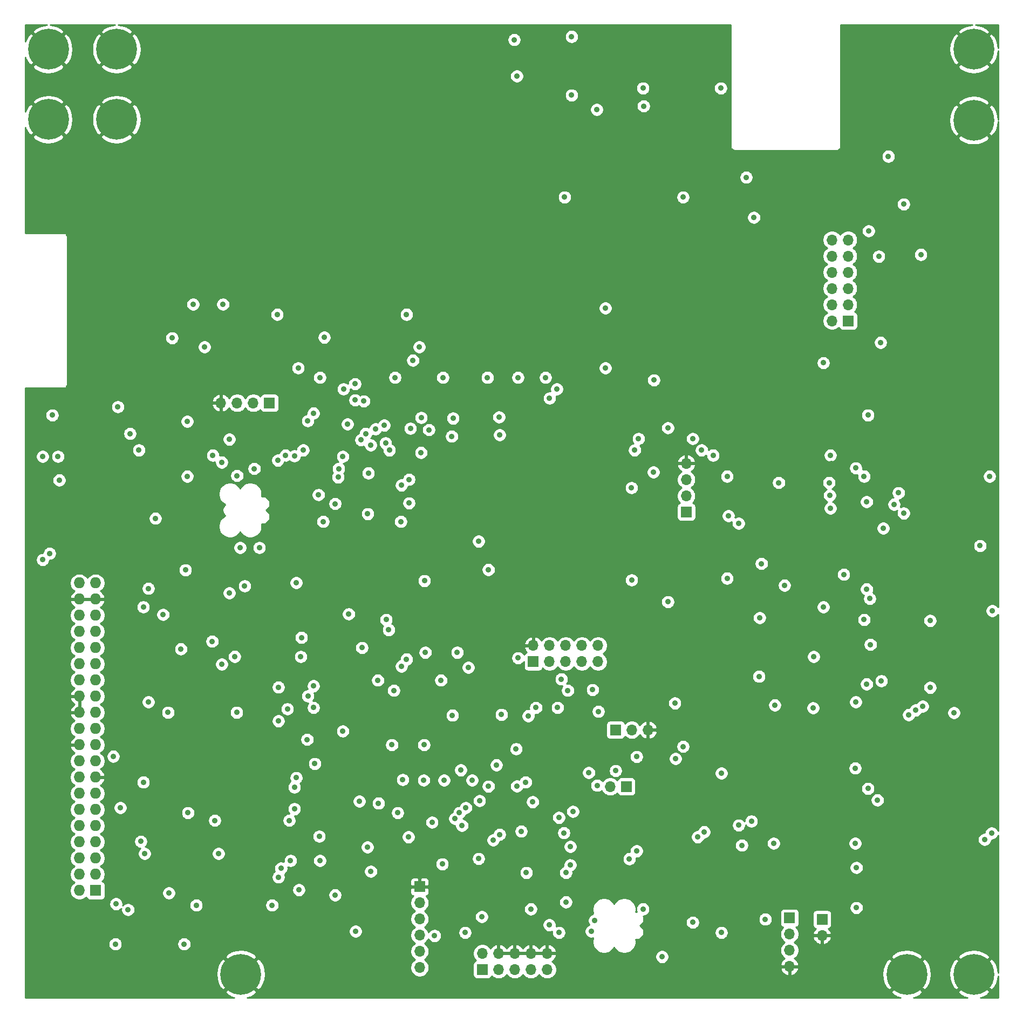
<source format=gbr>
G04 #@! TF.GenerationSoftware,KiCad,Pcbnew,(5.1.5)-3*
G04 #@! TF.CreationDate,2020-10-04T17:53:18+01:00*
G04 #@! TF.ProjectId,DC Controller STM32 v2,44432043-6f6e-4747-926f-6c6c65722053,rev?*
G04 #@! TF.SameCoordinates,Original*
G04 #@! TF.FileFunction,Copper,L3,Inr*
G04 #@! TF.FilePolarity,Positive*
%FSLAX46Y46*%
G04 Gerber Fmt 4.6, Leading zero omitted, Abs format (unit mm)*
G04 Created by KiCad (PCBNEW (5.1.5)-3) date 2020-10-04 17:53:18*
%MOMM*%
%LPD*%
G04 APERTURE LIST*
%ADD10O,1.700000X1.700000*%
%ADD11R,1.700000X1.700000*%
%ADD12C,6.400000*%
%ADD13R,1.727200X1.727200*%
%ADD14O,1.727200X1.727200*%
%ADD15C,0.900000*%
%ADD16C,0.254000*%
G04 APERTURE END LIST*
D10*
X92460000Y33800000D03*
D11*
X95000000Y33800000D03*
D10*
X120600000Y5580000D03*
X120600000Y8120000D03*
X120600000Y10660000D03*
D11*
X120600000Y13200000D03*
D10*
X104400000Y84520000D03*
X104400000Y81980000D03*
X104400000Y79440000D03*
D11*
X104400000Y76900000D03*
D10*
X62560000Y5410000D03*
X62560000Y7950000D03*
X62560000Y10490000D03*
X62560000Y13030000D03*
X62560000Y15570000D03*
D11*
X62560000Y18110000D03*
D10*
X82560000Y7640000D03*
X82560000Y5100000D03*
X80020000Y7640000D03*
X80020000Y5100000D03*
X77480000Y7640000D03*
X77480000Y5100000D03*
X74940000Y7640000D03*
X74940000Y5100000D03*
X72400000Y7640000D03*
D11*
X72400000Y5100000D03*
D10*
X125700000Y10460000D03*
D11*
X125700000Y13000000D03*
D10*
X98380000Y42700000D03*
X95840000Y42700000D03*
D11*
X93300000Y42700000D03*
D10*
X127260000Y119600000D03*
X129800000Y119600000D03*
X127260000Y117060000D03*
X129800000Y117060000D03*
X127260000Y114520000D03*
X129800000Y114520000D03*
X127260000Y111980000D03*
X129800000Y111980000D03*
X127260000Y109440000D03*
X129800000Y109440000D03*
X127260000Y106900000D03*
D11*
X129800000Y106900000D03*
D12*
X149500000Y138360000D03*
X149510000Y149510000D03*
X15000000Y138500000D03*
X4300000Y138500000D03*
X15000000Y149510000D03*
X4300000Y149510000D03*
X149510000Y4360000D03*
X139000000Y4360000D03*
X34500000Y4360000D03*
D13*
X11700000Y17500000D03*
D14*
X9160000Y17500000D03*
X11700000Y20040000D03*
X9160000Y20040000D03*
X11700000Y22580000D03*
X9160000Y22580000D03*
X11700000Y25120000D03*
X9160000Y25120000D03*
X11700000Y27660000D03*
X9160000Y27660000D03*
X11700000Y30200000D03*
X9160000Y30200000D03*
X11700000Y32740000D03*
X9160000Y32740000D03*
X11700000Y35280000D03*
X9160000Y35280000D03*
X11700000Y37820000D03*
X9160000Y37820000D03*
X11700000Y40360000D03*
X9160000Y40360000D03*
X11700000Y42900000D03*
X9160000Y42900000D03*
X11700000Y45440000D03*
X9160000Y45440000D03*
X11700000Y47980000D03*
X9160000Y47980000D03*
X11700000Y50520000D03*
X9160000Y50520000D03*
X11700000Y53060000D03*
X9160000Y53060000D03*
X11700000Y55600000D03*
X9160000Y55600000D03*
X11700000Y58140000D03*
X9160000Y58140000D03*
X11700000Y60680000D03*
X9160000Y60680000D03*
X11700000Y63220000D03*
X9160000Y63220000D03*
X11700000Y65760000D03*
X9160000Y65760000D03*
D11*
X39000000Y94000000D03*
D10*
X36460000Y94000000D03*
X33920000Y94000000D03*
X31380000Y94000000D03*
X90560000Y55940000D03*
X90560000Y53400000D03*
X88020000Y55940000D03*
X88020000Y53400000D03*
X85480000Y55940000D03*
X85480000Y53400000D03*
X82940000Y55940000D03*
X82940000Y53400000D03*
X80400000Y55940000D03*
D11*
X80400000Y53400000D03*
D15*
X132300000Y82500000D03*
X152000000Y82500000D03*
X132700000Y78500000D03*
X110800000Y82500000D03*
X23700000Y104200000D03*
X134900000Y103500000D03*
X63240000Y40360000D03*
X59700000Y52700000D03*
X70200000Y52500000D03*
X139300000Y45075000D03*
X146400000Y45400000D03*
X132700000Y64800000D03*
X130900000Y36700000D03*
X130900000Y24900000D03*
X118100000Y24900000D03*
X116800000Y13000000D03*
X105400000Y12500000D03*
X72300000Y13400000D03*
X79200000Y34500000D03*
X63200000Y34800000D03*
X66400000Y34800000D03*
X70800000Y34800000D03*
X93300000Y36300000D03*
X58200000Y40360000D03*
X47600004Y104300000D03*
X86400000Y142300000D03*
X86400000Y151500000D03*
X89500000Y11100000D03*
X141200000Y117300000D03*
X136100000Y132700000D03*
X78600004Y118700000D03*
X76600000Y123300000D03*
X76550000Y127650000D03*
X56000000Y146100000D03*
X45639500Y146538500D03*
X45639500Y138639500D03*
X45639500Y144239500D03*
X44551000Y133451000D03*
X39439000Y133539000D03*
X65400000Y147600000D03*
X58500000Y137000000D03*
X131900000Y80500000D03*
X147200000Y90300000D03*
X147200000Y84100000D03*
X147200000Y77900000D03*
X147300000Y71700000D03*
X147300000Y65200000D03*
X115600000Y77300000D03*
X115600000Y108700000D03*
X119100000Y126100000D03*
X117787500Y130887500D03*
X127200000Y84500000D03*
X44300000Y120400000D03*
X95300000Y99800000D03*
X102112500Y116812500D03*
X96612500Y116912500D03*
X64600000Y82900000D03*
X34412500Y106112500D03*
X115600000Y83300000D03*
X115600000Y88900000D03*
X115900000Y94900000D03*
X120087500Y70612500D03*
X123200000Y64800000D03*
X94000000Y57200000D03*
X148700000Y53000000D03*
X62800000Y93800000D03*
X58400000Y93500000D03*
X48500000Y96262500D03*
X9300000Y88500000D03*
X8387429Y93241341D03*
X23200000Y43600000D03*
X35800000Y50350000D03*
X33550000Y24600000D03*
X16800000Y5000000D03*
X28100000Y12700000D03*
X29565000Y54165000D03*
X69400000Y94900000D03*
X41500000Y81200000D03*
X39512500Y64212500D03*
X56600000Y26000000D03*
X58200000Y31700000D03*
X57300000Y38100000D03*
X57300000Y45000000D03*
X60380000Y42620000D03*
X64600000Y37200000D03*
X69500000Y42700000D03*
X63825000Y56225000D03*
X70600000Y55400000D03*
X107800000Y75300000D03*
X105587500Y69487500D03*
X112500000Y102300000D03*
X130800000Y85500000D03*
X126912500Y44112500D03*
X127300000Y51500000D03*
X131725000Y57625364D03*
X139287500Y56912500D03*
X139600000Y46900000D03*
X141800000Y43700000D03*
X132400000Y42900000D03*
X128800000Y39200000D03*
X122750000Y44350000D03*
X115700000Y44600000D03*
X110312500Y57987500D03*
X139187500Y53012500D03*
X115500000Y14400000D03*
X105900000Y14300000D03*
X102800000Y20600000D03*
X83000000Y18300000D03*
X74500000Y16600000D03*
X76800000Y20900000D03*
X76500000Y40100000D03*
X68000000Y31900000D03*
X36800000Y144200000D03*
X49812500Y7612500D03*
X49700000Y13300000D03*
X50900000Y18000000D03*
X74800000Y20199994D03*
X70700000Y20449991D03*
X74400000Y84100000D03*
X117300000Y64499989D03*
X107088486Y65488486D03*
X21100000Y18400000D03*
X54873000Y84400000D03*
X94200000Y26000000D03*
X59668750Y127431250D03*
X60468750Y128231250D03*
X76100000Y145400000D03*
X81962500Y146762500D03*
X87837500Y149662500D03*
X93600000Y145300000D03*
X100400000Y151500000D03*
X97900000Y12000000D03*
X39200000Y77100000D03*
X148900000Y95300000D03*
X149000000Y99400000D03*
X148899994Y103100000D03*
X7600000Y80000000D03*
X132900000Y92100000D03*
X28800000Y102800000D03*
X62500000Y102800000D03*
X21100000Y75900000D03*
X90362500Y140037500D03*
X91700000Y108900000D03*
X58700000Y98000000D03*
X82300000Y98000000D03*
X60900000Y82000000D03*
X60900000Y78300000D03*
X66200000Y98000000D03*
X46900000Y98000000D03*
X73200000Y98000000D03*
X78000000Y98000000D03*
X59600000Y75400000D03*
X47400000Y75400000D03*
X37400000Y71300000D03*
X25800000Y67800000D03*
X25100000Y55400000D03*
X59100000Y29700000D03*
X60500000Y53800000D03*
X78000000Y54000000D03*
X46687500Y79612500D03*
X34400000Y71300000D03*
X56000000Y50500000D03*
X57000000Y90500000D03*
X75100000Y89000000D03*
X75000000Y91800000D03*
X62800000Y91700000D03*
X62776320Y86224655D03*
X61500000Y100700000D03*
X26100000Y91100000D03*
X26100000Y82500000D03*
X6000000Y81900000D03*
X49756500Y82356500D03*
X33900000Y82600000D03*
X36604000Y83704000D03*
X49845991Y83704000D03*
X84100000Y96200000D03*
X52400000Y97000000D03*
X50600000Y96200000D03*
X82940000Y94760000D03*
X99300000Y97600000D03*
X99250000Y83150000D03*
X15200000Y93400000D03*
X54873000Y87400000D03*
X54075538Y89200006D03*
X17100000Y89200000D03*
X31500000Y84700000D03*
X31500000Y53000000D03*
X40300000Y85000000D03*
X30100000Y85800000D03*
X30000000Y56600000D03*
X41500002Y85800000D03*
X45900000Y46200000D03*
X5800000Y85600000D03*
X3400000Y85600000D03*
X3400000Y69400000D03*
X4900000Y92100000D03*
X4500000Y70400000D03*
X138500000Y125200000D03*
X138500011Y76700000D03*
X109800000Y143400000D03*
X97600000Y143400000D03*
X97700000Y140600000D03*
X134600000Y117000000D03*
X131100000Y14800000D03*
X131100000Y21100000D03*
X102600000Y46900000D03*
X102700000Y38200000D03*
X20000000Y47100000D03*
X20000000Y47100000D03*
X35100000Y65300000D03*
X20000000Y64900000D03*
X44900000Y41200000D03*
X103900000Y40100000D03*
X46100000Y37400000D03*
X89100000Y36000000D03*
X89700000Y49000000D03*
X135000000Y50400000D03*
X90400000Y34000000D03*
X124400000Y54200000D03*
X124300000Y46149991D03*
X90600000Y45600002D03*
X46800000Y26000000D03*
X42300000Y22200000D03*
X40800000Y21000000D03*
X39400000Y15200000D03*
X27500000Y15200000D03*
X25600000Y9100000D03*
X14800000Y9100000D03*
X127000000Y85800000D03*
X108600000Y85800000D03*
X131000000Y83800000D03*
X131000000Y47100000D03*
X126800000Y81500000D03*
X118900000Y81500000D03*
X116200000Y68800000D03*
X126900000Y79500000D03*
X111000000Y76300000D03*
X137700000Y79900000D03*
X68800000Y29700000D03*
X134400000Y31700000D03*
X127000000Y77500000D03*
X112600000Y75100000D03*
X137000000Y78100000D03*
X69800000Y30500000D03*
X132900000Y33500000D03*
X129100000Y67100000D03*
X110800000Y66500000D03*
X135300000Y74350000D03*
X31700000Y109500000D03*
X27000000Y109500000D03*
X115800000Y51100000D03*
X118300000Y46600000D03*
X140400000Y45800000D03*
X115900000Y60300000D03*
X50500000Y42500000D03*
X50499980Y85600000D03*
X54900000Y20500000D03*
X55631429Y89913028D03*
X49300000Y78200000D03*
X49300000Y16800000D03*
X53100000Y31500000D03*
X53800000Y94300000D03*
X63300000Y66100000D03*
X43200000Y65800000D03*
X63996000Y89800000D03*
X73350000Y33850000D03*
X73350000Y67850000D03*
X61100000Y90000000D03*
X59900000Y34900000D03*
X71800000Y72300000D03*
X71950000Y31600000D03*
X101500000Y90100000D03*
X101500000Y62800000D03*
X60500000Y107900000D03*
X40200000Y107900000D03*
X133300000Y56100000D03*
X133200000Y63300000D03*
X142650000Y59850000D03*
X142650000Y49350000D03*
X132300000Y60000000D03*
X125900000Y100300000D03*
X125900000Y62000000D03*
X69000000Y36400000D03*
X67700000Y45000000D03*
X77690305Y39733601D03*
X77803975Y33875010D03*
X80000000Y14600000D03*
X79300000Y20300000D03*
X65900000Y50500000D03*
X64500000Y28200000D03*
X64900000Y10400000D03*
X85300000Y126300000D03*
X103900000Y126300000D03*
X133000000Y121000000D03*
X74600000Y37200000D03*
X109900000Y35900000D03*
X109900000Y10900000D03*
X52500000Y11100000D03*
X52420921Y94461245D03*
X115012500Y123112500D03*
X68100000Y28800000D03*
X114612501Y28387499D03*
X113812500Y129412500D03*
X69200000Y27700000D03*
X112612426Y27749991D03*
X96300000Y86600000D03*
X106800000Y86600000D03*
X96600000Y23700000D03*
X96600000Y38500000D03*
X14500000Y38558591D03*
X113100000Y24600000D03*
X74100000Y25400000D03*
X33520000Y54220000D03*
X43900000Y54200000D03*
X57300000Y60000000D03*
X57700000Y58400000D03*
X14900000Y15400000D03*
X100595001Y7104999D03*
X40400000Y19600000D03*
X95465685Y22465685D03*
X71800000Y22500000D03*
X15600000Y30500000D03*
X18800000Y25200000D03*
X79600000Y44900000D03*
X85800000Y48900000D03*
X86600000Y29900000D03*
X97600000Y14600000D03*
X80800000Y46200000D03*
X80300000Y31400000D03*
X82900000Y12100000D03*
X90000000Y12800000D03*
X84400000Y10900000D03*
X69700000Y10900000D03*
X84200000Y46200000D03*
X84400000Y28949991D03*
X66100000Y21650009D03*
X60800000Y25900000D03*
X67600000Y88775000D03*
X67800000Y91600000D03*
X23200000Y17100000D03*
X22300000Y60800000D03*
X51424990Y60900000D03*
X51224990Y90700000D03*
X18500000Y86600000D03*
X16800000Y14500000D03*
X44275010Y86600000D03*
X78500000Y26800000D03*
X26200000Y29700000D03*
X85500000Y15700000D03*
X43600000Y17600000D03*
X43200000Y35200000D03*
X85500000Y20300000D03*
X54500000Y83000000D03*
X53500000Y55600000D03*
X44000000Y57200000D03*
X86200000Y21500000D03*
X46900000Y22200000D03*
X41800000Y46000000D03*
X54406500Y76606500D03*
X86200000Y24400000D03*
X54356491Y24306500D03*
X91700000Y99500000D03*
X43500000Y99500000D03*
X42900000Y85704000D03*
X119800000Y65400000D03*
X95825001Y66225001D03*
X59700000Y81100000D03*
X95800000Y80700000D03*
X45000000Y91200000D03*
X141500000Y46400000D03*
X45011514Y48011514D03*
X152412500Y61400000D03*
X152300000Y26500000D03*
X107200000Y26700000D03*
X150500000Y71600000D03*
X151200000Y25500000D03*
X106200000Y25900011D03*
X45900000Y92400000D03*
X45900000Y49600000D03*
X132700000Y49900000D03*
X96900000Y88400000D03*
X105400002Y88400000D03*
X84800000Y50675000D03*
X85200000Y26549991D03*
X75400000Y45100000D03*
X75100000Y26300000D03*
X63450000Y54850000D03*
X68450000Y54850000D03*
X57800000Y86600000D03*
X58500000Y48900000D03*
X40400000Y44100000D03*
X40400000Y49400000D03*
X57204000Y87704000D03*
X56100000Y31200000D03*
X42900000Y30300000D03*
X42900000Y33700000D03*
X32700000Y88300000D03*
X32700000Y64200000D03*
X19200000Y62000000D03*
X53350009Y88200000D03*
X19200000Y34500000D03*
X31000000Y23300000D03*
X19400000Y23300000D03*
X42100000Y28500000D03*
X30400000Y28500000D03*
X33840000Y45440000D03*
X23075010Y45440000D03*
X77800000Y145300000D03*
X77400000Y151000000D03*
D16*
G36*
X3572062Y153294178D02*
G01*
X2847792Y153079452D01*
X2179330Y152727555D01*
X2138912Y152700548D01*
X1778724Y152210881D01*
X4300000Y149689605D01*
X6821276Y152210881D01*
X6461088Y152700548D01*
X5797118Y153060849D01*
X5075615Y153284694D01*
X4548212Y153340000D01*
X14769440Y153340000D01*
X14272062Y153294178D01*
X13547792Y153079452D01*
X12879330Y152727555D01*
X12838912Y152700548D01*
X12478724Y152210881D01*
X15000000Y149689605D01*
X17521276Y152210881D01*
X17161088Y152700548D01*
X16497118Y153060849D01*
X15775615Y153284694D01*
X15248212Y153340000D01*
X111340000Y153340000D01*
X111340001Y134332429D01*
X111336807Y134300000D01*
X111349550Y134170617D01*
X111373000Y134093314D01*
X111373000Y134000000D01*
X111375440Y133975224D01*
X111382667Y133951399D01*
X111394403Y133929443D01*
X111410197Y133910197D01*
X111429443Y133894403D01*
X111451399Y133882667D01*
X111475224Y133875440D01*
X111496329Y133873361D01*
X111531052Y133831052D01*
X111631550Y133748575D01*
X111746207Y133687290D01*
X111870617Y133649550D01*
X111967581Y133640000D01*
X112000000Y133636807D01*
X112032419Y133640000D01*
X127967581Y133640000D01*
X128000000Y133636807D01*
X128032419Y133640000D01*
X128129383Y133649550D01*
X128253793Y133687290D01*
X128368450Y133748575D01*
X128468948Y133831052D01*
X128503671Y133873361D01*
X128524776Y133875440D01*
X128548601Y133882667D01*
X128570557Y133894403D01*
X128589803Y133910197D01*
X128605597Y133929443D01*
X128617333Y133951399D01*
X128624560Y133975224D01*
X128627000Y134000000D01*
X128627000Y134093314D01*
X128650450Y134170617D01*
X128663193Y134300000D01*
X128660000Y134332419D01*
X128660000Y135659119D01*
X146978724Y135659119D01*
X147338912Y135169452D01*
X148002882Y134809151D01*
X148724385Y134585306D01*
X149475695Y134506520D01*
X150227938Y134575822D01*
X150952208Y134790548D01*
X151620670Y135142445D01*
X151661088Y135169452D01*
X152021276Y135659119D01*
X149500000Y138180395D01*
X146978724Y135659119D01*
X128660000Y135659119D01*
X128660000Y138384305D01*
X145646520Y138384305D01*
X145715822Y137632062D01*
X145930548Y136907792D01*
X146282445Y136239330D01*
X146309452Y136198912D01*
X146799119Y135838724D01*
X149320395Y138360000D01*
X146799119Y140881276D01*
X146309452Y140521088D01*
X145949151Y139857118D01*
X145725306Y139135615D01*
X145646520Y138384305D01*
X128660000Y138384305D01*
X128660000Y141060881D01*
X146978724Y141060881D01*
X149500000Y138539605D01*
X152021276Y141060881D01*
X151661088Y141550548D01*
X150997118Y141910849D01*
X150275615Y142134694D01*
X149524305Y142213480D01*
X148772062Y142144178D01*
X148047792Y141929452D01*
X147379330Y141577555D01*
X147338912Y141550548D01*
X146978724Y141060881D01*
X128660000Y141060881D01*
X128660000Y146809119D01*
X146988724Y146809119D01*
X147348912Y146319452D01*
X148012882Y145959151D01*
X148734385Y145735306D01*
X149485695Y145656520D01*
X150237938Y145725822D01*
X150962208Y145940548D01*
X151630670Y146292445D01*
X151671088Y146319452D01*
X152031276Y146809119D01*
X149510000Y149330395D01*
X146988724Y146809119D01*
X128660000Y146809119D01*
X128660000Y149534305D01*
X145656520Y149534305D01*
X145725822Y148782062D01*
X145940548Y148057792D01*
X146292445Y147389330D01*
X146319452Y147348912D01*
X146809119Y146988724D01*
X149330395Y149510000D01*
X146809119Y152031276D01*
X146319452Y151671088D01*
X145959151Y151007118D01*
X145735306Y150285615D01*
X145656520Y149534305D01*
X128660000Y149534305D01*
X128660000Y153340000D01*
X149279440Y153340000D01*
X148782062Y153294178D01*
X148057792Y153079452D01*
X147389330Y152727555D01*
X147348912Y152700548D01*
X146988724Y152210881D01*
X149510000Y149689605D01*
X152031276Y152210881D01*
X151671088Y152700548D01*
X151007118Y153060849D01*
X150285615Y153284694D01*
X149758212Y153340000D01*
X153340000Y153340000D01*
X153340000Y149740560D01*
X153294178Y150237938D01*
X153079452Y150962208D01*
X152727555Y151630670D01*
X152700548Y151671088D01*
X152210881Y152031276D01*
X149689605Y149510000D01*
X152210881Y146988724D01*
X152700548Y147348912D01*
X153060849Y148012882D01*
X153284694Y148734385D01*
X153340000Y149261788D01*
X153340000Y138482013D01*
X153284178Y139087938D01*
X153069452Y139812208D01*
X152717555Y140480670D01*
X152690548Y140521088D01*
X152200881Y140881276D01*
X149679605Y138360000D01*
X152200881Y135838724D01*
X152690548Y136198912D01*
X153050849Y136862882D01*
X153274694Y137584385D01*
X153340000Y138207150D01*
X153340001Y61964846D01*
X153255275Y62091647D01*
X153104147Y62242775D01*
X152926440Y62361515D01*
X152728983Y62443304D01*
X152519363Y62485000D01*
X152305637Y62485000D01*
X152096017Y62443304D01*
X151898560Y62361515D01*
X151720853Y62242775D01*
X151569725Y62091647D01*
X151450985Y61913940D01*
X151369196Y61716483D01*
X151327500Y61506863D01*
X151327500Y61293137D01*
X151369196Y61083517D01*
X151450985Y60886060D01*
X151569725Y60708353D01*
X151720853Y60557225D01*
X151898560Y60438485D01*
X152096017Y60356696D01*
X152305637Y60315000D01*
X152519363Y60315000D01*
X152728983Y60356696D01*
X152926440Y60438485D01*
X153104147Y60557225D01*
X153255275Y60708353D01*
X153340001Y60835154D01*
X153340001Y26824458D01*
X153261515Y27013940D01*
X153142775Y27191647D01*
X152991647Y27342775D01*
X152813940Y27461515D01*
X152616483Y27543304D01*
X152406863Y27585000D01*
X152193137Y27585000D01*
X151983517Y27543304D01*
X151786060Y27461515D01*
X151608353Y27342775D01*
X151457225Y27191647D01*
X151338485Y27013940D01*
X151256696Y26816483D01*
X151215000Y26606863D01*
X151215000Y26585000D01*
X151093137Y26585000D01*
X150883517Y26543304D01*
X150686060Y26461515D01*
X150508353Y26342775D01*
X150357225Y26191647D01*
X150238485Y26013940D01*
X150156696Y25816483D01*
X150115000Y25606863D01*
X150115000Y25393137D01*
X150156696Y25183517D01*
X150238485Y24986060D01*
X150357225Y24808353D01*
X150508353Y24657225D01*
X150686060Y24538485D01*
X150883517Y24456696D01*
X151093137Y24415000D01*
X151306863Y24415000D01*
X151516483Y24456696D01*
X151713940Y24538485D01*
X151891647Y24657225D01*
X152042775Y24808353D01*
X152161515Y24986060D01*
X152243304Y25183517D01*
X152285000Y25393137D01*
X152285000Y25415000D01*
X152406863Y25415000D01*
X152616483Y25456696D01*
X152813940Y25538485D01*
X152991647Y25657225D01*
X153142775Y25808353D01*
X153261515Y25986060D01*
X153340001Y26175542D01*
X153340001Y4590550D01*
X153294178Y5087938D01*
X153079452Y5812208D01*
X152727555Y6480670D01*
X152700548Y6521088D01*
X152210881Y6881276D01*
X149689605Y4360000D01*
X152210881Y1838724D01*
X152700548Y2198912D01*
X153060849Y2862882D01*
X153284694Y3584385D01*
X153340001Y4111797D01*
X153340001Y660000D01*
X150521870Y660000D01*
X150962208Y790548D01*
X151630670Y1142445D01*
X151671088Y1169452D01*
X152031276Y1659119D01*
X149510000Y4180395D01*
X146988724Y1659119D01*
X147348912Y1169452D01*
X148012882Y809151D01*
X148493629Y660000D01*
X140011870Y660000D01*
X140452208Y790548D01*
X141120670Y1142445D01*
X141161088Y1169452D01*
X141521276Y1659119D01*
X139000000Y4180395D01*
X136478724Y1659119D01*
X136838912Y1169452D01*
X137502882Y809151D01*
X137983629Y660000D01*
X35511870Y660000D01*
X35952208Y790548D01*
X36620670Y1142445D01*
X36661088Y1169452D01*
X37021276Y1659119D01*
X34500000Y4180395D01*
X31978724Y1659119D01*
X32338912Y1169452D01*
X33002882Y809151D01*
X33483629Y660000D01*
X660000Y660000D01*
X660000Y4384305D01*
X30646520Y4384305D01*
X30715822Y3632062D01*
X30930548Y2907792D01*
X31282445Y2239330D01*
X31309452Y2198912D01*
X31799119Y1838724D01*
X34320395Y4360000D01*
X34679605Y4360000D01*
X37200881Y1838724D01*
X37690548Y2198912D01*
X38050849Y2862882D01*
X38274694Y3584385D01*
X38353480Y4335695D01*
X38284178Y5087938D01*
X38069452Y5812208D01*
X37717555Y6480670D01*
X37690548Y6521088D01*
X37200881Y6881276D01*
X34679605Y4360000D01*
X34320395Y4360000D01*
X31799119Y6881276D01*
X31309452Y6521088D01*
X30949151Y5857118D01*
X30725306Y5135615D01*
X30646520Y4384305D01*
X660000Y4384305D01*
X660000Y7060881D01*
X31978724Y7060881D01*
X34500000Y4539605D01*
X37021276Y7060881D01*
X36661088Y7550548D01*
X35997118Y7910849D01*
X35275615Y8134694D01*
X34524305Y8213480D01*
X33772062Y8144178D01*
X33047792Y7929452D01*
X32379330Y7577555D01*
X32338912Y7550548D01*
X31978724Y7060881D01*
X660000Y7060881D01*
X660000Y9206863D01*
X13715000Y9206863D01*
X13715000Y8993137D01*
X13756696Y8783517D01*
X13838485Y8586060D01*
X13957225Y8408353D01*
X14108353Y8257225D01*
X14286060Y8138485D01*
X14483517Y8056696D01*
X14693137Y8015000D01*
X14906863Y8015000D01*
X15116483Y8056696D01*
X15313940Y8138485D01*
X15491647Y8257225D01*
X15642775Y8408353D01*
X15761515Y8586060D01*
X15843304Y8783517D01*
X15885000Y8993137D01*
X15885000Y9206863D01*
X24515000Y9206863D01*
X24515000Y8993137D01*
X24556696Y8783517D01*
X24638485Y8586060D01*
X24757225Y8408353D01*
X24908353Y8257225D01*
X25086060Y8138485D01*
X25283517Y8056696D01*
X25493137Y8015000D01*
X25706863Y8015000D01*
X25916483Y8056696D01*
X26113940Y8138485D01*
X26291647Y8257225D01*
X26442775Y8408353D01*
X26561515Y8586060D01*
X26643304Y8783517D01*
X26685000Y8993137D01*
X26685000Y9206863D01*
X26643304Y9416483D01*
X26561515Y9613940D01*
X26442775Y9791647D01*
X26291647Y9942775D01*
X26113940Y10061515D01*
X25916483Y10143304D01*
X25706863Y10185000D01*
X25493137Y10185000D01*
X25283517Y10143304D01*
X25086060Y10061515D01*
X24908353Y9942775D01*
X24757225Y9791647D01*
X24638485Y9613940D01*
X24556696Y9416483D01*
X24515000Y9206863D01*
X15885000Y9206863D01*
X15843304Y9416483D01*
X15761515Y9613940D01*
X15642775Y9791647D01*
X15491647Y9942775D01*
X15313940Y10061515D01*
X15116483Y10143304D01*
X14906863Y10185000D01*
X14693137Y10185000D01*
X14483517Y10143304D01*
X14286060Y10061515D01*
X14108353Y9942775D01*
X13957225Y9791647D01*
X13838485Y9613940D01*
X13756696Y9416483D01*
X13715000Y9206863D01*
X660000Y9206863D01*
X660000Y11206863D01*
X51415000Y11206863D01*
X51415000Y10993137D01*
X51456696Y10783517D01*
X51538485Y10586060D01*
X51657225Y10408353D01*
X51808353Y10257225D01*
X51986060Y10138485D01*
X52183517Y10056696D01*
X52393137Y10015000D01*
X52606863Y10015000D01*
X52816483Y10056696D01*
X53013940Y10138485D01*
X53191647Y10257225D01*
X53342775Y10408353D01*
X53461515Y10586060D01*
X53543304Y10783517D01*
X53585000Y10993137D01*
X53585000Y11206863D01*
X53543304Y11416483D01*
X53461515Y11613940D01*
X53342775Y11791647D01*
X53191647Y11942775D01*
X53013940Y12061515D01*
X52816483Y12143304D01*
X52606863Y12185000D01*
X52393137Y12185000D01*
X52183517Y12143304D01*
X51986060Y12061515D01*
X51808353Y11942775D01*
X51657225Y11791647D01*
X51538485Y11613940D01*
X51456696Y11416483D01*
X51415000Y11206863D01*
X660000Y11206863D01*
X660000Y15506863D01*
X13815000Y15506863D01*
X13815000Y15293137D01*
X13856696Y15083517D01*
X13938485Y14886060D01*
X14057225Y14708353D01*
X14208353Y14557225D01*
X14386060Y14438485D01*
X14583517Y14356696D01*
X14793137Y14315000D01*
X15006863Y14315000D01*
X15216483Y14356696D01*
X15413940Y14438485D01*
X15591647Y14557225D01*
X15733304Y14698882D01*
X15715000Y14606863D01*
X15715000Y14393137D01*
X15756696Y14183517D01*
X15838485Y13986060D01*
X15957225Y13808353D01*
X16108353Y13657225D01*
X16286060Y13538485D01*
X16483517Y13456696D01*
X16693137Y13415000D01*
X16906863Y13415000D01*
X17116483Y13456696D01*
X17313940Y13538485D01*
X17491647Y13657225D01*
X17642775Y13808353D01*
X17761515Y13986060D01*
X17843304Y14183517D01*
X17885000Y14393137D01*
X17885000Y14606863D01*
X17843304Y14816483D01*
X17761515Y15013940D01*
X17642775Y15191647D01*
X17527559Y15306863D01*
X26415000Y15306863D01*
X26415000Y15093137D01*
X26456696Y14883517D01*
X26538485Y14686060D01*
X26657225Y14508353D01*
X26808353Y14357225D01*
X26986060Y14238485D01*
X27183517Y14156696D01*
X27393137Y14115000D01*
X27606863Y14115000D01*
X27816483Y14156696D01*
X28013940Y14238485D01*
X28191647Y14357225D01*
X28342775Y14508353D01*
X28461515Y14686060D01*
X28543304Y14883517D01*
X28585000Y15093137D01*
X28585000Y15306863D01*
X38315000Y15306863D01*
X38315000Y15093137D01*
X38356696Y14883517D01*
X38438485Y14686060D01*
X38557225Y14508353D01*
X38708353Y14357225D01*
X38886060Y14238485D01*
X39083517Y14156696D01*
X39293137Y14115000D01*
X39506863Y14115000D01*
X39716483Y14156696D01*
X39913940Y14238485D01*
X40091647Y14357225D01*
X40242775Y14508353D01*
X40361515Y14686060D01*
X40443304Y14883517D01*
X40485000Y15093137D01*
X40485000Y15306863D01*
X40443304Y15516483D01*
X40361515Y15713940D01*
X40242775Y15891647D01*
X40091647Y16042775D01*
X39913940Y16161515D01*
X39716483Y16243304D01*
X39506863Y16285000D01*
X39293137Y16285000D01*
X39083517Y16243304D01*
X38886060Y16161515D01*
X38708353Y16042775D01*
X38557225Y15891647D01*
X38438485Y15713940D01*
X38356696Y15516483D01*
X38315000Y15306863D01*
X28585000Y15306863D01*
X28543304Y15516483D01*
X28461515Y15713940D01*
X28342775Y15891647D01*
X28191647Y16042775D01*
X28013940Y16161515D01*
X27816483Y16243304D01*
X27606863Y16285000D01*
X27393137Y16285000D01*
X27183517Y16243304D01*
X26986060Y16161515D01*
X26808353Y16042775D01*
X26657225Y15891647D01*
X26538485Y15713940D01*
X26456696Y15516483D01*
X26415000Y15306863D01*
X17527559Y15306863D01*
X17491647Y15342775D01*
X17313940Y15461515D01*
X17116483Y15543304D01*
X16906863Y15585000D01*
X16693137Y15585000D01*
X16483517Y15543304D01*
X16286060Y15461515D01*
X16108353Y15342775D01*
X15966696Y15201118D01*
X15985000Y15293137D01*
X15985000Y15506863D01*
X15943304Y15716483D01*
X15861515Y15913940D01*
X15742775Y16091647D01*
X15591647Y16242775D01*
X15413940Y16361515D01*
X15216483Y16443304D01*
X15006863Y16485000D01*
X14793137Y16485000D01*
X14583517Y16443304D01*
X14386060Y16361515D01*
X14208353Y16242775D01*
X14057225Y16091647D01*
X13938485Y15913940D01*
X13856696Y15716483D01*
X13815000Y15506863D01*
X660000Y15506863D01*
X660000Y47620974D01*
X7705042Y47620974D01*
X7750778Y47470186D01*
X7877316Y47205056D01*
X8053146Y46969707D01*
X8271512Y46773183D01*
X8377770Y46710000D01*
X8271512Y46646817D01*
X8053146Y46450293D01*
X7877316Y46214944D01*
X7750778Y45949814D01*
X7705042Y45799026D01*
X7826183Y45567000D01*
X9033000Y45567000D01*
X9033000Y47853000D01*
X7826183Y47853000D01*
X7705042Y47620974D01*
X660000Y47620974D01*
X660000Y60827599D01*
X7661400Y60827599D01*
X7661400Y60532401D01*
X7718990Y60242875D01*
X7831958Y59970147D01*
X7995961Y59724698D01*
X8204698Y59515961D01*
X8363281Y59410000D01*
X8204698Y59304039D01*
X7995961Y59095302D01*
X7831958Y58849853D01*
X7718990Y58577125D01*
X7661400Y58287599D01*
X7661400Y57992401D01*
X7718990Y57702875D01*
X7831958Y57430147D01*
X7995961Y57184698D01*
X8204698Y56975961D01*
X8363281Y56870000D01*
X8204698Y56764039D01*
X7995961Y56555302D01*
X7831958Y56309853D01*
X7718990Y56037125D01*
X7661400Y55747599D01*
X7661400Y55452401D01*
X7718990Y55162875D01*
X7831958Y54890147D01*
X7995961Y54644698D01*
X8204698Y54435961D01*
X8363281Y54330000D01*
X8204698Y54224039D01*
X7995961Y54015302D01*
X7831958Y53769853D01*
X7718990Y53497125D01*
X7661400Y53207599D01*
X7661400Y52912401D01*
X7718990Y52622875D01*
X7831958Y52350147D01*
X7995961Y52104698D01*
X8204698Y51895961D01*
X8363281Y51790000D01*
X8204698Y51684039D01*
X7995961Y51475302D01*
X7831958Y51229853D01*
X7718990Y50957125D01*
X7661400Y50667599D01*
X7661400Y50372401D01*
X7718990Y50082875D01*
X7831958Y49810147D01*
X7995961Y49564698D01*
X8204698Y49355961D01*
X8370103Y49245441D01*
X8271512Y49186817D01*
X8053146Y48990293D01*
X7877316Y48754944D01*
X7750778Y48489814D01*
X7705042Y48339026D01*
X7826183Y48107000D01*
X9033000Y48107000D01*
X9033000Y48127000D01*
X9287000Y48127000D01*
X9287000Y48107000D01*
X9307000Y48107000D01*
X9307000Y47853000D01*
X9287000Y47853000D01*
X9287000Y45567000D01*
X9307000Y45567000D01*
X9307000Y45313000D01*
X9287000Y45313000D01*
X9287000Y45293000D01*
X9033000Y45293000D01*
X9033000Y45313000D01*
X7826183Y45313000D01*
X7705042Y45080974D01*
X7750778Y44930186D01*
X7877316Y44665056D01*
X8053146Y44429707D01*
X8271512Y44233183D01*
X8370103Y44174559D01*
X8204698Y44064039D01*
X7995961Y43855302D01*
X7831958Y43609853D01*
X7718990Y43337125D01*
X7661400Y43047599D01*
X7661400Y42752401D01*
X7718990Y42462875D01*
X7831958Y42190147D01*
X7995961Y41944698D01*
X8204698Y41735961D01*
X8370103Y41625441D01*
X8271512Y41566817D01*
X8053146Y41370293D01*
X7877316Y41134944D01*
X7750778Y40869814D01*
X7705042Y40719026D01*
X7826183Y40487000D01*
X9033000Y40487000D01*
X9033000Y40507000D01*
X9287000Y40507000D01*
X9287000Y40487000D01*
X9307000Y40487000D01*
X9307000Y40233000D01*
X9287000Y40233000D01*
X9287000Y40213000D01*
X9033000Y40213000D01*
X9033000Y40233000D01*
X7826183Y40233000D01*
X7705042Y40000974D01*
X7750778Y39850186D01*
X7877316Y39585056D01*
X8053146Y39349707D01*
X8271512Y39153183D01*
X8370103Y39094559D01*
X8204698Y38984039D01*
X7995961Y38775302D01*
X7831958Y38529853D01*
X7718990Y38257125D01*
X7661400Y37967599D01*
X7661400Y37672401D01*
X7718990Y37382875D01*
X7831958Y37110147D01*
X7995961Y36864698D01*
X8204698Y36655961D01*
X8363281Y36550000D01*
X8204698Y36444039D01*
X7995961Y36235302D01*
X7831958Y35989853D01*
X7718990Y35717125D01*
X7661400Y35427599D01*
X7661400Y35132401D01*
X7718990Y34842875D01*
X7831958Y34570147D01*
X7995961Y34324698D01*
X8204698Y34115961D01*
X8363281Y34010000D01*
X8204698Y33904039D01*
X7995961Y33695302D01*
X7831958Y33449853D01*
X7718990Y33177125D01*
X7661400Y32887599D01*
X7661400Y32592401D01*
X7718990Y32302875D01*
X7831958Y32030147D01*
X7995961Y31784698D01*
X8204698Y31575961D01*
X8363281Y31470000D01*
X8204698Y31364039D01*
X7995961Y31155302D01*
X7831958Y30909853D01*
X7718990Y30637125D01*
X7661400Y30347599D01*
X7661400Y30052401D01*
X7718990Y29762875D01*
X7831958Y29490147D01*
X7995961Y29244698D01*
X8204698Y29035961D01*
X8363281Y28930000D01*
X8204698Y28824039D01*
X7995961Y28615302D01*
X7831958Y28369853D01*
X7718990Y28097125D01*
X7661400Y27807599D01*
X7661400Y27512401D01*
X7718990Y27222875D01*
X7831958Y26950147D01*
X7995961Y26704698D01*
X8204698Y26495961D01*
X8363281Y26390000D01*
X8204698Y26284039D01*
X7995961Y26075302D01*
X7831958Y25829853D01*
X7718990Y25557125D01*
X7661400Y25267599D01*
X7661400Y24972401D01*
X7718990Y24682875D01*
X7831958Y24410147D01*
X7995961Y24164698D01*
X8204698Y23955961D01*
X8363281Y23850000D01*
X8204698Y23744039D01*
X7995961Y23535302D01*
X7831958Y23289853D01*
X7718990Y23017125D01*
X7661400Y22727599D01*
X7661400Y22432401D01*
X7718990Y22142875D01*
X7831958Y21870147D01*
X7995961Y21624698D01*
X8204698Y21415961D01*
X8363281Y21310000D01*
X8204698Y21204039D01*
X7995961Y20995302D01*
X7831958Y20749853D01*
X7718990Y20477125D01*
X7661400Y20187599D01*
X7661400Y19892401D01*
X7718990Y19602875D01*
X7831958Y19330147D01*
X7995961Y19084698D01*
X8204698Y18875961D01*
X8363281Y18770000D01*
X8204698Y18664039D01*
X7995961Y18455302D01*
X7831958Y18209853D01*
X7718990Y17937125D01*
X7661400Y17647599D01*
X7661400Y17352401D01*
X7718990Y17062875D01*
X7831958Y16790147D01*
X7995961Y16544698D01*
X8204698Y16335961D01*
X8450147Y16171958D01*
X8722875Y16058990D01*
X9012401Y16001400D01*
X9307599Y16001400D01*
X9597125Y16058990D01*
X9869853Y16171958D01*
X10115302Y16335961D01*
X10229364Y16450023D01*
X10246898Y16392220D01*
X10305863Y16281906D01*
X10385215Y16185215D01*
X10481906Y16105863D01*
X10592220Y16046898D01*
X10711918Y16010588D01*
X10836400Y15998328D01*
X12563600Y15998328D01*
X12688082Y16010588D01*
X12807780Y16046898D01*
X12918094Y16105863D01*
X13014785Y16185215D01*
X13094137Y16281906D01*
X13153102Y16392220D01*
X13189412Y16511918D01*
X13201672Y16636400D01*
X13201672Y17206863D01*
X22115000Y17206863D01*
X22115000Y16993137D01*
X22156696Y16783517D01*
X22238485Y16586060D01*
X22357225Y16408353D01*
X22508353Y16257225D01*
X22686060Y16138485D01*
X22883517Y16056696D01*
X23093137Y16015000D01*
X23306863Y16015000D01*
X23516483Y16056696D01*
X23713940Y16138485D01*
X23891647Y16257225D01*
X24042775Y16408353D01*
X24161515Y16586060D01*
X24243304Y16783517D01*
X24285000Y16993137D01*
X24285000Y17206863D01*
X24243304Y17416483D01*
X24161515Y17613940D01*
X24099426Y17706863D01*
X42515000Y17706863D01*
X42515000Y17493137D01*
X42556696Y17283517D01*
X42638485Y17086060D01*
X42757225Y16908353D01*
X42908353Y16757225D01*
X43086060Y16638485D01*
X43283517Y16556696D01*
X43493137Y16515000D01*
X43706863Y16515000D01*
X43916483Y16556696D01*
X44113940Y16638485D01*
X44291647Y16757225D01*
X44441285Y16906863D01*
X48215000Y16906863D01*
X48215000Y16693137D01*
X48256696Y16483517D01*
X48338485Y16286060D01*
X48457225Y16108353D01*
X48608353Y15957225D01*
X48786060Y15838485D01*
X48983517Y15756696D01*
X49193137Y15715000D01*
X49406863Y15715000D01*
X49616483Y15756696D01*
X49813940Y15838485D01*
X49991647Y15957225D01*
X50142775Y16108353D01*
X50261515Y16286060D01*
X50343304Y16483517D01*
X50385000Y16693137D01*
X50385000Y16906863D01*
X50343304Y17116483D01*
X50283858Y17260000D01*
X61071928Y17260000D01*
X61084188Y17135518D01*
X61120498Y17015820D01*
X61179463Y16905506D01*
X61258815Y16808815D01*
X61355506Y16729463D01*
X61465820Y16670498D01*
X61538380Y16648487D01*
X61406525Y16516632D01*
X61244010Y16273411D01*
X61132068Y16003158D01*
X61075000Y15716260D01*
X61075000Y15423740D01*
X61132068Y15136842D01*
X61244010Y14866589D01*
X61406525Y14623368D01*
X61613368Y14416525D01*
X61787760Y14300000D01*
X61613368Y14183475D01*
X61406525Y13976632D01*
X61244010Y13733411D01*
X61132068Y13463158D01*
X61075000Y13176260D01*
X61075000Y12883740D01*
X61132068Y12596842D01*
X61244010Y12326589D01*
X61406525Y12083368D01*
X61613368Y11876525D01*
X61787760Y11760000D01*
X61613368Y11643475D01*
X61406525Y11436632D01*
X61244010Y11193411D01*
X61132068Y10923158D01*
X61075000Y10636260D01*
X61075000Y10343740D01*
X61132068Y10056842D01*
X61244010Y9786589D01*
X61406525Y9543368D01*
X61613368Y9336525D01*
X61787760Y9220000D01*
X61613368Y9103475D01*
X61406525Y8896632D01*
X61244010Y8653411D01*
X61132068Y8383158D01*
X61075000Y8096260D01*
X61075000Y7803740D01*
X61132068Y7516842D01*
X61244010Y7246589D01*
X61406525Y7003368D01*
X61613368Y6796525D01*
X61787760Y6680000D01*
X61613368Y6563475D01*
X61406525Y6356632D01*
X61244010Y6113411D01*
X61132068Y5843158D01*
X61075000Y5556260D01*
X61075000Y5263740D01*
X61132068Y4976842D01*
X61244010Y4706589D01*
X61406525Y4463368D01*
X61613368Y4256525D01*
X61856589Y4094010D01*
X62126842Y3982068D01*
X62413740Y3925000D01*
X62706260Y3925000D01*
X62993158Y3982068D01*
X63263411Y4094010D01*
X63506632Y4256525D01*
X63713475Y4463368D01*
X63875990Y4706589D01*
X63987932Y4976842D01*
X64045000Y5263740D01*
X64045000Y5556260D01*
X63987932Y5843158D01*
X63943677Y5950000D01*
X70911928Y5950000D01*
X70911928Y4250000D01*
X70924188Y4125518D01*
X70960498Y4005820D01*
X71019463Y3895506D01*
X71098815Y3798815D01*
X71195506Y3719463D01*
X71305820Y3660498D01*
X71425518Y3624188D01*
X71550000Y3611928D01*
X73250000Y3611928D01*
X73374482Y3624188D01*
X73494180Y3660498D01*
X73604494Y3719463D01*
X73701185Y3798815D01*
X73780537Y3895506D01*
X73839502Y4005820D01*
X73861513Y4078380D01*
X73993368Y3946525D01*
X74236589Y3784010D01*
X74506842Y3672068D01*
X74793740Y3615000D01*
X75086260Y3615000D01*
X75373158Y3672068D01*
X75643411Y3784010D01*
X75886632Y3946525D01*
X76093475Y4153368D01*
X76210000Y4327760D01*
X76326525Y4153368D01*
X76533368Y3946525D01*
X76776589Y3784010D01*
X77046842Y3672068D01*
X77333740Y3615000D01*
X77626260Y3615000D01*
X77913158Y3672068D01*
X78183411Y3784010D01*
X78426632Y3946525D01*
X78633475Y4153368D01*
X78750000Y4327760D01*
X78866525Y4153368D01*
X79073368Y3946525D01*
X79316589Y3784010D01*
X79586842Y3672068D01*
X79873740Y3615000D01*
X80166260Y3615000D01*
X80453158Y3672068D01*
X80723411Y3784010D01*
X80966632Y3946525D01*
X81173475Y4153368D01*
X81290000Y4327760D01*
X81406525Y4153368D01*
X81613368Y3946525D01*
X81856589Y3784010D01*
X82126842Y3672068D01*
X82413740Y3615000D01*
X82706260Y3615000D01*
X82993158Y3672068D01*
X83263411Y3784010D01*
X83506632Y3946525D01*
X83713475Y4153368D01*
X83875990Y4396589D01*
X83987932Y4666842D01*
X84045000Y4953740D01*
X84045000Y5223110D01*
X119158524Y5223110D01*
X119203175Y5075901D01*
X119328359Y4813080D01*
X119502412Y4579731D01*
X119718645Y4384822D01*
X119968748Y4235843D01*
X120243109Y4138519D01*
X120473000Y4259186D01*
X120473000Y5453000D01*
X120727000Y5453000D01*
X120727000Y4259186D01*
X120956891Y4138519D01*
X121231252Y4235843D01*
X121480487Y4384305D01*
X135146520Y4384305D01*
X135215822Y3632062D01*
X135430548Y2907792D01*
X135782445Y2239330D01*
X135809452Y2198912D01*
X136299119Y1838724D01*
X138820395Y4360000D01*
X139179605Y4360000D01*
X141700881Y1838724D01*
X142190548Y2198912D01*
X142550849Y2862882D01*
X142774694Y3584385D01*
X142853480Y4335695D01*
X142849002Y4384305D01*
X145656520Y4384305D01*
X145725822Y3632062D01*
X145940548Y2907792D01*
X146292445Y2239330D01*
X146319452Y2198912D01*
X146809119Y1838724D01*
X149330395Y4360000D01*
X146809119Y6881276D01*
X146319452Y6521088D01*
X145959151Y5857118D01*
X145735306Y5135615D01*
X145656520Y4384305D01*
X142849002Y4384305D01*
X142784178Y5087938D01*
X142569452Y5812208D01*
X142217555Y6480670D01*
X142190548Y6521088D01*
X141700881Y6881276D01*
X139179605Y4360000D01*
X138820395Y4360000D01*
X136299119Y6881276D01*
X135809452Y6521088D01*
X135449151Y5857118D01*
X135225306Y5135615D01*
X135146520Y4384305D01*
X121480487Y4384305D01*
X121481355Y4384822D01*
X121697588Y4579731D01*
X121871641Y4813080D01*
X121996825Y5075901D01*
X122041476Y5223110D01*
X121920155Y5453000D01*
X120727000Y5453000D01*
X120473000Y5453000D01*
X119279845Y5453000D01*
X119158524Y5223110D01*
X84045000Y5223110D01*
X84045000Y5246260D01*
X83987932Y5533158D01*
X83875990Y5803411D01*
X83713475Y6046632D01*
X83506632Y6253475D01*
X83330594Y6371100D01*
X83560269Y6542412D01*
X83755178Y6758645D01*
X83904157Y7008748D01*
X83976207Y7211862D01*
X99510001Y7211862D01*
X99510001Y6998136D01*
X99551697Y6788516D01*
X99633486Y6591059D01*
X99752226Y6413352D01*
X99903354Y6262224D01*
X100081061Y6143484D01*
X100278518Y6061695D01*
X100488138Y6019999D01*
X100701864Y6019999D01*
X100911484Y6061695D01*
X101108941Y6143484D01*
X101286648Y6262224D01*
X101437776Y6413352D01*
X101556516Y6591059D01*
X101638305Y6788516D01*
X101680001Y6998136D01*
X101680001Y7211862D01*
X101638305Y7421482D01*
X101556516Y7618939D01*
X101437776Y7796646D01*
X101286648Y7947774D01*
X101108941Y8066514D01*
X100911484Y8148303D01*
X100701864Y8189999D01*
X100488138Y8189999D01*
X100278518Y8148303D01*
X100081061Y8066514D01*
X99903354Y7947774D01*
X99752226Y7796646D01*
X99633486Y7618939D01*
X99551697Y7421482D01*
X99510001Y7211862D01*
X83976207Y7211862D01*
X84001481Y7283109D01*
X83880814Y7513000D01*
X82687000Y7513000D01*
X82687000Y7493000D01*
X82433000Y7493000D01*
X82433000Y7513000D01*
X80147000Y7513000D01*
X80147000Y7493000D01*
X79893000Y7493000D01*
X79893000Y7513000D01*
X77607000Y7513000D01*
X77607000Y7493000D01*
X77353000Y7493000D01*
X77353000Y7513000D01*
X75067000Y7513000D01*
X75067000Y7493000D01*
X74813000Y7493000D01*
X74813000Y7513000D01*
X74793000Y7513000D01*
X74793000Y7767000D01*
X74813000Y7767000D01*
X74813000Y8960155D01*
X75067000Y8960155D01*
X75067000Y7767000D01*
X77353000Y7767000D01*
X77353000Y8960155D01*
X77607000Y8960155D01*
X77607000Y7767000D01*
X79893000Y7767000D01*
X79893000Y8960155D01*
X80147000Y8960155D01*
X80147000Y7767000D01*
X82433000Y7767000D01*
X82433000Y8960155D01*
X82687000Y8960155D01*
X82687000Y7767000D01*
X83880814Y7767000D01*
X84001481Y7996891D01*
X83904157Y8271252D01*
X83755178Y8521355D01*
X83560269Y8737588D01*
X83326920Y8911641D01*
X83064099Y9036825D01*
X82916890Y9081476D01*
X82687000Y8960155D01*
X82433000Y8960155D01*
X82203110Y9081476D01*
X82055901Y9036825D01*
X81793080Y8911641D01*
X81559731Y8737588D01*
X81364822Y8521355D01*
X81290000Y8395745D01*
X81215178Y8521355D01*
X81020269Y8737588D01*
X80786920Y8911641D01*
X80524099Y9036825D01*
X80376890Y9081476D01*
X80147000Y8960155D01*
X79893000Y8960155D01*
X79663110Y9081476D01*
X79515901Y9036825D01*
X79253080Y8911641D01*
X79019731Y8737588D01*
X78824822Y8521355D01*
X78750000Y8395745D01*
X78675178Y8521355D01*
X78480269Y8737588D01*
X78246920Y8911641D01*
X77984099Y9036825D01*
X77836890Y9081476D01*
X77607000Y8960155D01*
X77353000Y8960155D01*
X77123110Y9081476D01*
X76975901Y9036825D01*
X76713080Y8911641D01*
X76479731Y8737588D01*
X76284822Y8521355D01*
X76210000Y8395745D01*
X76135178Y8521355D01*
X75940269Y8737588D01*
X75706920Y8911641D01*
X75444099Y9036825D01*
X75296890Y9081476D01*
X75067000Y8960155D01*
X74813000Y8960155D01*
X74583110Y9081476D01*
X74435901Y9036825D01*
X74173080Y8911641D01*
X73939731Y8737588D01*
X73744822Y8521355D01*
X73675195Y8404466D01*
X73553475Y8586632D01*
X73346632Y8793475D01*
X73103411Y8955990D01*
X72833158Y9067932D01*
X72546260Y9125000D01*
X72253740Y9125000D01*
X71966842Y9067932D01*
X71696589Y8955990D01*
X71453368Y8793475D01*
X71246525Y8586632D01*
X71084010Y8343411D01*
X70972068Y8073158D01*
X70915000Y7786260D01*
X70915000Y7493740D01*
X70972068Y7206842D01*
X71084010Y6936589D01*
X71246525Y6693368D01*
X71378380Y6561513D01*
X71305820Y6539502D01*
X71195506Y6480537D01*
X71098815Y6401185D01*
X71019463Y6304494D01*
X70960498Y6194180D01*
X70924188Y6074482D01*
X70911928Y5950000D01*
X63943677Y5950000D01*
X63875990Y6113411D01*
X63713475Y6356632D01*
X63506632Y6563475D01*
X63332240Y6680000D01*
X63506632Y6796525D01*
X63713475Y7003368D01*
X63875990Y7246589D01*
X63987932Y7516842D01*
X64045000Y7803740D01*
X64045000Y8096260D01*
X63987932Y8383158D01*
X63875990Y8653411D01*
X63713475Y8896632D01*
X63506632Y9103475D01*
X63332240Y9220000D01*
X63506632Y9336525D01*
X63713475Y9543368D01*
X63875990Y9786589D01*
X63927839Y9911763D01*
X63938485Y9886060D01*
X64057225Y9708353D01*
X64208353Y9557225D01*
X64386060Y9438485D01*
X64583517Y9356696D01*
X64793137Y9315000D01*
X65006863Y9315000D01*
X65216483Y9356696D01*
X65413940Y9438485D01*
X65591647Y9557225D01*
X65742775Y9708353D01*
X65861515Y9886060D01*
X65943304Y10083517D01*
X65985000Y10293137D01*
X65985000Y10506863D01*
X65943304Y10716483D01*
X65861515Y10913940D01*
X65799426Y11006863D01*
X68615000Y11006863D01*
X68615000Y10793137D01*
X68656696Y10583517D01*
X68738485Y10386060D01*
X68857225Y10208353D01*
X69008353Y10057225D01*
X69186060Y9938485D01*
X69383517Y9856696D01*
X69593137Y9815000D01*
X69806863Y9815000D01*
X70016483Y9856696D01*
X70213940Y9938485D01*
X70391647Y10057225D01*
X70542775Y10208353D01*
X70661515Y10386060D01*
X70743304Y10583517D01*
X70785000Y10793137D01*
X70785000Y11006863D01*
X70743304Y11216483D01*
X70661515Y11413940D01*
X70542775Y11591647D01*
X70391647Y11742775D01*
X70213940Y11861515D01*
X70016483Y11943304D01*
X69806863Y11985000D01*
X69593137Y11985000D01*
X69383517Y11943304D01*
X69186060Y11861515D01*
X69008353Y11742775D01*
X68857225Y11591647D01*
X68738485Y11413940D01*
X68656696Y11216483D01*
X68615000Y11006863D01*
X65799426Y11006863D01*
X65742775Y11091647D01*
X65591647Y11242775D01*
X65413940Y11361515D01*
X65216483Y11443304D01*
X65006863Y11485000D01*
X64793137Y11485000D01*
X64583517Y11443304D01*
X64386060Y11361515D01*
X64208353Y11242775D01*
X64057225Y11091647D01*
X63971367Y10963151D01*
X63875990Y11193411D01*
X63713475Y11436632D01*
X63506632Y11643475D01*
X63332240Y11760000D01*
X63506632Y11876525D01*
X63713475Y12083368D01*
X63795991Y12206863D01*
X81815000Y12206863D01*
X81815000Y11993137D01*
X81856696Y11783517D01*
X81938485Y11586060D01*
X82057225Y11408353D01*
X82208353Y11257225D01*
X82386060Y11138485D01*
X82583517Y11056696D01*
X82793137Y11015000D01*
X83006863Y11015000D01*
X83216483Y11056696D01*
X83334648Y11105641D01*
X83315000Y11006863D01*
X83315000Y10793137D01*
X83356696Y10583517D01*
X83438485Y10386060D01*
X83557225Y10208353D01*
X83708353Y10057225D01*
X83886060Y9938485D01*
X84083517Y9856696D01*
X84293137Y9815000D01*
X84506863Y9815000D01*
X84716483Y9856696D01*
X84913940Y9938485D01*
X85091647Y10057225D01*
X85242775Y10208353D01*
X85361515Y10386060D01*
X85443304Y10583517D01*
X85485000Y10793137D01*
X85485000Y11006863D01*
X85445218Y11206863D01*
X88415000Y11206863D01*
X88415000Y10993137D01*
X88456696Y10783517D01*
X88538485Y10586060D01*
X88657225Y10408353D01*
X88808353Y10257225D01*
X88986060Y10138485D01*
X89183517Y10056696D01*
X89393137Y10015000D01*
X89606863Y10015000D01*
X89763299Y10046117D01*
X89741480Y9993441D01*
X89671200Y9640121D01*
X89671200Y9279879D01*
X89741480Y8926559D01*
X89879338Y8593738D01*
X90079478Y8294208D01*
X90334208Y8039478D01*
X90633738Y7839338D01*
X90966559Y7701480D01*
X91319879Y7631200D01*
X91680121Y7631200D01*
X92033441Y7701480D01*
X92366262Y7839338D01*
X92665792Y8039478D01*
X92920522Y8294208D01*
X93087500Y8544108D01*
X93254478Y8294208D01*
X93509208Y8039478D01*
X93808738Y7839338D01*
X94141559Y7701480D01*
X94494879Y7631200D01*
X94855121Y7631200D01*
X95208441Y7701480D01*
X95541262Y7839338D01*
X95840792Y8039478D01*
X96095522Y8294208D01*
X96295662Y8593738D01*
X96433520Y8926559D01*
X96503800Y9279879D01*
X96503800Y9640121D01*
X96468915Y9815500D01*
X96695087Y9815500D01*
X96920839Y9860405D01*
X97133492Y9948489D01*
X97324875Y10076367D01*
X97487633Y10239125D01*
X97615511Y10430508D01*
X97703595Y10643161D01*
X97748500Y10868913D01*
X97748500Y11006863D01*
X108815000Y11006863D01*
X108815000Y10793137D01*
X108856696Y10583517D01*
X108938485Y10386060D01*
X109057225Y10208353D01*
X109208353Y10057225D01*
X109386060Y9938485D01*
X109583517Y9856696D01*
X109793137Y9815000D01*
X110006863Y9815000D01*
X110216483Y9856696D01*
X110413940Y9938485D01*
X110591647Y10057225D01*
X110742775Y10208353D01*
X110861515Y10386060D01*
X110943304Y10583517D01*
X110985000Y10793137D01*
X110985000Y11006863D01*
X110943304Y11216483D01*
X110861515Y11413940D01*
X110742775Y11591647D01*
X110591647Y11742775D01*
X110413940Y11861515D01*
X110216483Y11943304D01*
X110006863Y11985000D01*
X109793137Y11985000D01*
X109583517Y11943304D01*
X109386060Y11861515D01*
X109208353Y11742775D01*
X109057225Y11591647D01*
X108938485Y11413940D01*
X108856696Y11216483D01*
X108815000Y11006863D01*
X97748500Y11006863D01*
X97748500Y11099087D01*
X97703595Y11324839D01*
X97615511Y11537492D01*
X97487633Y11728875D01*
X97324875Y11891633D01*
X97162692Y12000000D01*
X97324875Y12108367D01*
X97487633Y12271125D01*
X97615511Y12462508D01*
X97675304Y12606863D01*
X104315000Y12606863D01*
X104315000Y12393137D01*
X104356696Y12183517D01*
X104438485Y11986060D01*
X104557225Y11808353D01*
X104708353Y11657225D01*
X104886060Y11538485D01*
X105083517Y11456696D01*
X105293137Y11415000D01*
X105506863Y11415000D01*
X105716483Y11456696D01*
X105913940Y11538485D01*
X106091647Y11657225D01*
X106242775Y11808353D01*
X106361515Y11986060D01*
X106443304Y12183517D01*
X106485000Y12393137D01*
X106485000Y12606863D01*
X106443304Y12816483D01*
X106361515Y13013940D01*
X106299426Y13106863D01*
X115715000Y13106863D01*
X115715000Y12893137D01*
X115756696Y12683517D01*
X115838485Y12486060D01*
X115957225Y12308353D01*
X116108353Y12157225D01*
X116286060Y12038485D01*
X116483517Y11956696D01*
X116693137Y11915000D01*
X116906863Y11915000D01*
X117116483Y11956696D01*
X117313940Y12038485D01*
X117491647Y12157225D01*
X117642775Y12308353D01*
X117761515Y12486060D01*
X117843304Y12683517D01*
X117885000Y12893137D01*
X117885000Y13106863D01*
X117843304Y13316483D01*
X117761515Y13513940D01*
X117642775Y13691647D01*
X117491647Y13842775D01*
X117313940Y13961515D01*
X117116483Y14043304D01*
X117082820Y14050000D01*
X119111928Y14050000D01*
X119111928Y12350000D01*
X119124188Y12225518D01*
X119160498Y12105820D01*
X119219463Y11995506D01*
X119298815Y11898815D01*
X119395506Y11819463D01*
X119505820Y11760498D01*
X119578380Y11738487D01*
X119446525Y11606632D01*
X119284010Y11363411D01*
X119172068Y11093158D01*
X119115000Y10806260D01*
X119115000Y10513740D01*
X119172068Y10226842D01*
X119284010Y9956589D01*
X119446525Y9713368D01*
X119653368Y9506525D01*
X119827760Y9390000D01*
X119653368Y9273475D01*
X119446525Y9066632D01*
X119284010Y8823411D01*
X119172068Y8553158D01*
X119115000Y8266260D01*
X119115000Y7973740D01*
X119172068Y7686842D01*
X119284010Y7416589D01*
X119446525Y7173368D01*
X119653368Y6966525D01*
X119835534Y6844805D01*
X119718645Y6775178D01*
X119502412Y6580269D01*
X119328359Y6346920D01*
X119203175Y6084099D01*
X119158524Y5936890D01*
X119279845Y5707000D01*
X120473000Y5707000D01*
X120473000Y5727000D01*
X120727000Y5727000D01*
X120727000Y5707000D01*
X121920155Y5707000D01*
X122041476Y5936890D01*
X121996825Y6084099D01*
X121871641Y6346920D01*
X121697588Y6580269D01*
X121481355Y6775178D01*
X121364466Y6844805D01*
X121546632Y6966525D01*
X121640988Y7060881D01*
X136478724Y7060881D01*
X139000000Y4539605D01*
X141521276Y7060881D01*
X146988724Y7060881D01*
X149510000Y4539605D01*
X152031276Y7060881D01*
X151671088Y7550548D01*
X151007118Y7910849D01*
X150285615Y8134694D01*
X149534305Y8213480D01*
X148782062Y8144178D01*
X148057792Y7929452D01*
X147389330Y7577555D01*
X147348912Y7550548D01*
X146988724Y7060881D01*
X141521276Y7060881D01*
X141161088Y7550548D01*
X140497118Y7910849D01*
X139775615Y8134694D01*
X139024305Y8213480D01*
X138272062Y8144178D01*
X137547792Y7929452D01*
X136879330Y7577555D01*
X136838912Y7550548D01*
X136478724Y7060881D01*
X121640988Y7060881D01*
X121753475Y7173368D01*
X121915990Y7416589D01*
X122027932Y7686842D01*
X122085000Y7973740D01*
X122085000Y8266260D01*
X122027932Y8553158D01*
X121915990Y8823411D01*
X121753475Y9066632D01*
X121546632Y9273475D01*
X121372240Y9390000D01*
X121546632Y9506525D01*
X121753475Y9713368D01*
X121915990Y9956589D01*
X121976680Y10103110D01*
X124258524Y10103110D01*
X124303175Y9955901D01*
X124428359Y9693080D01*
X124602412Y9459731D01*
X124818645Y9264822D01*
X125068748Y9115843D01*
X125343109Y9018519D01*
X125573000Y9139186D01*
X125573000Y10333000D01*
X125827000Y10333000D01*
X125827000Y9139186D01*
X126056891Y9018519D01*
X126331252Y9115843D01*
X126581355Y9264822D01*
X126797588Y9459731D01*
X126971641Y9693080D01*
X127096825Y9955901D01*
X127141476Y10103110D01*
X127020155Y10333000D01*
X125827000Y10333000D01*
X125573000Y10333000D01*
X124379845Y10333000D01*
X124258524Y10103110D01*
X121976680Y10103110D01*
X122027932Y10226842D01*
X122085000Y10513740D01*
X122085000Y10806260D01*
X122027932Y11093158D01*
X121915990Y11363411D01*
X121753475Y11606632D01*
X121621620Y11738487D01*
X121694180Y11760498D01*
X121804494Y11819463D01*
X121901185Y11898815D01*
X121980537Y11995506D01*
X122039502Y12105820D01*
X122075812Y12225518D01*
X122088072Y12350000D01*
X122088072Y13850000D01*
X124211928Y13850000D01*
X124211928Y12150000D01*
X124224188Y12025518D01*
X124260498Y11905820D01*
X124319463Y11795506D01*
X124398815Y11698815D01*
X124495506Y11619463D01*
X124605820Y11560498D01*
X124686466Y11536034D01*
X124602412Y11460269D01*
X124428359Y11226920D01*
X124303175Y10964099D01*
X124258524Y10816890D01*
X124379845Y10587000D01*
X125573000Y10587000D01*
X125573000Y10607000D01*
X125827000Y10607000D01*
X125827000Y10587000D01*
X127020155Y10587000D01*
X127141476Y10816890D01*
X127096825Y10964099D01*
X126971641Y11226920D01*
X126797588Y11460269D01*
X126713534Y11536034D01*
X126794180Y11560498D01*
X126904494Y11619463D01*
X127001185Y11698815D01*
X127080537Y11795506D01*
X127139502Y11905820D01*
X127175812Y12025518D01*
X127188072Y12150000D01*
X127188072Y13850000D01*
X127175812Y13974482D01*
X127139502Y14094180D01*
X127080537Y14204494D01*
X127001185Y14301185D01*
X126904494Y14380537D01*
X126794180Y14439502D01*
X126674482Y14475812D01*
X126550000Y14488072D01*
X124850000Y14488072D01*
X124725518Y14475812D01*
X124605820Y14439502D01*
X124495506Y14380537D01*
X124398815Y14301185D01*
X124319463Y14204494D01*
X124260498Y14094180D01*
X124224188Y13974482D01*
X124211928Y13850000D01*
X122088072Y13850000D01*
X122088072Y14050000D01*
X122075812Y14174482D01*
X122039502Y14294180D01*
X121980537Y14404494D01*
X121901185Y14501185D01*
X121804494Y14580537D01*
X121694180Y14639502D01*
X121574482Y14675812D01*
X121450000Y14688072D01*
X119750000Y14688072D01*
X119625518Y14675812D01*
X119505820Y14639502D01*
X119395506Y14580537D01*
X119298815Y14501185D01*
X119219463Y14404494D01*
X119160498Y14294180D01*
X119124188Y14174482D01*
X119111928Y14050000D01*
X117082820Y14050000D01*
X116906863Y14085000D01*
X116693137Y14085000D01*
X116483517Y14043304D01*
X116286060Y13961515D01*
X116108353Y13842775D01*
X115957225Y13691647D01*
X115838485Y13513940D01*
X115756696Y13316483D01*
X115715000Y13106863D01*
X106299426Y13106863D01*
X106242775Y13191647D01*
X106091647Y13342775D01*
X105913940Y13461515D01*
X105716483Y13543304D01*
X105506863Y13585000D01*
X105293137Y13585000D01*
X105083517Y13543304D01*
X104886060Y13461515D01*
X104708353Y13342775D01*
X104557225Y13191647D01*
X104438485Y13013940D01*
X104356696Y12816483D01*
X104315000Y12606863D01*
X97675304Y12606863D01*
X97703595Y12675161D01*
X97748500Y12900913D01*
X97748500Y13131087D01*
X97703595Y13356839D01*
X97638082Y13515000D01*
X97706863Y13515000D01*
X97916483Y13556696D01*
X98113940Y13638485D01*
X98291647Y13757225D01*
X98442775Y13908353D01*
X98561515Y14086060D01*
X98643304Y14283517D01*
X98685000Y14493137D01*
X98685000Y14706863D01*
X98645218Y14906863D01*
X130015000Y14906863D01*
X130015000Y14693137D01*
X130056696Y14483517D01*
X130138485Y14286060D01*
X130257225Y14108353D01*
X130408353Y13957225D01*
X130586060Y13838485D01*
X130783517Y13756696D01*
X130993137Y13715000D01*
X131206863Y13715000D01*
X131416483Y13756696D01*
X131613940Y13838485D01*
X131791647Y13957225D01*
X131942775Y14108353D01*
X132061515Y14286060D01*
X132143304Y14483517D01*
X132185000Y14693137D01*
X132185000Y14906863D01*
X132143304Y15116483D01*
X132061515Y15313940D01*
X131942775Y15491647D01*
X131791647Y15642775D01*
X131613940Y15761515D01*
X131416483Y15843304D01*
X131206863Y15885000D01*
X130993137Y15885000D01*
X130783517Y15843304D01*
X130586060Y15761515D01*
X130408353Y15642775D01*
X130257225Y15491647D01*
X130138485Y15313940D01*
X130056696Y15116483D01*
X130015000Y14906863D01*
X98645218Y14906863D01*
X98643304Y14916483D01*
X98561515Y15113940D01*
X98442775Y15291647D01*
X98291647Y15442775D01*
X98113940Y15561515D01*
X97916483Y15643304D01*
X97706863Y15685000D01*
X97493137Y15685000D01*
X97283517Y15643304D01*
X97086060Y15561515D01*
X96908353Y15442775D01*
X96757225Y15291647D01*
X96638485Y15113940D01*
X96556696Y14916483D01*
X96515000Y14706863D01*
X96515000Y14493137D01*
X96556696Y14283517D01*
X96597710Y14184500D01*
X96468915Y14184500D01*
X96503800Y14359879D01*
X96503800Y14720121D01*
X96433520Y15073441D01*
X96295662Y15406262D01*
X96095522Y15705792D01*
X95840792Y15960522D01*
X95541262Y16160662D01*
X95208441Y16298520D01*
X94855121Y16368800D01*
X94494879Y16368800D01*
X94141559Y16298520D01*
X93808738Y16160662D01*
X93509208Y15960522D01*
X93254478Y15705792D01*
X93087500Y15455892D01*
X92920522Y15705792D01*
X92665792Y15960522D01*
X92366262Y16160662D01*
X92033441Y16298520D01*
X91680121Y16368800D01*
X91319879Y16368800D01*
X90966559Y16298520D01*
X90633738Y16160662D01*
X90334208Y15960522D01*
X90079478Y15705792D01*
X89879338Y15406262D01*
X89741480Y15073441D01*
X89671200Y14720121D01*
X89671200Y14359879D01*
X89741480Y14006559D01*
X89799542Y13866383D01*
X89683517Y13843304D01*
X89486060Y13761515D01*
X89308353Y13642775D01*
X89157225Y13491647D01*
X89038485Y13313940D01*
X88956696Y13116483D01*
X88915000Y12906863D01*
X88915000Y12693137D01*
X88956696Y12483517D01*
X89038485Y12286060D01*
X89144633Y12127198D01*
X88986060Y12061515D01*
X88808353Y11942775D01*
X88657225Y11791647D01*
X88538485Y11613940D01*
X88456696Y11416483D01*
X88415000Y11206863D01*
X85445218Y11206863D01*
X85443304Y11216483D01*
X85361515Y11413940D01*
X85242775Y11591647D01*
X85091647Y11742775D01*
X84913940Y11861515D01*
X84716483Y11943304D01*
X84506863Y11985000D01*
X84293137Y11985000D01*
X84083517Y11943304D01*
X83965352Y11894359D01*
X83985000Y11993137D01*
X83985000Y12206863D01*
X83943304Y12416483D01*
X83861515Y12613940D01*
X83742775Y12791647D01*
X83591647Y12942775D01*
X83413940Y13061515D01*
X83216483Y13143304D01*
X83006863Y13185000D01*
X82793137Y13185000D01*
X82583517Y13143304D01*
X82386060Y13061515D01*
X82208353Y12942775D01*
X82057225Y12791647D01*
X81938485Y12613940D01*
X81856696Y12416483D01*
X81815000Y12206863D01*
X63795991Y12206863D01*
X63875990Y12326589D01*
X63987932Y12596842D01*
X64045000Y12883740D01*
X64045000Y13176260D01*
X63987932Y13463158D01*
X63969829Y13506863D01*
X71215000Y13506863D01*
X71215000Y13293137D01*
X71256696Y13083517D01*
X71338485Y12886060D01*
X71457225Y12708353D01*
X71608353Y12557225D01*
X71786060Y12438485D01*
X71983517Y12356696D01*
X72193137Y12315000D01*
X72406863Y12315000D01*
X72616483Y12356696D01*
X72813940Y12438485D01*
X72991647Y12557225D01*
X73142775Y12708353D01*
X73261515Y12886060D01*
X73343304Y13083517D01*
X73385000Y13293137D01*
X73385000Y13506863D01*
X73343304Y13716483D01*
X73261515Y13913940D01*
X73142775Y14091647D01*
X72991647Y14242775D01*
X72813940Y14361515D01*
X72616483Y14443304D01*
X72406863Y14485000D01*
X72193137Y14485000D01*
X71983517Y14443304D01*
X71786060Y14361515D01*
X71608353Y14242775D01*
X71457225Y14091647D01*
X71338485Y13913940D01*
X71256696Y13716483D01*
X71215000Y13506863D01*
X63969829Y13506863D01*
X63875990Y13733411D01*
X63713475Y13976632D01*
X63506632Y14183475D01*
X63332240Y14300000D01*
X63506632Y14416525D01*
X63713475Y14623368D01*
X63769264Y14706863D01*
X78915000Y14706863D01*
X78915000Y14493137D01*
X78956696Y14283517D01*
X79038485Y14086060D01*
X79157225Y13908353D01*
X79308353Y13757225D01*
X79486060Y13638485D01*
X79683517Y13556696D01*
X79893137Y13515000D01*
X80106863Y13515000D01*
X80316483Y13556696D01*
X80513940Y13638485D01*
X80691647Y13757225D01*
X80842775Y13908353D01*
X80961515Y14086060D01*
X81043304Y14283517D01*
X81085000Y14493137D01*
X81085000Y14706863D01*
X81043304Y14916483D01*
X80961515Y15113940D01*
X80842775Y15291647D01*
X80691647Y15442775D01*
X80513940Y15561515D01*
X80316483Y15643304D01*
X80106863Y15685000D01*
X79893137Y15685000D01*
X79683517Y15643304D01*
X79486060Y15561515D01*
X79308353Y15442775D01*
X79157225Y15291647D01*
X79038485Y15113940D01*
X78956696Y14916483D01*
X78915000Y14706863D01*
X63769264Y14706863D01*
X63875990Y14866589D01*
X63987932Y15136842D01*
X64045000Y15423740D01*
X64045000Y15716260D01*
X64026978Y15806863D01*
X84415000Y15806863D01*
X84415000Y15593137D01*
X84456696Y15383517D01*
X84538485Y15186060D01*
X84657225Y15008353D01*
X84808353Y14857225D01*
X84986060Y14738485D01*
X85183517Y14656696D01*
X85393137Y14615000D01*
X85606863Y14615000D01*
X85816483Y14656696D01*
X86013940Y14738485D01*
X86191647Y14857225D01*
X86342775Y15008353D01*
X86461515Y15186060D01*
X86543304Y15383517D01*
X86585000Y15593137D01*
X86585000Y15806863D01*
X86543304Y16016483D01*
X86461515Y16213940D01*
X86342775Y16391647D01*
X86191647Y16542775D01*
X86013940Y16661515D01*
X85816483Y16743304D01*
X85606863Y16785000D01*
X85393137Y16785000D01*
X85183517Y16743304D01*
X84986060Y16661515D01*
X84808353Y16542775D01*
X84657225Y16391647D01*
X84538485Y16213940D01*
X84456696Y16016483D01*
X84415000Y15806863D01*
X64026978Y15806863D01*
X63987932Y16003158D01*
X63875990Y16273411D01*
X63713475Y16516632D01*
X63581620Y16648487D01*
X63654180Y16670498D01*
X63764494Y16729463D01*
X63861185Y16808815D01*
X63940537Y16905506D01*
X63999502Y17015820D01*
X64035812Y17135518D01*
X64048072Y17260000D01*
X64045000Y17824250D01*
X63886250Y17983000D01*
X62687000Y17983000D01*
X62687000Y17963000D01*
X62433000Y17963000D01*
X62433000Y17983000D01*
X61233750Y17983000D01*
X61075000Y17824250D01*
X61071928Y17260000D01*
X50283858Y17260000D01*
X50261515Y17313940D01*
X50142775Y17491647D01*
X49991647Y17642775D01*
X49813940Y17761515D01*
X49616483Y17843304D01*
X49406863Y17885000D01*
X49193137Y17885000D01*
X48983517Y17843304D01*
X48786060Y17761515D01*
X48608353Y17642775D01*
X48457225Y17491647D01*
X48338485Y17313940D01*
X48256696Y17116483D01*
X48215000Y16906863D01*
X44441285Y16906863D01*
X44442775Y16908353D01*
X44561515Y17086060D01*
X44643304Y17283517D01*
X44685000Y17493137D01*
X44685000Y17706863D01*
X44643304Y17916483D01*
X44561515Y18113940D01*
X44442775Y18291647D01*
X44291647Y18442775D01*
X44113940Y18561515D01*
X43916483Y18643304D01*
X43706863Y18685000D01*
X43493137Y18685000D01*
X43283517Y18643304D01*
X43086060Y18561515D01*
X42908353Y18442775D01*
X42757225Y18291647D01*
X42638485Y18113940D01*
X42556696Y17916483D01*
X42515000Y17706863D01*
X24099426Y17706863D01*
X24042775Y17791647D01*
X23891647Y17942775D01*
X23713940Y18061515D01*
X23516483Y18143304D01*
X23306863Y18185000D01*
X23093137Y18185000D01*
X22883517Y18143304D01*
X22686060Y18061515D01*
X22508353Y17942775D01*
X22357225Y17791647D01*
X22238485Y17613940D01*
X22156696Y17416483D01*
X22115000Y17206863D01*
X13201672Y17206863D01*
X13201672Y18363600D01*
X13189412Y18488082D01*
X13153102Y18607780D01*
X13094137Y18718094D01*
X13014785Y18814785D01*
X12918094Y18894137D01*
X12807780Y18953102D01*
X12749977Y18970636D01*
X12864039Y19084698D01*
X13028042Y19330147D01*
X13141010Y19602875D01*
X13161694Y19706863D01*
X39315000Y19706863D01*
X39315000Y19493137D01*
X39356696Y19283517D01*
X39438485Y19086060D01*
X39557225Y18908353D01*
X39708353Y18757225D01*
X39886060Y18638485D01*
X40083517Y18556696D01*
X40293137Y18515000D01*
X40506863Y18515000D01*
X40716483Y18556696D01*
X40913940Y18638485D01*
X41091647Y18757225D01*
X41242775Y18908353D01*
X41277284Y18960000D01*
X61071928Y18960000D01*
X61075000Y18395750D01*
X61233750Y18237000D01*
X62433000Y18237000D01*
X62433000Y19436250D01*
X62687000Y19436250D01*
X62687000Y18237000D01*
X63886250Y18237000D01*
X64045000Y18395750D01*
X64048072Y18960000D01*
X64035812Y19084482D01*
X63999502Y19204180D01*
X63940537Y19314494D01*
X63861185Y19411185D01*
X63764494Y19490537D01*
X63654180Y19549502D01*
X63534482Y19585812D01*
X63410000Y19598072D01*
X62845750Y19595000D01*
X62687000Y19436250D01*
X62433000Y19436250D01*
X62274250Y19595000D01*
X61710000Y19598072D01*
X61585518Y19585812D01*
X61465820Y19549502D01*
X61355506Y19490537D01*
X61258815Y19411185D01*
X61179463Y19314494D01*
X61120498Y19204180D01*
X61084188Y19084482D01*
X61071928Y18960000D01*
X41277284Y18960000D01*
X41361515Y19086060D01*
X41443304Y19283517D01*
X41485000Y19493137D01*
X41485000Y19706863D01*
X41443304Y19916483D01*
X41375681Y20079739D01*
X41491647Y20157225D01*
X41642775Y20308353D01*
X41761515Y20486060D01*
X41811553Y20606863D01*
X53815000Y20606863D01*
X53815000Y20393137D01*
X53856696Y20183517D01*
X53938485Y19986060D01*
X54057225Y19808353D01*
X54208353Y19657225D01*
X54386060Y19538485D01*
X54583517Y19456696D01*
X54793137Y19415000D01*
X55006863Y19415000D01*
X55216483Y19456696D01*
X55413940Y19538485D01*
X55591647Y19657225D01*
X55742775Y19808353D01*
X55861515Y19986060D01*
X55943304Y20183517D01*
X55985000Y20393137D01*
X55985000Y20406863D01*
X78215000Y20406863D01*
X78215000Y20193137D01*
X78256696Y19983517D01*
X78338485Y19786060D01*
X78457225Y19608353D01*
X78608353Y19457225D01*
X78786060Y19338485D01*
X78983517Y19256696D01*
X79193137Y19215000D01*
X79406863Y19215000D01*
X79616483Y19256696D01*
X79813940Y19338485D01*
X79991647Y19457225D01*
X80142775Y19608353D01*
X80261515Y19786060D01*
X80343304Y19983517D01*
X80385000Y20193137D01*
X80385000Y20406863D01*
X84415000Y20406863D01*
X84415000Y20193137D01*
X84456696Y19983517D01*
X84538485Y19786060D01*
X84657225Y19608353D01*
X84808353Y19457225D01*
X84986060Y19338485D01*
X85183517Y19256696D01*
X85393137Y19215000D01*
X85606863Y19215000D01*
X85816483Y19256696D01*
X86013940Y19338485D01*
X86191647Y19457225D01*
X86342775Y19608353D01*
X86461515Y19786060D01*
X86543304Y19983517D01*
X86585000Y20193137D01*
X86585000Y20406863D01*
X86570627Y20479123D01*
X86713940Y20538485D01*
X86891647Y20657225D01*
X87042775Y20808353D01*
X87161515Y20986060D01*
X87243304Y21183517D01*
X87247947Y21206863D01*
X130015000Y21206863D01*
X130015000Y20993137D01*
X130056696Y20783517D01*
X130138485Y20586060D01*
X130257225Y20408353D01*
X130408353Y20257225D01*
X130586060Y20138485D01*
X130783517Y20056696D01*
X130993137Y20015000D01*
X131206863Y20015000D01*
X131416483Y20056696D01*
X131613940Y20138485D01*
X131791647Y20257225D01*
X131942775Y20408353D01*
X132061515Y20586060D01*
X132143304Y20783517D01*
X132185000Y20993137D01*
X132185000Y21206863D01*
X132143304Y21416483D01*
X132061515Y21613940D01*
X131942775Y21791647D01*
X131791647Y21942775D01*
X131613940Y22061515D01*
X131416483Y22143304D01*
X131206863Y22185000D01*
X130993137Y22185000D01*
X130783517Y22143304D01*
X130586060Y22061515D01*
X130408353Y21942775D01*
X130257225Y21791647D01*
X130138485Y21613940D01*
X130056696Y21416483D01*
X130015000Y21206863D01*
X87247947Y21206863D01*
X87285000Y21393137D01*
X87285000Y21606863D01*
X87243304Y21816483D01*
X87161515Y22013940D01*
X87042775Y22191647D01*
X86891647Y22342775D01*
X86713940Y22461515D01*
X86516483Y22543304D01*
X86369464Y22572548D01*
X94380685Y22572548D01*
X94380685Y22358822D01*
X94422381Y22149202D01*
X94504170Y21951745D01*
X94622910Y21774038D01*
X94774038Y21622910D01*
X94951745Y21504170D01*
X95149202Y21422381D01*
X95358822Y21380685D01*
X95572548Y21380685D01*
X95782168Y21422381D01*
X95979625Y21504170D01*
X96157332Y21622910D01*
X96308460Y21774038D01*
X96427200Y21951745D01*
X96508989Y22149202D01*
X96550685Y22358822D01*
X96550685Y22572548D01*
X96542241Y22615000D01*
X96706863Y22615000D01*
X96916483Y22656696D01*
X97113940Y22738485D01*
X97291647Y22857225D01*
X97442775Y23008353D01*
X97561515Y23186060D01*
X97643304Y23383517D01*
X97685000Y23593137D01*
X97685000Y23806863D01*
X97643304Y24016483D01*
X97561515Y24213940D01*
X97442775Y24391647D01*
X97291647Y24542775D01*
X97113940Y24661515D01*
X97004460Y24706863D01*
X112015000Y24706863D01*
X112015000Y24493137D01*
X112056696Y24283517D01*
X112138485Y24086060D01*
X112257225Y23908353D01*
X112408353Y23757225D01*
X112586060Y23638485D01*
X112783517Y23556696D01*
X112993137Y23515000D01*
X113206863Y23515000D01*
X113416483Y23556696D01*
X113613940Y23638485D01*
X113791647Y23757225D01*
X113942775Y23908353D01*
X114061515Y24086060D01*
X114143304Y24283517D01*
X114185000Y24493137D01*
X114185000Y24706863D01*
X114143304Y24916483D01*
X114105868Y25006863D01*
X117015000Y25006863D01*
X117015000Y24793137D01*
X117056696Y24583517D01*
X117138485Y24386060D01*
X117257225Y24208353D01*
X117408353Y24057225D01*
X117586060Y23938485D01*
X117783517Y23856696D01*
X117993137Y23815000D01*
X118206863Y23815000D01*
X118416483Y23856696D01*
X118613940Y23938485D01*
X118791647Y24057225D01*
X118942775Y24208353D01*
X119061515Y24386060D01*
X119143304Y24583517D01*
X119185000Y24793137D01*
X119185000Y25006863D01*
X129815000Y25006863D01*
X129815000Y24793137D01*
X129856696Y24583517D01*
X129938485Y24386060D01*
X130057225Y24208353D01*
X130208353Y24057225D01*
X130386060Y23938485D01*
X130583517Y23856696D01*
X130793137Y23815000D01*
X131006863Y23815000D01*
X131216483Y23856696D01*
X131413940Y23938485D01*
X131591647Y24057225D01*
X131742775Y24208353D01*
X131861515Y24386060D01*
X131943304Y24583517D01*
X131985000Y24793137D01*
X131985000Y25006863D01*
X131943304Y25216483D01*
X131861515Y25413940D01*
X131742775Y25591647D01*
X131591647Y25742775D01*
X131413940Y25861515D01*
X131216483Y25943304D01*
X131006863Y25985000D01*
X130793137Y25985000D01*
X130583517Y25943304D01*
X130386060Y25861515D01*
X130208353Y25742775D01*
X130057225Y25591647D01*
X129938485Y25413940D01*
X129856696Y25216483D01*
X129815000Y25006863D01*
X119185000Y25006863D01*
X119143304Y25216483D01*
X119061515Y25413940D01*
X118942775Y25591647D01*
X118791647Y25742775D01*
X118613940Y25861515D01*
X118416483Y25943304D01*
X118206863Y25985000D01*
X117993137Y25985000D01*
X117783517Y25943304D01*
X117586060Y25861515D01*
X117408353Y25742775D01*
X117257225Y25591647D01*
X117138485Y25413940D01*
X117056696Y25216483D01*
X117015000Y25006863D01*
X114105868Y25006863D01*
X114061515Y25113940D01*
X113942775Y25291647D01*
X113791647Y25442775D01*
X113613940Y25561515D01*
X113416483Y25643304D01*
X113206863Y25685000D01*
X112993137Y25685000D01*
X112783517Y25643304D01*
X112586060Y25561515D01*
X112408353Y25442775D01*
X112257225Y25291647D01*
X112138485Y25113940D01*
X112056696Y24916483D01*
X112015000Y24706863D01*
X97004460Y24706863D01*
X96916483Y24743304D01*
X96706863Y24785000D01*
X96493137Y24785000D01*
X96283517Y24743304D01*
X96086060Y24661515D01*
X95908353Y24542775D01*
X95757225Y24391647D01*
X95638485Y24213940D01*
X95556696Y24016483D01*
X95515000Y23806863D01*
X95515000Y23593137D01*
X95523444Y23550685D01*
X95358822Y23550685D01*
X95149202Y23508989D01*
X94951745Y23427200D01*
X94774038Y23308460D01*
X94622910Y23157332D01*
X94504170Y22979625D01*
X94422381Y22782168D01*
X94380685Y22572548D01*
X86369464Y22572548D01*
X86306863Y22585000D01*
X86093137Y22585000D01*
X85883517Y22543304D01*
X85686060Y22461515D01*
X85508353Y22342775D01*
X85357225Y22191647D01*
X85238485Y22013940D01*
X85156696Y21816483D01*
X85115000Y21606863D01*
X85115000Y21393137D01*
X85129373Y21320877D01*
X84986060Y21261515D01*
X84808353Y21142775D01*
X84657225Y20991647D01*
X84538485Y20813940D01*
X84456696Y20616483D01*
X84415000Y20406863D01*
X80385000Y20406863D01*
X80343304Y20616483D01*
X80261515Y20813940D01*
X80142775Y20991647D01*
X79991647Y21142775D01*
X79813940Y21261515D01*
X79616483Y21343304D01*
X79406863Y21385000D01*
X79193137Y21385000D01*
X78983517Y21343304D01*
X78786060Y21261515D01*
X78608353Y21142775D01*
X78457225Y20991647D01*
X78338485Y20813940D01*
X78256696Y20616483D01*
X78215000Y20406863D01*
X55985000Y20406863D01*
X55985000Y20606863D01*
X55943304Y20816483D01*
X55861515Y21013940D01*
X55742775Y21191647D01*
X55591647Y21342775D01*
X55413940Y21461515D01*
X55216483Y21543304D01*
X55006863Y21585000D01*
X54793137Y21585000D01*
X54583517Y21543304D01*
X54386060Y21461515D01*
X54208353Y21342775D01*
X54057225Y21191647D01*
X53938485Y21013940D01*
X53856696Y20816483D01*
X53815000Y20606863D01*
X41811553Y20606863D01*
X41843304Y20683517D01*
X41885000Y20893137D01*
X41885000Y21106863D01*
X41865352Y21205641D01*
X41983517Y21156696D01*
X42193137Y21115000D01*
X42406863Y21115000D01*
X42616483Y21156696D01*
X42813940Y21238485D01*
X42991647Y21357225D01*
X43142775Y21508353D01*
X43261515Y21686060D01*
X43343304Y21883517D01*
X43385000Y22093137D01*
X43385000Y22306863D01*
X45815000Y22306863D01*
X45815000Y22093137D01*
X45856696Y21883517D01*
X45938485Y21686060D01*
X46057225Y21508353D01*
X46208353Y21357225D01*
X46386060Y21238485D01*
X46583517Y21156696D01*
X46793137Y21115000D01*
X47006863Y21115000D01*
X47216483Y21156696D01*
X47413940Y21238485D01*
X47591647Y21357225D01*
X47742775Y21508353D01*
X47861515Y21686060D01*
X47890846Y21756872D01*
X65015000Y21756872D01*
X65015000Y21543146D01*
X65056696Y21333526D01*
X65138485Y21136069D01*
X65257225Y20958362D01*
X65408353Y20807234D01*
X65586060Y20688494D01*
X65783517Y20606705D01*
X65993137Y20565009D01*
X66206863Y20565009D01*
X66416483Y20606705D01*
X66613940Y20688494D01*
X66791647Y20807234D01*
X66942775Y20958362D01*
X67061515Y21136069D01*
X67143304Y21333526D01*
X67185000Y21543146D01*
X67185000Y21756872D01*
X67143304Y21966492D01*
X67061515Y22163949D01*
X66942775Y22341656D01*
X66791647Y22492784D01*
X66620916Y22606863D01*
X70715000Y22606863D01*
X70715000Y22393137D01*
X70756696Y22183517D01*
X70838485Y21986060D01*
X70957225Y21808353D01*
X71108353Y21657225D01*
X71286060Y21538485D01*
X71483517Y21456696D01*
X71693137Y21415000D01*
X71906863Y21415000D01*
X72116483Y21456696D01*
X72313940Y21538485D01*
X72491647Y21657225D01*
X72642775Y21808353D01*
X72761515Y21986060D01*
X72843304Y22183517D01*
X72885000Y22393137D01*
X72885000Y22606863D01*
X72843304Y22816483D01*
X72761515Y23013940D01*
X72642775Y23191647D01*
X72491647Y23342775D01*
X72313940Y23461515D01*
X72116483Y23543304D01*
X71906863Y23585000D01*
X71693137Y23585000D01*
X71483517Y23543304D01*
X71286060Y23461515D01*
X71108353Y23342775D01*
X70957225Y23191647D01*
X70838485Y23013940D01*
X70756696Y22816483D01*
X70715000Y22606863D01*
X66620916Y22606863D01*
X66613940Y22611524D01*
X66416483Y22693313D01*
X66206863Y22735009D01*
X65993137Y22735009D01*
X65783517Y22693313D01*
X65586060Y22611524D01*
X65408353Y22492784D01*
X65257225Y22341656D01*
X65138485Y22163949D01*
X65056696Y21966492D01*
X65015000Y21756872D01*
X47890846Y21756872D01*
X47943304Y21883517D01*
X47985000Y22093137D01*
X47985000Y22306863D01*
X47943304Y22516483D01*
X47861515Y22713940D01*
X47742775Y22891647D01*
X47591647Y23042775D01*
X47413940Y23161515D01*
X47216483Y23243304D01*
X47006863Y23285000D01*
X46793137Y23285000D01*
X46583517Y23243304D01*
X46386060Y23161515D01*
X46208353Y23042775D01*
X46057225Y22891647D01*
X45938485Y22713940D01*
X45856696Y22516483D01*
X45815000Y22306863D01*
X43385000Y22306863D01*
X43343304Y22516483D01*
X43261515Y22713940D01*
X43142775Y22891647D01*
X42991647Y23042775D01*
X42813940Y23161515D01*
X42616483Y23243304D01*
X42406863Y23285000D01*
X42193137Y23285000D01*
X41983517Y23243304D01*
X41786060Y23161515D01*
X41608353Y23042775D01*
X41457225Y22891647D01*
X41338485Y22713940D01*
X41256696Y22516483D01*
X41215000Y22306863D01*
X41215000Y22093137D01*
X41234648Y21994359D01*
X41116483Y22043304D01*
X40906863Y22085000D01*
X40693137Y22085000D01*
X40483517Y22043304D01*
X40286060Y21961515D01*
X40108353Y21842775D01*
X39957225Y21691647D01*
X39838485Y21513940D01*
X39756696Y21316483D01*
X39715000Y21106863D01*
X39715000Y20893137D01*
X39756696Y20683517D01*
X39824319Y20520261D01*
X39708353Y20442775D01*
X39557225Y20291647D01*
X39438485Y20113940D01*
X39356696Y19916483D01*
X39315000Y19706863D01*
X13161694Y19706863D01*
X13198600Y19892401D01*
X13198600Y20187599D01*
X13141010Y20477125D01*
X13028042Y20749853D01*
X12864039Y20995302D01*
X12655302Y21204039D01*
X12496719Y21310000D01*
X12655302Y21415961D01*
X12864039Y21624698D01*
X13028042Y21870147D01*
X13141010Y22142875D01*
X13198600Y22432401D01*
X13198600Y22727599D01*
X13141010Y23017125D01*
X13028042Y23289853D01*
X12864039Y23535302D01*
X12655302Y23744039D01*
X12496719Y23850000D01*
X12655302Y23955961D01*
X12864039Y24164698D01*
X13028042Y24410147D01*
X13141010Y24682875D01*
X13198600Y24972401D01*
X13198600Y25267599D01*
X13190790Y25306863D01*
X17715000Y25306863D01*
X17715000Y25093137D01*
X17756696Y24883517D01*
X17838485Y24686060D01*
X17957225Y24508353D01*
X18108353Y24357225D01*
X18286060Y24238485D01*
X18483517Y24156696D01*
X18682662Y24117084D01*
X18557225Y23991647D01*
X18438485Y23813940D01*
X18356696Y23616483D01*
X18315000Y23406863D01*
X18315000Y23193137D01*
X18356696Y22983517D01*
X18438485Y22786060D01*
X18557225Y22608353D01*
X18708353Y22457225D01*
X18886060Y22338485D01*
X19083517Y22256696D01*
X19293137Y22215000D01*
X19506863Y22215000D01*
X19716483Y22256696D01*
X19913940Y22338485D01*
X20091647Y22457225D01*
X20242775Y22608353D01*
X20361515Y22786060D01*
X20443304Y22983517D01*
X20485000Y23193137D01*
X20485000Y23406863D01*
X29915000Y23406863D01*
X29915000Y23193137D01*
X29956696Y22983517D01*
X30038485Y22786060D01*
X30157225Y22608353D01*
X30308353Y22457225D01*
X30486060Y22338485D01*
X30683517Y22256696D01*
X30893137Y22215000D01*
X31106863Y22215000D01*
X31316483Y22256696D01*
X31513940Y22338485D01*
X31691647Y22457225D01*
X31842775Y22608353D01*
X31961515Y22786060D01*
X32043304Y22983517D01*
X32085000Y23193137D01*
X32085000Y23406863D01*
X32043304Y23616483D01*
X31961515Y23813940D01*
X31842775Y23991647D01*
X31691647Y24142775D01*
X31513940Y24261515D01*
X31316483Y24343304D01*
X31106863Y24385000D01*
X30893137Y24385000D01*
X30683517Y24343304D01*
X30486060Y24261515D01*
X30308353Y24142775D01*
X30157225Y23991647D01*
X30038485Y23813940D01*
X29956696Y23616483D01*
X29915000Y23406863D01*
X20485000Y23406863D01*
X20443304Y23616483D01*
X20361515Y23813940D01*
X20242775Y23991647D01*
X20091647Y24142775D01*
X19913940Y24261515D01*
X19716483Y24343304D01*
X19517338Y24382916D01*
X19547785Y24413363D01*
X53271491Y24413363D01*
X53271491Y24199637D01*
X53313187Y23990017D01*
X53394976Y23792560D01*
X53513716Y23614853D01*
X53664844Y23463725D01*
X53842551Y23344985D01*
X54040008Y23263196D01*
X54249628Y23221500D01*
X54463354Y23221500D01*
X54672974Y23263196D01*
X54870431Y23344985D01*
X55048138Y23463725D01*
X55199266Y23614853D01*
X55318006Y23792560D01*
X55399795Y23990017D01*
X55441491Y24199637D01*
X55441491Y24413363D01*
X55399795Y24622983D01*
X55318006Y24820440D01*
X55199266Y24998147D01*
X55048138Y25149275D01*
X54870431Y25268015D01*
X54672974Y25349804D01*
X54463354Y25391500D01*
X54249628Y25391500D01*
X54040008Y25349804D01*
X53842551Y25268015D01*
X53664844Y25149275D01*
X53513716Y24998147D01*
X53394976Y24820440D01*
X53313187Y24622983D01*
X53271491Y24413363D01*
X19547785Y24413363D01*
X19642775Y24508353D01*
X19761515Y24686060D01*
X19843304Y24883517D01*
X19885000Y25093137D01*
X19885000Y25306863D01*
X19843304Y25516483D01*
X19761515Y25713940D01*
X19642775Y25891647D01*
X19491647Y26042775D01*
X19395733Y26106863D01*
X45715000Y26106863D01*
X45715000Y25893137D01*
X45756696Y25683517D01*
X45838485Y25486060D01*
X45957225Y25308353D01*
X46108353Y25157225D01*
X46286060Y25038485D01*
X46483517Y24956696D01*
X46693137Y24915000D01*
X46906863Y24915000D01*
X47116483Y24956696D01*
X47313940Y25038485D01*
X47491647Y25157225D01*
X47642775Y25308353D01*
X47761515Y25486060D01*
X47843304Y25683517D01*
X47885000Y25893137D01*
X47885000Y26006863D01*
X59715000Y26006863D01*
X59715000Y25793137D01*
X59756696Y25583517D01*
X59838485Y25386060D01*
X59957225Y25208353D01*
X60108353Y25057225D01*
X60286060Y24938485D01*
X60483517Y24856696D01*
X60693137Y24815000D01*
X60906863Y24815000D01*
X61116483Y24856696D01*
X61313940Y24938485D01*
X61491647Y25057225D01*
X61642775Y25208353D01*
X61761515Y25386060D01*
X61811553Y25506863D01*
X73015000Y25506863D01*
X73015000Y25293137D01*
X73056696Y25083517D01*
X73138485Y24886060D01*
X73257225Y24708353D01*
X73408353Y24557225D01*
X73586060Y24438485D01*
X73783517Y24356696D01*
X73993137Y24315000D01*
X74206863Y24315000D01*
X74416483Y24356696D01*
X74613940Y24438485D01*
X74716274Y24506863D01*
X85115000Y24506863D01*
X85115000Y24293137D01*
X85156696Y24083517D01*
X85238485Y23886060D01*
X85357225Y23708353D01*
X85508353Y23557225D01*
X85686060Y23438485D01*
X85883517Y23356696D01*
X86093137Y23315000D01*
X86306863Y23315000D01*
X86516483Y23356696D01*
X86713940Y23438485D01*
X86891647Y23557225D01*
X87042775Y23708353D01*
X87161515Y23886060D01*
X87243304Y24083517D01*
X87285000Y24293137D01*
X87285000Y24506863D01*
X87243304Y24716483D01*
X87161515Y24913940D01*
X87042775Y25091647D01*
X86891647Y25242775D01*
X86713940Y25361515D01*
X86516483Y25443304D01*
X86306863Y25485000D01*
X86093137Y25485000D01*
X85883517Y25443304D01*
X85686060Y25361515D01*
X85508353Y25242775D01*
X85357225Y25091647D01*
X85238485Y24913940D01*
X85156696Y24716483D01*
X85115000Y24506863D01*
X74716274Y24506863D01*
X74791647Y24557225D01*
X74942775Y24708353D01*
X75061515Y24886060D01*
X75143304Y25083517D01*
X75169458Y25215000D01*
X75206863Y25215000D01*
X75416483Y25256696D01*
X75613940Y25338485D01*
X75791647Y25457225D01*
X75942775Y25608353D01*
X76061515Y25786060D01*
X76143304Y25983517D01*
X76185000Y26193137D01*
X76185000Y26406863D01*
X76143304Y26616483D01*
X76061515Y26813940D01*
X75999426Y26906863D01*
X77415000Y26906863D01*
X77415000Y26693137D01*
X77456696Y26483517D01*
X77538485Y26286060D01*
X77657225Y26108353D01*
X77808353Y25957225D01*
X77986060Y25838485D01*
X78183517Y25756696D01*
X78393137Y25715000D01*
X78606863Y25715000D01*
X78816483Y25756696D01*
X79013940Y25838485D01*
X79191647Y25957225D01*
X79342775Y26108353D01*
X79461515Y26286060D01*
X79543304Y26483517D01*
X79577782Y26656854D01*
X84115000Y26656854D01*
X84115000Y26443128D01*
X84156696Y26233508D01*
X84238485Y26036051D01*
X84357225Y25858344D01*
X84508353Y25707216D01*
X84686060Y25588476D01*
X84883517Y25506687D01*
X85093137Y25464991D01*
X85306863Y25464991D01*
X85516483Y25506687D01*
X85713940Y25588476D01*
X85891647Y25707216D01*
X86042775Y25858344D01*
X86142019Y26006874D01*
X105115000Y26006874D01*
X105115000Y25793148D01*
X105156696Y25583528D01*
X105238485Y25386071D01*
X105357225Y25208364D01*
X105508353Y25057236D01*
X105686060Y24938496D01*
X105883517Y24856707D01*
X106093137Y24815011D01*
X106306863Y24815011D01*
X106516483Y24856707D01*
X106713940Y24938496D01*
X106891647Y25057236D01*
X107042775Y25208364D01*
X107161515Y25386071D01*
X107243304Y25583528D01*
X107249564Y25615000D01*
X107306863Y25615000D01*
X107516483Y25656696D01*
X107713940Y25738485D01*
X107891647Y25857225D01*
X108042775Y26008353D01*
X108161515Y26186060D01*
X108243304Y26383517D01*
X108285000Y26593137D01*
X108285000Y26806863D01*
X108243304Y27016483D01*
X108161515Y27213940D01*
X108042775Y27391647D01*
X107891647Y27542775D01*
X107713940Y27661515D01*
X107516483Y27743304D01*
X107306863Y27785000D01*
X107093137Y27785000D01*
X106883517Y27743304D01*
X106686060Y27661515D01*
X106508353Y27542775D01*
X106357225Y27391647D01*
X106238485Y27213940D01*
X106156696Y27016483D01*
X106150436Y26985011D01*
X106093137Y26985011D01*
X105883517Y26943315D01*
X105686060Y26861526D01*
X105508353Y26742786D01*
X105357225Y26591658D01*
X105238485Y26413951D01*
X105156696Y26216494D01*
X105115000Y26006874D01*
X86142019Y26006874D01*
X86161515Y26036051D01*
X86243304Y26233508D01*
X86285000Y26443128D01*
X86285000Y26656854D01*
X86243304Y26866474D01*
X86161515Y27063931D01*
X86042775Y27241638D01*
X85891647Y27392766D01*
X85713940Y27511506D01*
X85516483Y27593295D01*
X85306863Y27634991D01*
X85093137Y27634991D01*
X84883517Y27593295D01*
X84686060Y27511506D01*
X84508353Y27392766D01*
X84357225Y27241638D01*
X84238485Y27063931D01*
X84156696Y26866474D01*
X84115000Y26656854D01*
X79577782Y26656854D01*
X79585000Y26693137D01*
X79585000Y26906863D01*
X79543304Y27116483D01*
X79461515Y27313940D01*
X79342775Y27491647D01*
X79191647Y27642775D01*
X79013940Y27761515D01*
X78816483Y27843304D01*
X78748363Y27856854D01*
X111527426Y27856854D01*
X111527426Y27643128D01*
X111569122Y27433508D01*
X111650911Y27236051D01*
X111769651Y27058344D01*
X111920779Y26907216D01*
X112098486Y26788476D01*
X112295943Y26706687D01*
X112505563Y26664991D01*
X112719289Y26664991D01*
X112928909Y26706687D01*
X113126366Y26788476D01*
X113304073Y26907216D01*
X113455201Y27058344D01*
X113573941Y27236051D01*
X113655730Y27433508D01*
X113697426Y27643128D01*
X113697426Y27804057D01*
X113769726Y27695852D01*
X113920854Y27544724D01*
X114098561Y27425984D01*
X114296018Y27344195D01*
X114505638Y27302499D01*
X114719364Y27302499D01*
X114928984Y27344195D01*
X115126441Y27425984D01*
X115304148Y27544724D01*
X115455276Y27695852D01*
X115574016Y27873559D01*
X115655805Y28071016D01*
X115697501Y28280636D01*
X115697501Y28494362D01*
X115655805Y28703982D01*
X115574016Y28901439D01*
X115455276Y29079146D01*
X115304148Y29230274D01*
X115126441Y29349014D01*
X114928984Y29430803D01*
X114719364Y29472499D01*
X114505638Y29472499D01*
X114296018Y29430803D01*
X114098561Y29349014D01*
X113920854Y29230274D01*
X113769726Y29079146D01*
X113650986Y28901439D01*
X113569197Y28703982D01*
X113527501Y28494362D01*
X113527501Y28333433D01*
X113455201Y28441638D01*
X113304073Y28592766D01*
X113126366Y28711506D01*
X112928909Y28793295D01*
X112719289Y28834991D01*
X112505563Y28834991D01*
X112295943Y28793295D01*
X112098486Y28711506D01*
X111920779Y28592766D01*
X111769651Y28441638D01*
X111650911Y28263931D01*
X111569122Y28066474D01*
X111527426Y27856854D01*
X78748363Y27856854D01*
X78606863Y27885000D01*
X78393137Y27885000D01*
X78183517Y27843304D01*
X77986060Y27761515D01*
X77808353Y27642775D01*
X77657225Y27491647D01*
X77538485Y27313940D01*
X77456696Y27116483D01*
X77415000Y26906863D01*
X75999426Y26906863D01*
X75942775Y26991647D01*
X75791647Y27142775D01*
X75613940Y27261515D01*
X75416483Y27343304D01*
X75206863Y27385000D01*
X74993137Y27385000D01*
X74783517Y27343304D01*
X74586060Y27261515D01*
X74408353Y27142775D01*
X74257225Y26991647D01*
X74138485Y26813940D01*
X74056696Y26616483D01*
X74030542Y26485000D01*
X73993137Y26485000D01*
X73783517Y26443304D01*
X73586060Y26361515D01*
X73408353Y26242775D01*
X73257225Y26091647D01*
X73138485Y25913940D01*
X73056696Y25716483D01*
X73015000Y25506863D01*
X61811553Y25506863D01*
X61843304Y25583517D01*
X61885000Y25793137D01*
X61885000Y26006863D01*
X61843304Y26216483D01*
X61761515Y26413940D01*
X61642775Y26591647D01*
X61491647Y26742775D01*
X61313940Y26861515D01*
X61116483Y26943304D01*
X60906863Y26985000D01*
X60693137Y26985000D01*
X60483517Y26943304D01*
X60286060Y26861515D01*
X60108353Y26742775D01*
X59957225Y26591647D01*
X59838485Y26413940D01*
X59756696Y26216483D01*
X59715000Y26006863D01*
X47885000Y26006863D01*
X47885000Y26106863D01*
X47843304Y26316483D01*
X47761515Y26513940D01*
X47642775Y26691647D01*
X47491647Y26842775D01*
X47313940Y26961515D01*
X47116483Y27043304D01*
X46906863Y27085000D01*
X46693137Y27085000D01*
X46483517Y27043304D01*
X46286060Y26961515D01*
X46108353Y26842775D01*
X45957225Y26691647D01*
X45838485Y26513940D01*
X45756696Y26316483D01*
X45715000Y26106863D01*
X19395733Y26106863D01*
X19313940Y26161515D01*
X19116483Y26243304D01*
X18906863Y26285000D01*
X18693137Y26285000D01*
X18483517Y26243304D01*
X18286060Y26161515D01*
X18108353Y26042775D01*
X17957225Y25891647D01*
X17838485Y25713940D01*
X17756696Y25516483D01*
X17715000Y25306863D01*
X13190790Y25306863D01*
X13141010Y25557125D01*
X13028042Y25829853D01*
X12864039Y26075302D01*
X12655302Y26284039D01*
X12496719Y26390000D01*
X12655302Y26495961D01*
X12864039Y26704698D01*
X13028042Y26950147D01*
X13141010Y27222875D01*
X13198600Y27512401D01*
X13198600Y27807599D01*
X13141010Y28097125D01*
X13028042Y28369853D01*
X12869678Y28606863D01*
X29315000Y28606863D01*
X29315000Y28393137D01*
X29356696Y28183517D01*
X29438485Y27986060D01*
X29557225Y27808353D01*
X29708353Y27657225D01*
X29886060Y27538485D01*
X30083517Y27456696D01*
X30293137Y27415000D01*
X30506863Y27415000D01*
X30716483Y27456696D01*
X30913940Y27538485D01*
X31091647Y27657225D01*
X31242775Y27808353D01*
X31361515Y27986060D01*
X31443304Y28183517D01*
X31485000Y28393137D01*
X31485000Y28606863D01*
X41015000Y28606863D01*
X41015000Y28393137D01*
X41056696Y28183517D01*
X41138485Y27986060D01*
X41257225Y27808353D01*
X41408353Y27657225D01*
X41586060Y27538485D01*
X41783517Y27456696D01*
X41993137Y27415000D01*
X42206863Y27415000D01*
X42416483Y27456696D01*
X42613940Y27538485D01*
X42791647Y27657225D01*
X42942775Y27808353D01*
X43061515Y27986060D01*
X43143304Y28183517D01*
X43167839Y28306863D01*
X63415000Y28306863D01*
X63415000Y28093137D01*
X63456696Y27883517D01*
X63538485Y27686060D01*
X63657225Y27508353D01*
X63808353Y27357225D01*
X63986060Y27238485D01*
X64183517Y27156696D01*
X64393137Y27115000D01*
X64606863Y27115000D01*
X64816483Y27156696D01*
X65013940Y27238485D01*
X65191647Y27357225D01*
X65342775Y27508353D01*
X65461515Y27686060D01*
X65543304Y27883517D01*
X65585000Y28093137D01*
X65585000Y28306863D01*
X65543304Y28516483D01*
X65461515Y28713940D01*
X65342775Y28891647D01*
X65327559Y28906863D01*
X67015000Y28906863D01*
X67015000Y28693137D01*
X67056696Y28483517D01*
X67138485Y28286060D01*
X67257225Y28108353D01*
X67408353Y27957225D01*
X67586060Y27838485D01*
X67783517Y27756696D01*
X67993137Y27715000D01*
X68115000Y27715000D01*
X68115000Y27593137D01*
X68156696Y27383517D01*
X68238485Y27186060D01*
X68357225Y27008353D01*
X68508353Y26857225D01*
X68686060Y26738485D01*
X68883517Y26656696D01*
X69093137Y26615000D01*
X69306863Y26615000D01*
X69516483Y26656696D01*
X69713940Y26738485D01*
X69891647Y26857225D01*
X70042775Y27008353D01*
X70161515Y27186060D01*
X70243304Y27383517D01*
X70285000Y27593137D01*
X70285000Y27806863D01*
X70243304Y28016483D01*
X70161515Y28213940D01*
X70042775Y28391647D01*
X69891647Y28542775D01*
X69713940Y28661515D01*
X69516483Y28743304D01*
X69365961Y28773245D01*
X69491647Y28857225D01*
X69642775Y29008353D01*
X69675182Y29056854D01*
X83315000Y29056854D01*
X83315000Y28843128D01*
X83356696Y28633508D01*
X83438485Y28436051D01*
X83557225Y28258344D01*
X83708353Y28107216D01*
X83886060Y27988476D01*
X84083517Y27906687D01*
X84293137Y27864991D01*
X84506863Y27864991D01*
X84716483Y27906687D01*
X84913940Y27988476D01*
X85091647Y28107216D01*
X85242775Y28258344D01*
X85361515Y28436051D01*
X85443304Y28633508D01*
X85485000Y28843128D01*
X85485000Y29056854D01*
X85443304Y29266474D01*
X85361515Y29463931D01*
X85242775Y29641638D01*
X85091647Y29792766D01*
X84913940Y29911506D01*
X84716483Y29993295D01*
X84648273Y30006863D01*
X85515000Y30006863D01*
X85515000Y29793137D01*
X85556696Y29583517D01*
X85638485Y29386060D01*
X85757225Y29208353D01*
X85908353Y29057225D01*
X86086060Y28938485D01*
X86283517Y28856696D01*
X86493137Y28815000D01*
X86706863Y28815000D01*
X86916483Y28856696D01*
X87113940Y28938485D01*
X87291647Y29057225D01*
X87442775Y29208353D01*
X87561515Y29386060D01*
X87643304Y29583517D01*
X87685000Y29793137D01*
X87685000Y30006863D01*
X87643304Y30216483D01*
X87561515Y30413940D01*
X87442775Y30591647D01*
X87291647Y30742775D01*
X87113940Y30861515D01*
X86916483Y30943304D01*
X86706863Y30985000D01*
X86493137Y30985000D01*
X86283517Y30943304D01*
X86086060Y30861515D01*
X85908353Y30742775D01*
X85757225Y30591647D01*
X85638485Y30413940D01*
X85556696Y30216483D01*
X85515000Y30006863D01*
X84648273Y30006863D01*
X84506863Y30034991D01*
X84293137Y30034991D01*
X84083517Y29993295D01*
X83886060Y29911506D01*
X83708353Y29792766D01*
X83557225Y29641638D01*
X83438485Y29463931D01*
X83356696Y29266474D01*
X83315000Y29056854D01*
X69675182Y29056854D01*
X69761515Y29186060D01*
X69843304Y29383517D01*
X69849566Y29415000D01*
X69906863Y29415000D01*
X70116483Y29456696D01*
X70313940Y29538485D01*
X70491647Y29657225D01*
X70642775Y29808353D01*
X70761515Y29986060D01*
X70843304Y30183517D01*
X70885000Y30393137D01*
X70885000Y30606863D01*
X70843304Y30816483D01*
X70761515Y31013940D01*
X70642775Y31191647D01*
X70491647Y31342775D01*
X70313940Y31461515D01*
X70116483Y31543304D01*
X69906863Y31585000D01*
X69693137Y31585000D01*
X69483517Y31543304D01*
X69286060Y31461515D01*
X69108353Y31342775D01*
X68957225Y31191647D01*
X68838485Y31013940D01*
X68756696Y30816483D01*
X68750434Y30785000D01*
X68693137Y30785000D01*
X68483517Y30743304D01*
X68286060Y30661515D01*
X68108353Y30542775D01*
X67957225Y30391647D01*
X67838485Y30213940D01*
X67756696Y30016483D01*
X67716747Y29815647D01*
X67586060Y29761515D01*
X67408353Y29642775D01*
X67257225Y29491647D01*
X67138485Y29313940D01*
X67056696Y29116483D01*
X67015000Y28906863D01*
X65327559Y28906863D01*
X65191647Y29042775D01*
X65013940Y29161515D01*
X64816483Y29243304D01*
X64606863Y29285000D01*
X64393137Y29285000D01*
X64183517Y29243304D01*
X63986060Y29161515D01*
X63808353Y29042775D01*
X63657225Y28891647D01*
X63538485Y28713940D01*
X63456696Y28516483D01*
X63415000Y28306863D01*
X43167839Y28306863D01*
X43185000Y28393137D01*
X43185000Y28606863D01*
X43143304Y28816483D01*
X43061515Y29013940D01*
X42942775Y29191647D01*
X42919422Y29215000D01*
X43006863Y29215000D01*
X43216483Y29256696D01*
X43413940Y29338485D01*
X43591647Y29457225D01*
X43742775Y29608353D01*
X43861515Y29786060D01*
X43870131Y29806863D01*
X58015000Y29806863D01*
X58015000Y29593137D01*
X58056696Y29383517D01*
X58138485Y29186060D01*
X58257225Y29008353D01*
X58408353Y28857225D01*
X58586060Y28738485D01*
X58783517Y28656696D01*
X58993137Y28615000D01*
X59206863Y28615000D01*
X59416483Y28656696D01*
X59613940Y28738485D01*
X59791647Y28857225D01*
X59942775Y29008353D01*
X60061515Y29186060D01*
X60143304Y29383517D01*
X60185000Y29593137D01*
X60185000Y29806863D01*
X60143304Y30016483D01*
X60061515Y30213940D01*
X59942775Y30391647D01*
X59791647Y30542775D01*
X59613940Y30661515D01*
X59416483Y30743304D01*
X59206863Y30785000D01*
X58993137Y30785000D01*
X58783517Y30743304D01*
X58586060Y30661515D01*
X58408353Y30542775D01*
X58257225Y30391647D01*
X58138485Y30213940D01*
X58056696Y30016483D01*
X58015000Y29806863D01*
X43870131Y29806863D01*
X43943304Y29983517D01*
X43985000Y30193137D01*
X43985000Y30406863D01*
X43943304Y30616483D01*
X43861515Y30813940D01*
X43742775Y30991647D01*
X43591647Y31142775D01*
X43413940Y31261515D01*
X43216483Y31343304D01*
X43006863Y31385000D01*
X42793137Y31385000D01*
X42583517Y31343304D01*
X42386060Y31261515D01*
X42208353Y31142775D01*
X42057225Y30991647D01*
X41938485Y30813940D01*
X41856696Y30616483D01*
X41815000Y30406863D01*
X41815000Y30193137D01*
X41856696Y29983517D01*
X41938485Y29786060D01*
X42057225Y29608353D01*
X42080578Y29585000D01*
X41993137Y29585000D01*
X41783517Y29543304D01*
X41586060Y29461515D01*
X41408353Y29342775D01*
X41257225Y29191647D01*
X41138485Y29013940D01*
X41056696Y28816483D01*
X41015000Y28606863D01*
X31485000Y28606863D01*
X31443304Y28816483D01*
X31361515Y29013940D01*
X31242775Y29191647D01*
X31091647Y29342775D01*
X30913940Y29461515D01*
X30716483Y29543304D01*
X30506863Y29585000D01*
X30293137Y29585000D01*
X30083517Y29543304D01*
X29886060Y29461515D01*
X29708353Y29342775D01*
X29557225Y29191647D01*
X29438485Y29013940D01*
X29356696Y28816483D01*
X29315000Y28606863D01*
X12869678Y28606863D01*
X12864039Y28615302D01*
X12655302Y28824039D01*
X12496719Y28930000D01*
X12655302Y29035961D01*
X12864039Y29244698D01*
X13028042Y29490147D01*
X13141010Y29762875D01*
X13198600Y30052401D01*
X13198600Y30347599D01*
X13147030Y30606863D01*
X14515000Y30606863D01*
X14515000Y30393137D01*
X14556696Y30183517D01*
X14638485Y29986060D01*
X14757225Y29808353D01*
X14908353Y29657225D01*
X15086060Y29538485D01*
X15283517Y29456696D01*
X15493137Y29415000D01*
X15706863Y29415000D01*
X15916483Y29456696D01*
X16113940Y29538485D01*
X16291647Y29657225D01*
X16441285Y29806863D01*
X25115000Y29806863D01*
X25115000Y29593137D01*
X25156696Y29383517D01*
X25238485Y29186060D01*
X25357225Y29008353D01*
X25508353Y28857225D01*
X25686060Y28738485D01*
X25883517Y28656696D01*
X26093137Y28615000D01*
X26306863Y28615000D01*
X26516483Y28656696D01*
X26713940Y28738485D01*
X26891647Y28857225D01*
X27042775Y29008353D01*
X27161515Y29186060D01*
X27243304Y29383517D01*
X27285000Y29593137D01*
X27285000Y29806863D01*
X27243304Y30016483D01*
X27161515Y30213940D01*
X27042775Y30391647D01*
X26891647Y30542775D01*
X26713940Y30661515D01*
X26516483Y30743304D01*
X26306863Y30785000D01*
X26093137Y30785000D01*
X25883517Y30743304D01*
X25686060Y30661515D01*
X25508353Y30542775D01*
X25357225Y30391647D01*
X25238485Y30213940D01*
X25156696Y30016483D01*
X25115000Y29806863D01*
X16441285Y29806863D01*
X16442775Y29808353D01*
X16561515Y29986060D01*
X16643304Y30183517D01*
X16685000Y30393137D01*
X16685000Y30606863D01*
X16643304Y30816483D01*
X16561515Y31013940D01*
X16442775Y31191647D01*
X16291647Y31342775D01*
X16113940Y31461515D01*
X15916483Y31543304D01*
X15706863Y31585000D01*
X15493137Y31585000D01*
X15283517Y31543304D01*
X15086060Y31461515D01*
X14908353Y31342775D01*
X14757225Y31191647D01*
X14638485Y31013940D01*
X14556696Y30816483D01*
X14515000Y30606863D01*
X13147030Y30606863D01*
X13141010Y30637125D01*
X13028042Y30909853D01*
X12864039Y31155302D01*
X12655302Y31364039D01*
X12496719Y31470000D01*
X12655302Y31575961D01*
X12686204Y31606863D01*
X52015000Y31606863D01*
X52015000Y31393137D01*
X52056696Y31183517D01*
X52138485Y30986060D01*
X52257225Y30808353D01*
X52408353Y30657225D01*
X52586060Y30538485D01*
X52783517Y30456696D01*
X52993137Y30415000D01*
X53206863Y30415000D01*
X53416483Y30456696D01*
X53613940Y30538485D01*
X53791647Y30657225D01*
X53942775Y30808353D01*
X54061515Y30986060D01*
X54143304Y31183517D01*
X54167839Y31306863D01*
X55015000Y31306863D01*
X55015000Y31093137D01*
X55056696Y30883517D01*
X55138485Y30686060D01*
X55257225Y30508353D01*
X55408353Y30357225D01*
X55586060Y30238485D01*
X55783517Y30156696D01*
X55993137Y30115000D01*
X56206863Y30115000D01*
X56416483Y30156696D01*
X56613940Y30238485D01*
X56791647Y30357225D01*
X56942775Y30508353D01*
X57061515Y30686060D01*
X57143304Y30883517D01*
X57185000Y31093137D01*
X57185000Y31306863D01*
X57143304Y31516483D01*
X57064447Y31706863D01*
X70865000Y31706863D01*
X70865000Y31493137D01*
X70906696Y31283517D01*
X70988485Y31086060D01*
X71107225Y30908353D01*
X71258353Y30757225D01*
X71436060Y30638485D01*
X71633517Y30556696D01*
X71843137Y30515000D01*
X72056863Y30515000D01*
X72266483Y30556696D01*
X72463940Y30638485D01*
X72641647Y30757225D01*
X72792775Y30908353D01*
X72911515Y31086060D01*
X72993304Y31283517D01*
X73035000Y31493137D01*
X73035000Y31506863D01*
X79215000Y31506863D01*
X79215000Y31293137D01*
X79256696Y31083517D01*
X79338485Y30886060D01*
X79457225Y30708353D01*
X79608353Y30557225D01*
X79786060Y30438485D01*
X79983517Y30356696D01*
X80193137Y30315000D01*
X80406863Y30315000D01*
X80616483Y30356696D01*
X80813940Y30438485D01*
X80991647Y30557225D01*
X81142775Y30708353D01*
X81261515Y30886060D01*
X81343304Y31083517D01*
X81385000Y31293137D01*
X81385000Y31506863D01*
X81343304Y31716483D01*
X81305868Y31806863D01*
X133315000Y31806863D01*
X133315000Y31593137D01*
X133356696Y31383517D01*
X133438485Y31186060D01*
X133557225Y31008353D01*
X133708353Y30857225D01*
X133886060Y30738485D01*
X134083517Y30656696D01*
X134293137Y30615000D01*
X134506863Y30615000D01*
X134716483Y30656696D01*
X134913940Y30738485D01*
X135091647Y30857225D01*
X135242775Y31008353D01*
X135361515Y31186060D01*
X135443304Y31383517D01*
X135485000Y31593137D01*
X135485000Y31806863D01*
X135443304Y32016483D01*
X135361515Y32213940D01*
X135242775Y32391647D01*
X135091647Y32542775D01*
X134913940Y32661515D01*
X134716483Y32743304D01*
X134506863Y32785000D01*
X134293137Y32785000D01*
X134083517Y32743304D01*
X133886060Y32661515D01*
X133708353Y32542775D01*
X133557225Y32391647D01*
X133438485Y32213940D01*
X133356696Y32016483D01*
X133315000Y31806863D01*
X81305868Y31806863D01*
X81261515Y31913940D01*
X81142775Y32091647D01*
X80991647Y32242775D01*
X80813940Y32361515D01*
X80616483Y32443304D01*
X80406863Y32485000D01*
X80193137Y32485000D01*
X79983517Y32443304D01*
X79786060Y32361515D01*
X79608353Y32242775D01*
X79457225Y32091647D01*
X79338485Y31913940D01*
X79256696Y31716483D01*
X79215000Y31506863D01*
X73035000Y31506863D01*
X73035000Y31706863D01*
X72993304Y31916483D01*
X72911515Y32113940D01*
X72792775Y32291647D01*
X72641647Y32442775D01*
X72463940Y32561515D01*
X72266483Y32643304D01*
X72056863Y32685000D01*
X71843137Y32685000D01*
X71633517Y32643304D01*
X71436060Y32561515D01*
X71258353Y32442775D01*
X71107225Y32291647D01*
X70988485Y32113940D01*
X70906696Y31916483D01*
X70865000Y31706863D01*
X57064447Y31706863D01*
X57061515Y31713940D01*
X56942775Y31891647D01*
X56791647Y32042775D01*
X56613940Y32161515D01*
X56416483Y32243304D01*
X56206863Y32285000D01*
X55993137Y32285000D01*
X55783517Y32243304D01*
X55586060Y32161515D01*
X55408353Y32042775D01*
X55257225Y31891647D01*
X55138485Y31713940D01*
X55056696Y31516483D01*
X55015000Y31306863D01*
X54167839Y31306863D01*
X54185000Y31393137D01*
X54185000Y31606863D01*
X54143304Y31816483D01*
X54061515Y32013940D01*
X53942775Y32191647D01*
X53791647Y32342775D01*
X53613940Y32461515D01*
X53416483Y32543304D01*
X53206863Y32585000D01*
X52993137Y32585000D01*
X52783517Y32543304D01*
X52586060Y32461515D01*
X52408353Y32342775D01*
X52257225Y32191647D01*
X52138485Y32013940D01*
X52056696Y31816483D01*
X52015000Y31606863D01*
X12686204Y31606863D01*
X12864039Y31784698D01*
X13028042Y32030147D01*
X13141010Y32302875D01*
X13198600Y32592401D01*
X13198600Y32887599D01*
X13141010Y33177125D01*
X13028042Y33449853D01*
X12864039Y33695302D01*
X12655302Y33904039D01*
X12489897Y34014559D01*
X12588488Y34073183D01*
X12806854Y34269707D01*
X12982684Y34505056D01*
X13031273Y34606863D01*
X18115000Y34606863D01*
X18115000Y34393137D01*
X18156696Y34183517D01*
X18238485Y33986060D01*
X18357225Y33808353D01*
X18508353Y33657225D01*
X18686060Y33538485D01*
X18883517Y33456696D01*
X19093137Y33415000D01*
X19306863Y33415000D01*
X19516483Y33456696D01*
X19713940Y33538485D01*
X19891647Y33657225D01*
X20041285Y33806863D01*
X41815000Y33806863D01*
X41815000Y33593137D01*
X41856696Y33383517D01*
X41938485Y33186060D01*
X42057225Y33008353D01*
X42208353Y32857225D01*
X42386060Y32738485D01*
X42583517Y32656696D01*
X42793137Y32615000D01*
X43006863Y32615000D01*
X43216483Y32656696D01*
X43413940Y32738485D01*
X43591647Y32857225D01*
X43742775Y33008353D01*
X43861515Y33186060D01*
X43943304Y33383517D01*
X43985000Y33593137D01*
X43985000Y33806863D01*
X43943304Y34016483D01*
X43861515Y34213940D01*
X43804626Y34299080D01*
X43891647Y34357225D01*
X44042775Y34508353D01*
X44161515Y34686060D01*
X44243304Y34883517D01*
X44267839Y35006863D01*
X58815000Y35006863D01*
X58815000Y34793137D01*
X58856696Y34583517D01*
X58938485Y34386060D01*
X59057225Y34208353D01*
X59208353Y34057225D01*
X59386060Y33938485D01*
X59583517Y33856696D01*
X59793137Y33815000D01*
X60006863Y33815000D01*
X60216483Y33856696D01*
X60413940Y33938485D01*
X60591647Y34057225D01*
X60742775Y34208353D01*
X60861515Y34386060D01*
X60943304Y34583517D01*
X60985000Y34793137D01*
X60985000Y34906863D01*
X62115000Y34906863D01*
X62115000Y34693137D01*
X62156696Y34483517D01*
X62238485Y34286060D01*
X62357225Y34108353D01*
X62508353Y33957225D01*
X62686060Y33838485D01*
X62883517Y33756696D01*
X63093137Y33715000D01*
X63306863Y33715000D01*
X63516483Y33756696D01*
X63713940Y33838485D01*
X63891647Y33957225D01*
X64042775Y34108353D01*
X64161515Y34286060D01*
X64243304Y34483517D01*
X64285000Y34693137D01*
X64285000Y34906863D01*
X65315000Y34906863D01*
X65315000Y34693137D01*
X65356696Y34483517D01*
X65438485Y34286060D01*
X65557225Y34108353D01*
X65708353Y33957225D01*
X65886060Y33838485D01*
X66083517Y33756696D01*
X66293137Y33715000D01*
X66506863Y33715000D01*
X66716483Y33756696D01*
X66913940Y33838485D01*
X67091647Y33957225D01*
X67242775Y34108353D01*
X67361515Y34286060D01*
X67443304Y34483517D01*
X67485000Y34693137D01*
X67485000Y34906863D01*
X69715000Y34906863D01*
X69715000Y34693137D01*
X69756696Y34483517D01*
X69838485Y34286060D01*
X69957225Y34108353D01*
X70108353Y33957225D01*
X70286060Y33838485D01*
X70483517Y33756696D01*
X70693137Y33715000D01*
X70906863Y33715000D01*
X71116483Y33756696D01*
X71313940Y33838485D01*
X71491105Y33956863D01*
X72265000Y33956863D01*
X72265000Y33743137D01*
X72306696Y33533517D01*
X72388485Y33336060D01*
X72507225Y33158353D01*
X72658353Y33007225D01*
X72836060Y32888485D01*
X73033517Y32806696D01*
X73243137Y32765000D01*
X73456863Y32765000D01*
X73666483Y32806696D01*
X73863940Y32888485D01*
X74041647Y33007225D01*
X74192775Y33158353D01*
X74311515Y33336060D01*
X74393304Y33533517D01*
X74435000Y33743137D01*
X74435000Y33956863D01*
X74430026Y33981873D01*
X76718975Y33981873D01*
X76718975Y33768147D01*
X76760671Y33558527D01*
X76842460Y33361070D01*
X76961200Y33183363D01*
X77112328Y33032235D01*
X77290035Y32913495D01*
X77487492Y32831706D01*
X77697112Y32790010D01*
X77910838Y32790010D01*
X78120458Y32831706D01*
X78317915Y32913495D01*
X78495622Y33032235D01*
X78646750Y33183363D01*
X78765490Y33361070D01*
X78816583Y33484421D01*
X78883517Y33456696D01*
X79093137Y33415000D01*
X79306863Y33415000D01*
X79516483Y33456696D01*
X79713940Y33538485D01*
X79891647Y33657225D01*
X80042775Y33808353D01*
X80161515Y33986060D01*
X80211553Y34106863D01*
X89315000Y34106863D01*
X89315000Y33893137D01*
X89356696Y33683517D01*
X89438485Y33486060D01*
X89557225Y33308353D01*
X89708353Y33157225D01*
X89886060Y33038485D01*
X90083517Y32956696D01*
X90293137Y32915000D01*
X90506863Y32915000D01*
X90716483Y32956696D01*
X90913940Y33038485D01*
X91091647Y33157225D01*
X91110913Y33176491D01*
X91144010Y33096589D01*
X91306525Y32853368D01*
X91513368Y32646525D01*
X91756589Y32484010D01*
X92026842Y32372068D01*
X92313740Y32315000D01*
X92606260Y32315000D01*
X92893158Y32372068D01*
X93163411Y32484010D01*
X93406632Y32646525D01*
X93538487Y32778380D01*
X93560498Y32705820D01*
X93619463Y32595506D01*
X93698815Y32498815D01*
X93795506Y32419463D01*
X93905820Y32360498D01*
X94025518Y32324188D01*
X94150000Y32311928D01*
X95850000Y32311928D01*
X95974482Y32324188D01*
X96094180Y32360498D01*
X96204494Y32419463D01*
X96301185Y32498815D01*
X96380537Y32595506D01*
X96439502Y32705820D01*
X96475812Y32825518D01*
X96488072Y32950000D01*
X96488072Y33606863D01*
X131815000Y33606863D01*
X131815000Y33393137D01*
X131856696Y33183517D01*
X131938485Y32986060D01*
X132057225Y32808353D01*
X132208353Y32657225D01*
X132386060Y32538485D01*
X132583517Y32456696D01*
X132793137Y32415000D01*
X133006863Y32415000D01*
X133216483Y32456696D01*
X133413940Y32538485D01*
X133591647Y32657225D01*
X133742775Y32808353D01*
X133861515Y32986060D01*
X133943304Y33183517D01*
X133985000Y33393137D01*
X133985000Y33606863D01*
X133943304Y33816483D01*
X133861515Y34013940D01*
X133742775Y34191647D01*
X133591647Y34342775D01*
X133413940Y34461515D01*
X133216483Y34543304D01*
X133006863Y34585000D01*
X132793137Y34585000D01*
X132583517Y34543304D01*
X132386060Y34461515D01*
X132208353Y34342775D01*
X132057225Y34191647D01*
X131938485Y34013940D01*
X131856696Y33816483D01*
X131815000Y33606863D01*
X96488072Y33606863D01*
X96488072Y34650000D01*
X96475812Y34774482D01*
X96439502Y34894180D01*
X96380537Y35004494D01*
X96301185Y35101185D01*
X96204494Y35180537D01*
X96094180Y35239502D01*
X95974482Y35275812D01*
X95850000Y35288072D01*
X94150000Y35288072D01*
X94025518Y35275812D01*
X93905820Y35239502D01*
X93795506Y35180537D01*
X93698815Y35101185D01*
X93619463Y35004494D01*
X93560498Y34894180D01*
X93538487Y34821620D01*
X93406632Y34953475D01*
X93163411Y35115990D01*
X92893158Y35227932D01*
X92606260Y35285000D01*
X92313740Y35285000D01*
X92026842Y35227932D01*
X91756589Y35115990D01*
X91513368Y34953475D01*
X91306525Y34746632D01*
X91256280Y34671435D01*
X91242775Y34691647D01*
X91091647Y34842775D01*
X90913940Y34961515D01*
X90716483Y35043304D01*
X90506863Y35085000D01*
X90293137Y35085000D01*
X90083517Y35043304D01*
X89886060Y34961515D01*
X89708353Y34842775D01*
X89557225Y34691647D01*
X89438485Y34513940D01*
X89356696Y34316483D01*
X89315000Y34106863D01*
X80211553Y34106863D01*
X80243304Y34183517D01*
X80285000Y34393137D01*
X80285000Y34606863D01*
X80243304Y34816483D01*
X80161515Y35013940D01*
X80042775Y35191647D01*
X79891647Y35342775D01*
X79713940Y35461515D01*
X79516483Y35543304D01*
X79306863Y35585000D01*
X79093137Y35585000D01*
X78883517Y35543304D01*
X78686060Y35461515D01*
X78508353Y35342775D01*
X78357225Y35191647D01*
X78238485Y35013940D01*
X78187392Y34890589D01*
X78120458Y34918314D01*
X77910838Y34960010D01*
X77697112Y34960010D01*
X77487492Y34918314D01*
X77290035Y34836525D01*
X77112328Y34717785D01*
X76961200Y34566657D01*
X76842460Y34388950D01*
X76760671Y34191493D01*
X76718975Y33981873D01*
X74430026Y33981873D01*
X74393304Y34166483D01*
X74311515Y34363940D01*
X74192775Y34541647D01*
X74041647Y34692775D01*
X73863940Y34811515D01*
X73666483Y34893304D01*
X73456863Y34935000D01*
X73243137Y34935000D01*
X73033517Y34893304D01*
X72836060Y34811515D01*
X72658353Y34692775D01*
X72507225Y34541647D01*
X72388485Y34363940D01*
X72306696Y34166483D01*
X72265000Y33956863D01*
X71491105Y33956863D01*
X71491647Y33957225D01*
X71642775Y34108353D01*
X71761515Y34286060D01*
X71843304Y34483517D01*
X71885000Y34693137D01*
X71885000Y34906863D01*
X71843304Y35116483D01*
X71761515Y35313940D01*
X71642775Y35491647D01*
X71491647Y35642775D01*
X71313940Y35761515D01*
X71116483Y35843304D01*
X70906863Y35885000D01*
X70693137Y35885000D01*
X70483517Y35843304D01*
X70286060Y35761515D01*
X70108353Y35642775D01*
X69957225Y35491647D01*
X69838485Y35313940D01*
X69756696Y35116483D01*
X69715000Y34906863D01*
X67485000Y34906863D01*
X67443304Y35116483D01*
X67361515Y35313940D01*
X67242775Y35491647D01*
X67091647Y35642775D01*
X66913940Y35761515D01*
X66716483Y35843304D01*
X66506863Y35885000D01*
X66293137Y35885000D01*
X66083517Y35843304D01*
X65886060Y35761515D01*
X65708353Y35642775D01*
X65557225Y35491647D01*
X65438485Y35313940D01*
X65356696Y35116483D01*
X65315000Y34906863D01*
X64285000Y34906863D01*
X64243304Y35116483D01*
X64161515Y35313940D01*
X64042775Y35491647D01*
X63891647Y35642775D01*
X63713940Y35761515D01*
X63516483Y35843304D01*
X63306863Y35885000D01*
X63093137Y35885000D01*
X62883517Y35843304D01*
X62686060Y35761515D01*
X62508353Y35642775D01*
X62357225Y35491647D01*
X62238485Y35313940D01*
X62156696Y35116483D01*
X62115000Y34906863D01*
X60985000Y34906863D01*
X60985000Y35006863D01*
X60943304Y35216483D01*
X60861515Y35413940D01*
X60742775Y35591647D01*
X60591647Y35742775D01*
X60413940Y35861515D01*
X60216483Y35943304D01*
X60006863Y35985000D01*
X59793137Y35985000D01*
X59583517Y35943304D01*
X59386060Y35861515D01*
X59208353Y35742775D01*
X59057225Y35591647D01*
X58938485Y35413940D01*
X58856696Y35216483D01*
X58815000Y35006863D01*
X44267839Y35006863D01*
X44285000Y35093137D01*
X44285000Y35306863D01*
X44243304Y35516483D01*
X44161515Y35713940D01*
X44042775Y35891647D01*
X43891647Y36042775D01*
X43713940Y36161515D01*
X43516483Y36243304D01*
X43306863Y36285000D01*
X43093137Y36285000D01*
X42883517Y36243304D01*
X42686060Y36161515D01*
X42508353Y36042775D01*
X42357225Y35891647D01*
X42238485Y35713940D01*
X42156696Y35516483D01*
X42115000Y35306863D01*
X42115000Y35093137D01*
X42156696Y34883517D01*
X42238485Y34686060D01*
X42295374Y34600920D01*
X42208353Y34542775D01*
X42057225Y34391647D01*
X41938485Y34213940D01*
X41856696Y34016483D01*
X41815000Y33806863D01*
X20041285Y33806863D01*
X20042775Y33808353D01*
X20161515Y33986060D01*
X20243304Y34183517D01*
X20285000Y34393137D01*
X20285000Y34606863D01*
X20243304Y34816483D01*
X20161515Y35013940D01*
X20042775Y35191647D01*
X19891647Y35342775D01*
X19713940Y35461515D01*
X19516483Y35543304D01*
X19306863Y35585000D01*
X19093137Y35585000D01*
X18883517Y35543304D01*
X18686060Y35461515D01*
X18508353Y35342775D01*
X18357225Y35191647D01*
X18238485Y35013940D01*
X18156696Y34816483D01*
X18115000Y34606863D01*
X13031273Y34606863D01*
X13109222Y34770186D01*
X13154958Y34920974D01*
X13033817Y35153000D01*
X11827000Y35153000D01*
X11827000Y35133000D01*
X11573000Y35133000D01*
X11573000Y35153000D01*
X11553000Y35153000D01*
X11553000Y35407000D01*
X11573000Y35407000D01*
X11573000Y35427000D01*
X11827000Y35427000D01*
X11827000Y35407000D01*
X13033817Y35407000D01*
X13154958Y35639026D01*
X13109222Y35789814D01*
X12982684Y36054944D01*
X12806854Y36290293D01*
X12588488Y36486817D01*
X12489897Y36545441D01*
X12655302Y36655961D01*
X12864039Y36864698D01*
X13028042Y37110147D01*
X13141010Y37382875D01*
X13198600Y37672401D01*
X13198600Y37967599D01*
X13141010Y38257125D01*
X13028042Y38529853D01*
X12937437Y38665454D01*
X13415000Y38665454D01*
X13415000Y38451728D01*
X13456696Y38242108D01*
X13538485Y38044651D01*
X13657225Y37866944D01*
X13808353Y37715816D01*
X13986060Y37597076D01*
X14183517Y37515287D01*
X14393137Y37473591D01*
X14606863Y37473591D01*
X14774132Y37506863D01*
X45015000Y37506863D01*
X45015000Y37293137D01*
X45056696Y37083517D01*
X45138485Y36886060D01*
X45257225Y36708353D01*
X45408353Y36557225D01*
X45586060Y36438485D01*
X45783517Y36356696D01*
X45993137Y36315000D01*
X46206863Y36315000D01*
X46416483Y36356696D01*
X46613940Y36438485D01*
X46716274Y36506863D01*
X67915000Y36506863D01*
X67915000Y36293137D01*
X67956696Y36083517D01*
X68038485Y35886060D01*
X68157225Y35708353D01*
X68308353Y35557225D01*
X68486060Y35438485D01*
X68683517Y35356696D01*
X68893137Y35315000D01*
X69106863Y35315000D01*
X69316483Y35356696D01*
X69513940Y35438485D01*
X69691647Y35557225D01*
X69842775Y35708353D01*
X69961515Y35886060D01*
X70043304Y36083517D01*
X70047947Y36106863D01*
X88015000Y36106863D01*
X88015000Y35893137D01*
X88056696Y35683517D01*
X88138485Y35486060D01*
X88257225Y35308353D01*
X88408353Y35157225D01*
X88586060Y35038485D01*
X88783517Y34956696D01*
X88993137Y34915000D01*
X89206863Y34915000D01*
X89416483Y34956696D01*
X89613940Y35038485D01*
X89791647Y35157225D01*
X89942775Y35308353D01*
X90061515Y35486060D01*
X90143304Y35683517D01*
X90185000Y35893137D01*
X90185000Y36106863D01*
X90143304Y36316483D01*
X90105868Y36406863D01*
X92215000Y36406863D01*
X92215000Y36193137D01*
X92256696Y35983517D01*
X92338485Y35786060D01*
X92457225Y35608353D01*
X92608353Y35457225D01*
X92786060Y35338485D01*
X92983517Y35256696D01*
X93193137Y35215000D01*
X93406863Y35215000D01*
X93616483Y35256696D01*
X93813940Y35338485D01*
X93991647Y35457225D01*
X94142775Y35608353D01*
X94261515Y35786060D01*
X94343304Y35983517D01*
X94347947Y36006863D01*
X108815000Y36006863D01*
X108815000Y35793137D01*
X108856696Y35583517D01*
X108938485Y35386060D01*
X109057225Y35208353D01*
X109208353Y35057225D01*
X109386060Y34938485D01*
X109583517Y34856696D01*
X109793137Y34815000D01*
X110006863Y34815000D01*
X110216483Y34856696D01*
X110413940Y34938485D01*
X110591647Y35057225D01*
X110742775Y35208353D01*
X110861515Y35386060D01*
X110943304Y35583517D01*
X110985000Y35793137D01*
X110985000Y36006863D01*
X110943304Y36216483D01*
X110861515Y36413940D01*
X110742775Y36591647D01*
X110591647Y36742775D01*
X110495733Y36806863D01*
X129815000Y36806863D01*
X129815000Y36593137D01*
X129856696Y36383517D01*
X129938485Y36186060D01*
X130057225Y36008353D01*
X130208353Y35857225D01*
X130386060Y35738485D01*
X130583517Y35656696D01*
X130793137Y35615000D01*
X131006863Y35615000D01*
X131216483Y35656696D01*
X131413940Y35738485D01*
X131591647Y35857225D01*
X131742775Y36008353D01*
X131861515Y36186060D01*
X131943304Y36383517D01*
X131985000Y36593137D01*
X131985000Y36806863D01*
X131943304Y37016483D01*
X131861515Y37213940D01*
X131742775Y37391647D01*
X131591647Y37542775D01*
X131413940Y37661515D01*
X131216483Y37743304D01*
X131006863Y37785000D01*
X130793137Y37785000D01*
X130583517Y37743304D01*
X130386060Y37661515D01*
X130208353Y37542775D01*
X130057225Y37391647D01*
X129938485Y37213940D01*
X129856696Y37016483D01*
X129815000Y36806863D01*
X110495733Y36806863D01*
X110413940Y36861515D01*
X110216483Y36943304D01*
X110006863Y36985000D01*
X109793137Y36985000D01*
X109583517Y36943304D01*
X109386060Y36861515D01*
X109208353Y36742775D01*
X109057225Y36591647D01*
X108938485Y36413940D01*
X108856696Y36216483D01*
X108815000Y36006863D01*
X94347947Y36006863D01*
X94385000Y36193137D01*
X94385000Y36406863D01*
X94343304Y36616483D01*
X94261515Y36813940D01*
X94142775Y36991647D01*
X93991647Y37142775D01*
X93813940Y37261515D01*
X93616483Y37343304D01*
X93406863Y37385000D01*
X93193137Y37385000D01*
X92983517Y37343304D01*
X92786060Y37261515D01*
X92608353Y37142775D01*
X92457225Y36991647D01*
X92338485Y36813940D01*
X92256696Y36616483D01*
X92215000Y36406863D01*
X90105868Y36406863D01*
X90061515Y36513940D01*
X89942775Y36691647D01*
X89791647Y36842775D01*
X89613940Y36961515D01*
X89416483Y37043304D01*
X89206863Y37085000D01*
X88993137Y37085000D01*
X88783517Y37043304D01*
X88586060Y36961515D01*
X88408353Y36842775D01*
X88257225Y36691647D01*
X88138485Y36513940D01*
X88056696Y36316483D01*
X88015000Y36106863D01*
X70047947Y36106863D01*
X70085000Y36293137D01*
X70085000Y36506863D01*
X70043304Y36716483D01*
X69961515Y36913940D01*
X69842775Y37091647D01*
X69691647Y37242775D01*
X69595733Y37306863D01*
X73515000Y37306863D01*
X73515000Y37093137D01*
X73556696Y36883517D01*
X73638485Y36686060D01*
X73757225Y36508353D01*
X73908353Y36357225D01*
X74086060Y36238485D01*
X74283517Y36156696D01*
X74493137Y36115000D01*
X74706863Y36115000D01*
X74916483Y36156696D01*
X75113940Y36238485D01*
X75291647Y36357225D01*
X75442775Y36508353D01*
X75561515Y36686060D01*
X75643304Y36883517D01*
X75685000Y37093137D01*
X75685000Y37306863D01*
X75643304Y37516483D01*
X75561515Y37713940D01*
X75442775Y37891647D01*
X75291647Y38042775D01*
X75113940Y38161515D01*
X74916483Y38243304D01*
X74706863Y38285000D01*
X74493137Y38285000D01*
X74283517Y38243304D01*
X74086060Y38161515D01*
X73908353Y38042775D01*
X73757225Y37891647D01*
X73638485Y37713940D01*
X73556696Y37516483D01*
X73515000Y37306863D01*
X69595733Y37306863D01*
X69513940Y37361515D01*
X69316483Y37443304D01*
X69106863Y37485000D01*
X68893137Y37485000D01*
X68683517Y37443304D01*
X68486060Y37361515D01*
X68308353Y37242775D01*
X68157225Y37091647D01*
X68038485Y36913940D01*
X67956696Y36716483D01*
X67915000Y36506863D01*
X46716274Y36506863D01*
X46791647Y36557225D01*
X46942775Y36708353D01*
X47061515Y36886060D01*
X47143304Y37083517D01*
X47185000Y37293137D01*
X47185000Y37506863D01*
X47143304Y37716483D01*
X47061515Y37913940D01*
X46942775Y38091647D01*
X46791647Y38242775D01*
X46613940Y38361515D01*
X46416483Y38443304D01*
X46206863Y38485000D01*
X45993137Y38485000D01*
X45783517Y38443304D01*
X45586060Y38361515D01*
X45408353Y38242775D01*
X45257225Y38091647D01*
X45138485Y37913940D01*
X45056696Y37716483D01*
X45015000Y37506863D01*
X14774132Y37506863D01*
X14816483Y37515287D01*
X15013940Y37597076D01*
X15191647Y37715816D01*
X15342775Y37866944D01*
X15461515Y38044651D01*
X15543304Y38242108D01*
X15585000Y38451728D01*
X15585000Y38606863D01*
X95515000Y38606863D01*
X95515000Y38393137D01*
X95556696Y38183517D01*
X95638485Y37986060D01*
X95757225Y37808353D01*
X95908353Y37657225D01*
X96086060Y37538485D01*
X96283517Y37456696D01*
X96493137Y37415000D01*
X96706863Y37415000D01*
X96916483Y37456696D01*
X97113940Y37538485D01*
X97291647Y37657225D01*
X97442775Y37808353D01*
X97561515Y37986060D01*
X97643304Y38183517D01*
X97667839Y38306863D01*
X101615000Y38306863D01*
X101615000Y38093137D01*
X101656696Y37883517D01*
X101738485Y37686060D01*
X101857225Y37508353D01*
X102008353Y37357225D01*
X102186060Y37238485D01*
X102383517Y37156696D01*
X102593137Y37115000D01*
X102806863Y37115000D01*
X103016483Y37156696D01*
X103213940Y37238485D01*
X103391647Y37357225D01*
X103542775Y37508353D01*
X103661515Y37686060D01*
X103743304Y37883517D01*
X103785000Y38093137D01*
X103785000Y38306863D01*
X103743304Y38516483D01*
X103661515Y38713940D01*
X103542775Y38891647D01*
X103391647Y39042775D01*
X103213940Y39161515D01*
X103016483Y39243304D01*
X102806863Y39285000D01*
X102593137Y39285000D01*
X102383517Y39243304D01*
X102186060Y39161515D01*
X102008353Y39042775D01*
X101857225Y38891647D01*
X101738485Y38713940D01*
X101656696Y38516483D01*
X101615000Y38306863D01*
X97667839Y38306863D01*
X97685000Y38393137D01*
X97685000Y38606863D01*
X97643304Y38816483D01*
X97561515Y39013940D01*
X97442775Y39191647D01*
X97291647Y39342775D01*
X97113940Y39461515D01*
X96916483Y39543304D01*
X96706863Y39585000D01*
X96493137Y39585000D01*
X96283517Y39543304D01*
X96086060Y39461515D01*
X95908353Y39342775D01*
X95757225Y39191647D01*
X95638485Y39013940D01*
X95556696Y38816483D01*
X95515000Y38606863D01*
X15585000Y38606863D01*
X15585000Y38665454D01*
X15543304Y38875074D01*
X15461515Y39072531D01*
X15342775Y39250238D01*
X15191647Y39401366D01*
X15013940Y39520106D01*
X14816483Y39601895D01*
X14606863Y39643591D01*
X14393137Y39643591D01*
X14183517Y39601895D01*
X13986060Y39520106D01*
X13808353Y39401366D01*
X13657225Y39250238D01*
X13538485Y39072531D01*
X13456696Y38875074D01*
X13415000Y38665454D01*
X12937437Y38665454D01*
X12864039Y38775302D01*
X12655302Y38984039D01*
X12496719Y39090000D01*
X12655302Y39195961D01*
X12864039Y39404698D01*
X13028042Y39650147D01*
X13141010Y39922875D01*
X13198600Y40212401D01*
X13198600Y40507599D01*
X13141010Y40797125D01*
X13028042Y41069853D01*
X12869678Y41306863D01*
X43815000Y41306863D01*
X43815000Y41093137D01*
X43856696Y40883517D01*
X43938485Y40686060D01*
X44057225Y40508353D01*
X44208353Y40357225D01*
X44386060Y40238485D01*
X44583517Y40156696D01*
X44793137Y40115000D01*
X45006863Y40115000D01*
X45216483Y40156696D01*
X45413940Y40238485D01*
X45591647Y40357225D01*
X45701285Y40466863D01*
X57115000Y40466863D01*
X57115000Y40253137D01*
X57156696Y40043517D01*
X57238485Y39846060D01*
X57357225Y39668353D01*
X57508353Y39517225D01*
X57686060Y39398485D01*
X57883517Y39316696D01*
X58093137Y39275000D01*
X58306863Y39275000D01*
X58516483Y39316696D01*
X58713940Y39398485D01*
X58891647Y39517225D01*
X59042775Y39668353D01*
X59161515Y39846060D01*
X59243304Y40043517D01*
X59285000Y40253137D01*
X59285000Y40466863D01*
X62155000Y40466863D01*
X62155000Y40253137D01*
X62196696Y40043517D01*
X62278485Y39846060D01*
X62397225Y39668353D01*
X62548353Y39517225D01*
X62726060Y39398485D01*
X62923517Y39316696D01*
X63133137Y39275000D01*
X63346863Y39275000D01*
X63556483Y39316696D01*
X63753940Y39398485D01*
X63931647Y39517225D01*
X64082775Y39668353D01*
X64197775Y39840464D01*
X76605305Y39840464D01*
X76605305Y39626738D01*
X76647001Y39417118D01*
X76728790Y39219661D01*
X76847530Y39041954D01*
X76998658Y38890826D01*
X77176365Y38772086D01*
X77373822Y38690297D01*
X77583442Y38648601D01*
X77797168Y38648601D01*
X78006788Y38690297D01*
X78204245Y38772086D01*
X78381952Y38890826D01*
X78533080Y39041954D01*
X78651820Y39219661D01*
X78733609Y39417118D01*
X78775305Y39626738D01*
X78775305Y39840464D01*
X78733609Y40050084D01*
X78668670Y40206863D01*
X102815000Y40206863D01*
X102815000Y39993137D01*
X102856696Y39783517D01*
X102938485Y39586060D01*
X103057225Y39408353D01*
X103208353Y39257225D01*
X103386060Y39138485D01*
X103583517Y39056696D01*
X103793137Y39015000D01*
X104006863Y39015000D01*
X104216483Y39056696D01*
X104413940Y39138485D01*
X104591647Y39257225D01*
X104742775Y39408353D01*
X104861515Y39586060D01*
X104943304Y39783517D01*
X104985000Y39993137D01*
X104985000Y40206863D01*
X104943304Y40416483D01*
X104861515Y40613940D01*
X104742775Y40791647D01*
X104591647Y40942775D01*
X104413940Y41061515D01*
X104216483Y41143304D01*
X104006863Y41185000D01*
X103793137Y41185000D01*
X103583517Y41143304D01*
X103386060Y41061515D01*
X103208353Y40942775D01*
X103057225Y40791647D01*
X102938485Y40613940D01*
X102856696Y40416483D01*
X102815000Y40206863D01*
X78668670Y40206863D01*
X78651820Y40247541D01*
X78533080Y40425248D01*
X78381952Y40576376D01*
X78204245Y40695116D01*
X78006788Y40776905D01*
X77797168Y40818601D01*
X77583442Y40818601D01*
X77373822Y40776905D01*
X77176365Y40695116D01*
X76998658Y40576376D01*
X76847530Y40425248D01*
X76728790Y40247541D01*
X76647001Y40050084D01*
X76605305Y39840464D01*
X64197775Y39840464D01*
X64201515Y39846060D01*
X64283304Y40043517D01*
X64325000Y40253137D01*
X64325000Y40466863D01*
X64283304Y40676483D01*
X64201515Y40873940D01*
X64082775Y41051647D01*
X63931647Y41202775D01*
X63753940Y41321515D01*
X63556483Y41403304D01*
X63346863Y41445000D01*
X63133137Y41445000D01*
X62923517Y41403304D01*
X62726060Y41321515D01*
X62548353Y41202775D01*
X62397225Y41051647D01*
X62278485Y40873940D01*
X62196696Y40676483D01*
X62155000Y40466863D01*
X59285000Y40466863D01*
X59243304Y40676483D01*
X59161515Y40873940D01*
X59042775Y41051647D01*
X58891647Y41202775D01*
X58713940Y41321515D01*
X58516483Y41403304D01*
X58306863Y41445000D01*
X58093137Y41445000D01*
X57883517Y41403304D01*
X57686060Y41321515D01*
X57508353Y41202775D01*
X57357225Y41051647D01*
X57238485Y40873940D01*
X57156696Y40676483D01*
X57115000Y40466863D01*
X45701285Y40466863D01*
X45742775Y40508353D01*
X45861515Y40686060D01*
X45943304Y40883517D01*
X45985000Y41093137D01*
X45985000Y41306863D01*
X45943304Y41516483D01*
X45861515Y41713940D01*
X45742775Y41891647D01*
X45591647Y42042775D01*
X45413940Y42161515D01*
X45216483Y42243304D01*
X45006863Y42285000D01*
X44793137Y42285000D01*
X44583517Y42243304D01*
X44386060Y42161515D01*
X44208353Y42042775D01*
X44057225Y41891647D01*
X43938485Y41713940D01*
X43856696Y41516483D01*
X43815000Y41306863D01*
X12869678Y41306863D01*
X12864039Y41315302D01*
X12655302Y41524039D01*
X12496719Y41630000D01*
X12655302Y41735961D01*
X12864039Y41944698D01*
X13028042Y42190147D01*
X13141010Y42462875D01*
X13169650Y42606863D01*
X49415000Y42606863D01*
X49415000Y42393137D01*
X49456696Y42183517D01*
X49538485Y41986060D01*
X49657225Y41808353D01*
X49808353Y41657225D01*
X49986060Y41538485D01*
X50183517Y41456696D01*
X50393137Y41415000D01*
X50606863Y41415000D01*
X50816483Y41456696D01*
X51013940Y41538485D01*
X51191647Y41657225D01*
X51342775Y41808353D01*
X51461515Y41986060D01*
X51543304Y42183517D01*
X51585000Y42393137D01*
X51585000Y42606863D01*
X51543304Y42816483D01*
X51461515Y43013940D01*
X51342775Y43191647D01*
X51191647Y43342775D01*
X51013940Y43461515D01*
X50816483Y43543304D01*
X50782820Y43550000D01*
X91811928Y43550000D01*
X91811928Y41850000D01*
X91824188Y41725518D01*
X91860498Y41605820D01*
X91919463Y41495506D01*
X91998815Y41398815D01*
X92095506Y41319463D01*
X92205820Y41260498D01*
X92325518Y41224188D01*
X92450000Y41211928D01*
X94150000Y41211928D01*
X94274482Y41224188D01*
X94394180Y41260498D01*
X94504494Y41319463D01*
X94601185Y41398815D01*
X94680537Y41495506D01*
X94739502Y41605820D01*
X94761513Y41678380D01*
X94893368Y41546525D01*
X95136589Y41384010D01*
X95406842Y41272068D01*
X95693740Y41215000D01*
X95986260Y41215000D01*
X96273158Y41272068D01*
X96543411Y41384010D01*
X96786632Y41546525D01*
X96993475Y41753368D01*
X97115195Y41935534D01*
X97184822Y41818645D01*
X97379731Y41602412D01*
X97613080Y41428359D01*
X97875901Y41303175D01*
X98023110Y41258524D01*
X98253000Y41379845D01*
X98253000Y42573000D01*
X98507000Y42573000D01*
X98507000Y41379845D01*
X98736890Y41258524D01*
X98884099Y41303175D01*
X99146920Y41428359D01*
X99380269Y41602412D01*
X99575178Y41818645D01*
X99724157Y42068748D01*
X99821481Y42343109D01*
X99700814Y42573000D01*
X98507000Y42573000D01*
X98253000Y42573000D01*
X98233000Y42573000D01*
X98233000Y42827000D01*
X98253000Y42827000D01*
X98253000Y44020155D01*
X98507000Y44020155D01*
X98507000Y42827000D01*
X99700814Y42827000D01*
X99821481Y43056891D01*
X99724157Y43331252D01*
X99575178Y43581355D01*
X99380269Y43797588D01*
X99146920Y43971641D01*
X98884099Y44096825D01*
X98736890Y44141476D01*
X98507000Y44020155D01*
X98253000Y44020155D01*
X98023110Y44141476D01*
X97875901Y44096825D01*
X97613080Y43971641D01*
X97379731Y43797588D01*
X97184822Y43581355D01*
X97115195Y43464466D01*
X96993475Y43646632D01*
X96786632Y43853475D01*
X96543411Y44015990D01*
X96273158Y44127932D01*
X95986260Y44185000D01*
X95693740Y44185000D01*
X95406842Y44127932D01*
X95136589Y44015990D01*
X94893368Y43853475D01*
X94761513Y43721620D01*
X94739502Y43794180D01*
X94680537Y43904494D01*
X94601185Y44001185D01*
X94504494Y44080537D01*
X94394180Y44139502D01*
X94274482Y44175812D01*
X94150000Y44188072D01*
X92450000Y44188072D01*
X92325518Y44175812D01*
X92205820Y44139502D01*
X92095506Y44080537D01*
X91998815Y44001185D01*
X91919463Y43904494D01*
X91860498Y43794180D01*
X91824188Y43674482D01*
X91811928Y43550000D01*
X50782820Y43550000D01*
X50606863Y43585000D01*
X50393137Y43585000D01*
X50183517Y43543304D01*
X49986060Y43461515D01*
X49808353Y43342775D01*
X49657225Y43191647D01*
X49538485Y43013940D01*
X49456696Y42816483D01*
X49415000Y42606863D01*
X13169650Y42606863D01*
X13198600Y42752401D01*
X13198600Y43047599D01*
X13141010Y43337125D01*
X13028042Y43609853D01*
X12864039Y43855302D01*
X12655302Y44064039D01*
X12496719Y44170000D01*
X12551888Y44206863D01*
X39315000Y44206863D01*
X39315000Y43993137D01*
X39356696Y43783517D01*
X39438485Y43586060D01*
X39557225Y43408353D01*
X39708353Y43257225D01*
X39886060Y43138485D01*
X40083517Y43056696D01*
X40293137Y43015000D01*
X40506863Y43015000D01*
X40716483Y43056696D01*
X40913940Y43138485D01*
X41091647Y43257225D01*
X41242775Y43408353D01*
X41361515Y43586060D01*
X41443304Y43783517D01*
X41485000Y43993137D01*
X41485000Y44206863D01*
X41443304Y44416483D01*
X41361515Y44613940D01*
X41242775Y44791647D01*
X41091647Y44942775D01*
X40913940Y45061515D01*
X40716483Y45143304D01*
X40506863Y45185000D01*
X40293137Y45185000D01*
X40083517Y45143304D01*
X39886060Y45061515D01*
X39708353Y44942775D01*
X39557225Y44791647D01*
X39438485Y44613940D01*
X39356696Y44416483D01*
X39315000Y44206863D01*
X12551888Y44206863D01*
X12655302Y44275961D01*
X12864039Y44484698D01*
X13028042Y44730147D01*
X13141010Y45002875D01*
X13198600Y45292401D01*
X13198600Y45546863D01*
X21990010Y45546863D01*
X21990010Y45333137D01*
X22031706Y45123517D01*
X22113495Y44926060D01*
X22232235Y44748353D01*
X22383363Y44597225D01*
X22561070Y44478485D01*
X22758527Y44396696D01*
X22968147Y44355000D01*
X23181873Y44355000D01*
X23391493Y44396696D01*
X23588950Y44478485D01*
X23766657Y44597225D01*
X23917785Y44748353D01*
X24036525Y44926060D01*
X24118314Y45123517D01*
X24160010Y45333137D01*
X24160010Y45546863D01*
X32755000Y45546863D01*
X32755000Y45333137D01*
X32796696Y45123517D01*
X32878485Y44926060D01*
X32997225Y44748353D01*
X33148353Y44597225D01*
X33326060Y44478485D01*
X33523517Y44396696D01*
X33733137Y44355000D01*
X33946863Y44355000D01*
X34156483Y44396696D01*
X34353940Y44478485D01*
X34531647Y44597225D01*
X34682775Y44748353D01*
X34801515Y44926060D01*
X34883304Y45123517D01*
X34925000Y45333137D01*
X34925000Y45546863D01*
X34883304Y45756483D01*
X34801515Y45953940D01*
X34699336Y46106863D01*
X40715000Y46106863D01*
X40715000Y45893137D01*
X40756696Y45683517D01*
X40838485Y45486060D01*
X40957225Y45308353D01*
X41108353Y45157225D01*
X41286060Y45038485D01*
X41483517Y44956696D01*
X41693137Y44915000D01*
X41906863Y44915000D01*
X42116483Y44956696D01*
X42313940Y45038485D01*
X42416274Y45106863D01*
X66615000Y45106863D01*
X66615000Y44893137D01*
X66656696Y44683517D01*
X66738485Y44486060D01*
X66857225Y44308353D01*
X67008353Y44157225D01*
X67186060Y44038485D01*
X67383517Y43956696D01*
X67593137Y43915000D01*
X67806863Y43915000D01*
X68016483Y43956696D01*
X68213940Y44038485D01*
X68391647Y44157225D01*
X68542775Y44308353D01*
X68661515Y44486060D01*
X68743304Y44683517D01*
X68785000Y44893137D01*
X68785000Y45106863D01*
X68765109Y45206863D01*
X74315000Y45206863D01*
X74315000Y44993137D01*
X74356696Y44783517D01*
X74438485Y44586060D01*
X74557225Y44408353D01*
X74708353Y44257225D01*
X74886060Y44138485D01*
X75083517Y44056696D01*
X75293137Y44015000D01*
X75506863Y44015000D01*
X75716483Y44056696D01*
X75913940Y44138485D01*
X76091647Y44257225D01*
X76242775Y44408353D01*
X76361515Y44586060D01*
X76443304Y44783517D01*
X76485000Y44993137D01*
X76485000Y45006863D01*
X78515000Y45006863D01*
X78515000Y44793137D01*
X78556696Y44583517D01*
X78638485Y44386060D01*
X78757225Y44208353D01*
X78908353Y44057225D01*
X79086060Y43938485D01*
X79283517Y43856696D01*
X79493137Y43815000D01*
X79706863Y43815000D01*
X79916483Y43856696D01*
X80113940Y43938485D01*
X80291647Y44057225D01*
X80442775Y44208353D01*
X80561515Y44386060D01*
X80643304Y44583517D01*
X80685000Y44793137D01*
X80685000Y45006863D01*
X80662269Y45121140D01*
X80693137Y45115000D01*
X80906863Y45115000D01*
X81116483Y45156696D01*
X81313940Y45238485D01*
X81491647Y45357225D01*
X81642775Y45508353D01*
X81761515Y45686060D01*
X81843304Y45883517D01*
X81885000Y46093137D01*
X81885000Y46306863D01*
X83115000Y46306863D01*
X83115000Y46093137D01*
X83156696Y45883517D01*
X83238485Y45686060D01*
X83357225Y45508353D01*
X83508353Y45357225D01*
X83686060Y45238485D01*
X83883517Y45156696D01*
X84093137Y45115000D01*
X84306863Y45115000D01*
X84516483Y45156696D01*
X84713940Y45238485D01*
X84891647Y45357225D01*
X85042775Y45508353D01*
X85161515Y45686060D01*
X85170132Y45706865D01*
X89515000Y45706865D01*
X89515000Y45493139D01*
X89556696Y45283519D01*
X89638485Y45086062D01*
X89757225Y44908355D01*
X89908353Y44757227D01*
X90086060Y44638487D01*
X90283517Y44556698D01*
X90493137Y44515002D01*
X90706863Y44515002D01*
X90916483Y44556698D01*
X91113940Y44638487D01*
X91291647Y44757227D01*
X91442775Y44908355D01*
X91561515Y45086062D01*
X91643304Y45283519D01*
X91685000Y45493139D01*
X91685000Y45706865D01*
X91643304Y45916485D01*
X91561515Y46113942D01*
X91442775Y46291649D01*
X91291647Y46442777D01*
X91113940Y46561517D01*
X90916483Y46643306D01*
X90706863Y46685002D01*
X90493137Y46685002D01*
X90283517Y46643306D01*
X90086060Y46561517D01*
X89908353Y46442777D01*
X89757225Y46291649D01*
X89638485Y46113942D01*
X89556696Y45916485D01*
X89515000Y45706865D01*
X85170132Y45706865D01*
X85243304Y45883517D01*
X85285000Y46093137D01*
X85285000Y46306863D01*
X85243304Y46516483D01*
X85161515Y46713940D01*
X85042775Y46891647D01*
X84927559Y47006863D01*
X101515000Y47006863D01*
X101515000Y46793137D01*
X101556696Y46583517D01*
X101638485Y46386060D01*
X101757225Y46208353D01*
X101908353Y46057225D01*
X102086060Y45938485D01*
X102283517Y45856696D01*
X102493137Y45815000D01*
X102706863Y45815000D01*
X102916483Y45856696D01*
X103113940Y45938485D01*
X103291647Y46057225D01*
X103442775Y46208353D01*
X103561515Y46386060D01*
X103643304Y46583517D01*
X103667839Y46706863D01*
X117215000Y46706863D01*
X117215000Y46493137D01*
X117256696Y46283517D01*
X117338485Y46086060D01*
X117457225Y45908353D01*
X117608353Y45757225D01*
X117786060Y45638485D01*
X117983517Y45556696D01*
X118193137Y45515000D01*
X118406863Y45515000D01*
X118616483Y45556696D01*
X118813940Y45638485D01*
X118991647Y45757225D01*
X119142775Y45908353D01*
X119261515Y46086060D01*
X119332259Y46256854D01*
X123215000Y46256854D01*
X123215000Y46043128D01*
X123256696Y45833508D01*
X123338485Y45636051D01*
X123457225Y45458344D01*
X123608353Y45307216D01*
X123786060Y45188476D01*
X123983517Y45106687D01*
X124193137Y45064991D01*
X124406863Y45064991D01*
X124616483Y45106687D01*
X124797974Y45181863D01*
X138215000Y45181863D01*
X138215000Y44968137D01*
X138256696Y44758517D01*
X138338485Y44561060D01*
X138457225Y44383353D01*
X138608353Y44232225D01*
X138786060Y44113485D01*
X138983517Y44031696D01*
X139193137Y43990000D01*
X139406863Y43990000D01*
X139616483Y44031696D01*
X139813940Y44113485D01*
X139991647Y44232225D01*
X140142775Y44383353D01*
X140261515Y44561060D01*
X140325279Y44715000D01*
X140506863Y44715000D01*
X140716483Y44756696D01*
X140913940Y44838485D01*
X141091647Y44957225D01*
X141242775Y45108353D01*
X141361515Y45286060D01*
X141374997Y45318608D01*
X141393137Y45315000D01*
X141606863Y45315000D01*
X141816483Y45356696D01*
X142013940Y45438485D01*
X142116274Y45506863D01*
X145315000Y45506863D01*
X145315000Y45293137D01*
X145356696Y45083517D01*
X145438485Y44886060D01*
X145557225Y44708353D01*
X145708353Y44557225D01*
X145886060Y44438485D01*
X146083517Y44356696D01*
X146293137Y44315000D01*
X146506863Y44315000D01*
X146716483Y44356696D01*
X146913940Y44438485D01*
X147091647Y44557225D01*
X147242775Y44708353D01*
X147361515Y44886060D01*
X147443304Y45083517D01*
X147485000Y45293137D01*
X147485000Y45506863D01*
X147443304Y45716483D01*
X147361515Y45913940D01*
X147242775Y46091647D01*
X147091647Y46242775D01*
X146913940Y46361515D01*
X146716483Y46443304D01*
X146506863Y46485000D01*
X146293137Y46485000D01*
X146083517Y46443304D01*
X145886060Y46361515D01*
X145708353Y46242775D01*
X145557225Y46091647D01*
X145438485Y45913940D01*
X145356696Y45716483D01*
X145315000Y45506863D01*
X142116274Y45506863D01*
X142191647Y45557225D01*
X142342775Y45708353D01*
X142461515Y45886060D01*
X142543304Y46083517D01*
X142585000Y46293137D01*
X142585000Y46506863D01*
X142543304Y46716483D01*
X142461515Y46913940D01*
X142342775Y47091647D01*
X142191647Y47242775D01*
X142013940Y47361515D01*
X141816483Y47443304D01*
X141606863Y47485000D01*
X141393137Y47485000D01*
X141183517Y47443304D01*
X140986060Y47361515D01*
X140808353Y47242775D01*
X140657225Y47091647D01*
X140538485Y46913940D01*
X140525003Y46881392D01*
X140506863Y46885000D01*
X140293137Y46885000D01*
X140083517Y46843304D01*
X139886060Y46761515D01*
X139708353Y46642775D01*
X139557225Y46491647D01*
X139438485Y46313940D01*
X139374721Y46160000D01*
X139193137Y46160000D01*
X138983517Y46118304D01*
X138786060Y46036515D01*
X138608353Y45917775D01*
X138457225Y45766647D01*
X138338485Y45588940D01*
X138256696Y45391483D01*
X138215000Y45181863D01*
X124797974Y45181863D01*
X124813940Y45188476D01*
X124991647Y45307216D01*
X125142775Y45458344D01*
X125261515Y45636051D01*
X125343304Y45833508D01*
X125385000Y46043128D01*
X125385000Y46256854D01*
X125343304Y46466474D01*
X125261515Y46663931D01*
X125142775Y46841638D01*
X124991647Y46992766D01*
X124813940Y47111506D01*
X124616483Y47193295D01*
X124548273Y47206863D01*
X129915000Y47206863D01*
X129915000Y46993137D01*
X129956696Y46783517D01*
X130038485Y46586060D01*
X130157225Y46408353D01*
X130308353Y46257225D01*
X130486060Y46138485D01*
X130683517Y46056696D01*
X130893137Y46015000D01*
X131106863Y46015000D01*
X131316483Y46056696D01*
X131513940Y46138485D01*
X131691647Y46257225D01*
X131842775Y46408353D01*
X131961515Y46586060D01*
X132043304Y46783517D01*
X132085000Y46993137D01*
X132085000Y47206863D01*
X132043304Y47416483D01*
X131961515Y47613940D01*
X131842775Y47791647D01*
X131691647Y47942775D01*
X131513940Y48061515D01*
X131316483Y48143304D01*
X131106863Y48185000D01*
X130893137Y48185000D01*
X130683517Y48143304D01*
X130486060Y48061515D01*
X130308353Y47942775D01*
X130157225Y47791647D01*
X130038485Y47613940D01*
X129956696Y47416483D01*
X129915000Y47206863D01*
X124548273Y47206863D01*
X124406863Y47234991D01*
X124193137Y47234991D01*
X123983517Y47193295D01*
X123786060Y47111506D01*
X123608353Y46992766D01*
X123457225Y46841638D01*
X123338485Y46663931D01*
X123256696Y46466474D01*
X123215000Y46256854D01*
X119332259Y46256854D01*
X119343304Y46283517D01*
X119385000Y46493137D01*
X119385000Y46706863D01*
X119343304Y46916483D01*
X119261515Y47113940D01*
X119142775Y47291647D01*
X118991647Y47442775D01*
X118813940Y47561515D01*
X118616483Y47643304D01*
X118406863Y47685000D01*
X118193137Y47685000D01*
X117983517Y47643304D01*
X117786060Y47561515D01*
X117608353Y47442775D01*
X117457225Y47291647D01*
X117338485Y47113940D01*
X117256696Y46916483D01*
X117215000Y46706863D01*
X103667839Y46706863D01*
X103685000Y46793137D01*
X103685000Y47006863D01*
X103643304Y47216483D01*
X103561515Y47413940D01*
X103442775Y47591647D01*
X103291647Y47742775D01*
X103113940Y47861515D01*
X102916483Y47943304D01*
X102706863Y47985000D01*
X102493137Y47985000D01*
X102283517Y47943304D01*
X102086060Y47861515D01*
X101908353Y47742775D01*
X101757225Y47591647D01*
X101638485Y47413940D01*
X101556696Y47216483D01*
X101515000Y47006863D01*
X84927559Y47006863D01*
X84891647Y47042775D01*
X84713940Y47161515D01*
X84516483Y47243304D01*
X84306863Y47285000D01*
X84093137Y47285000D01*
X83883517Y47243304D01*
X83686060Y47161515D01*
X83508353Y47042775D01*
X83357225Y46891647D01*
X83238485Y46713940D01*
X83156696Y46516483D01*
X83115000Y46306863D01*
X81885000Y46306863D01*
X81843304Y46516483D01*
X81761515Y46713940D01*
X81642775Y46891647D01*
X81491647Y47042775D01*
X81313940Y47161515D01*
X81116483Y47243304D01*
X80906863Y47285000D01*
X80693137Y47285000D01*
X80483517Y47243304D01*
X80286060Y47161515D01*
X80108353Y47042775D01*
X79957225Y46891647D01*
X79838485Y46713940D01*
X79756696Y46516483D01*
X79715000Y46306863D01*
X79715000Y46093137D01*
X79737731Y45978860D01*
X79706863Y45985000D01*
X79493137Y45985000D01*
X79283517Y45943304D01*
X79086060Y45861515D01*
X78908353Y45742775D01*
X78757225Y45591647D01*
X78638485Y45413940D01*
X78556696Y45216483D01*
X78515000Y45006863D01*
X76485000Y45006863D01*
X76485000Y45206863D01*
X76443304Y45416483D01*
X76361515Y45613940D01*
X76242775Y45791647D01*
X76091647Y45942775D01*
X75913940Y46061515D01*
X75716483Y46143304D01*
X75506863Y46185000D01*
X75293137Y46185000D01*
X75083517Y46143304D01*
X74886060Y46061515D01*
X74708353Y45942775D01*
X74557225Y45791647D01*
X74438485Y45613940D01*
X74356696Y45416483D01*
X74315000Y45206863D01*
X68765109Y45206863D01*
X68743304Y45316483D01*
X68661515Y45513940D01*
X68542775Y45691647D01*
X68391647Y45842775D01*
X68213940Y45961515D01*
X68016483Y46043304D01*
X67806863Y46085000D01*
X67593137Y46085000D01*
X67383517Y46043304D01*
X67186060Y45961515D01*
X67008353Y45842775D01*
X66857225Y45691647D01*
X66738485Y45513940D01*
X66656696Y45316483D01*
X66615000Y45106863D01*
X42416274Y45106863D01*
X42491647Y45157225D01*
X42642775Y45308353D01*
X42761515Y45486060D01*
X42843304Y45683517D01*
X42885000Y45893137D01*
X42885000Y46106863D01*
X42843304Y46316483D01*
X42761515Y46513940D01*
X42642775Y46691647D01*
X42491647Y46842775D01*
X42313940Y46961515D01*
X42116483Y47043304D01*
X41906863Y47085000D01*
X41693137Y47085000D01*
X41483517Y47043304D01*
X41286060Y46961515D01*
X41108353Y46842775D01*
X40957225Y46691647D01*
X40838485Y46513940D01*
X40756696Y46316483D01*
X40715000Y46106863D01*
X34699336Y46106863D01*
X34682775Y46131647D01*
X34531647Y46282775D01*
X34353940Y46401515D01*
X34156483Y46483304D01*
X33946863Y46525000D01*
X33733137Y46525000D01*
X33523517Y46483304D01*
X33326060Y46401515D01*
X33148353Y46282775D01*
X32997225Y46131647D01*
X32878485Y45953940D01*
X32796696Y45756483D01*
X32755000Y45546863D01*
X24160010Y45546863D01*
X24118314Y45756483D01*
X24036525Y45953940D01*
X23917785Y46131647D01*
X23766657Y46282775D01*
X23588950Y46401515D01*
X23391493Y46483304D01*
X23181873Y46525000D01*
X22968147Y46525000D01*
X22758527Y46483304D01*
X22561070Y46401515D01*
X22383363Y46282775D01*
X22232235Y46131647D01*
X22113495Y45953940D01*
X22031706Y45756483D01*
X21990010Y45546863D01*
X13198600Y45546863D01*
X13198600Y45587599D01*
X13141010Y45877125D01*
X13028042Y46149853D01*
X12864039Y46395302D01*
X12655302Y46604039D01*
X12496719Y46710000D01*
X12655302Y46815961D01*
X12864039Y47024698D01*
X12985757Y47206863D01*
X18915000Y47206863D01*
X18915000Y46993137D01*
X18956696Y46783517D01*
X19038485Y46586060D01*
X19157225Y46408353D01*
X19308353Y46257225D01*
X19486060Y46138485D01*
X19683517Y46056696D01*
X19893137Y46015000D01*
X20106863Y46015000D01*
X20316483Y46056696D01*
X20513940Y46138485D01*
X20691647Y46257225D01*
X20842775Y46408353D01*
X20961515Y46586060D01*
X21043304Y46783517D01*
X21085000Y46993137D01*
X21085000Y47206863D01*
X21043304Y47416483D01*
X20961515Y47613940D01*
X20842775Y47791647D01*
X20691647Y47942775D01*
X20513940Y48061515D01*
X20376663Y48118377D01*
X43926514Y48118377D01*
X43926514Y47904651D01*
X43968210Y47695031D01*
X44049999Y47497574D01*
X44168739Y47319867D01*
X44319867Y47168739D01*
X44497574Y47049999D01*
X44695031Y46968210D01*
X44904651Y46926514D01*
X45092092Y46926514D01*
X45057225Y46891647D01*
X44938485Y46713940D01*
X44856696Y46516483D01*
X44815000Y46306863D01*
X44815000Y46093137D01*
X44856696Y45883517D01*
X44938485Y45686060D01*
X45057225Y45508353D01*
X45208353Y45357225D01*
X45386060Y45238485D01*
X45583517Y45156696D01*
X45793137Y45115000D01*
X46006863Y45115000D01*
X46216483Y45156696D01*
X46413940Y45238485D01*
X46591647Y45357225D01*
X46742775Y45508353D01*
X46861515Y45686060D01*
X46943304Y45883517D01*
X46985000Y46093137D01*
X46985000Y46306863D01*
X46943304Y46516483D01*
X46861515Y46713940D01*
X46742775Y46891647D01*
X46591647Y47042775D01*
X46413940Y47161515D01*
X46216483Y47243304D01*
X46006863Y47285000D01*
X45819422Y47285000D01*
X45854289Y47319867D01*
X45973029Y47497574D01*
X46054818Y47695031D01*
X46096514Y47904651D01*
X46096514Y48118377D01*
X46054818Y48327997D01*
X45977359Y48515000D01*
X46006863Y48515000D01*
X46216483Y48556696D01*
X46413940Y48638485D01*
X46591647Y48757225D01*
X46742775Y48908353D01*
X46808597Y49006863D01*
X57415000Y49006863D01*
X57415000Y48793137D01*
X57456696Y48583517D01*
X57538485Y48386060D01*
X57657225Y48208353D01*
X57808353Y48057225D01*
X57986060Y47938485D01*
X58183517Y47856696D01*
X58393137Y47815000D01*
X58606863Y47815000D01*
X58816483Y47856696D01*
X59013940Y47938485D01*
X59191647Y48057225D01*
X59342775Y48208353D01*
X59461515Y48386060D01*
X59543304Y48583517D01*
X59585000Y48793137D01*
X59585000Y49006863D01*
X59543304Y49216483D01*
X59461515Y49413940D01*
X59342775Y49591647D01*
X59191647Y49742775D01*
X59013940Y49861515D01*
X58816483Y49943304D01*
X58606863Y49985000D01*
X58393137Y49985000D01*
X58183517Y49943304D01*
X57986060Y49861515D01*
X57808353Y49742775D01*
X57657225Y49591647D01*
X57538485Y49413940D01*
X57456696Y49216483D01*
X57415000Y49006863D01*
X46808597Y49006863D01*
X46861515Y49086060D01*
X46943304Y49283517D01*
X46985000Y49493137D01*
X46985000Y49706863D01*
X46943304Y49916483D01*
X46861515Y50113940D01*
X46742775Y50291647D01*
X46591647Y50442775D01*
X46413940Y50561515D01*
X46304460Y50606863D01*
X54915000Y50606863D01*
X54915000Y50393137D01*
X54956696Y50183517D01*
X55038485Y49986060D01*
X55157225Y49808353D01*
X55308353Y49657225D01*
X55486060Y49538485D01*
X55683517Y49456696D01*
X55893137Y49415000D01*
X56106863Y49415000D01*
X56316483Y49456696D01*
X56513940Y49538485D01*
X56691647Y49657225D01*
X56842775Y49808353D01*
X56961515Y49986060D01*
X57043304Y50183517D01*
X57085000Y50393137D01*
X57085000Y50606863D01*
X64815000Y50606863D01*
X64815000Y50393137D01*
X64856696Y50183517D01*
X64938485Y49986060D01*
X65057225Y49808353D01*
X65208353Y49657225D01*
X65386060Y49538485D01*
X65583517Y49456696D01*
X65793137Y49415000D01*
X66006863Y49415000D01*
X66216483Y49456696D01*
X66413940Y49538485D01*
X66591647Y49657225D01*
X66742775Y49808353D01*
X66861515Y49986060D01*
X66943304Y50183517D01*
X66985000Y50393137D01*
X66985000Y50606863D01*
X66950191Y50781863D01*
X83715000Y50781863D01*
X83715000Y50568137D01*
X83756696Y50358517D01*
X83838485Y50161060D01*
X83957225Y49983353D01*
X84108353Y49832225D01*
X84286060Y49713485D01*
X84483517Y49631696D01*
X84693137Y49590000D01*
X84906863Y49590000D01*
X84967674Y49602096D01*
X84957225Y49591647D01*
X84838485Y49413940D01*
X84756696Y49216483D01*
X84715000Y49006863D01*
X84715000Y48793137D01*
X84756696Y48583517D01*
X84838485Y48386060D01*
X84957225Y48208353D01*
X85108353Y48057225D01*
X85286060Y47938485D01*
X85483517Y47856696D01*
X85693137Y47815000D01*
X85906863Y47815000D01*
X86116483Y47856696D01*
X86313940Y47938485D01*
X86491647Y48057225D01*
X86642775Y48208353D01*
X86761515Y48386060D01*
X86843304Y48583517D01*
X86885000Y48793137D01*
X86885000Y49006863D01*
X86865109Y49106863D01*
X88615000Y49106863D01*
X88615000Y48893137D01*
X88656696Y48683517D01*
X88738485Y48486060D01*
X88857225Y48308353D01*
X89008353Y48157225D01*
X89186060Y48038485D01*
X89383517Y47956696D01*
X89593137Y47915000D01*
X89806863Y47915000D01*
X90016483Y47956696D01*
X90213940Y48038485D01*
X90391647Y48157225D01*
X90542775Y48308353D01*
X90661515Y48486060D01*
X90743304Y48683517D01*
X90785000Y48893137D01*
X90785000Y49106863D01*
X90743304Y49316483D01*
X90661515Y49513940D01*
X90542775Y49691647D01*
X90391647Y49842775D01*
X90213940Y49961515D01*
X90104460Y50006863D01*
X131615000Y50006863D01*
X131615000Y49793137D01*
X131656696Y49583517D01*
X131738485Y49386060D01*
X131857225Y49208353D01*
X132008353Y49057225D01*
X132186060Y48938485D01*
X132383517Y48856696D01*
X132593137Y48815000D01*
X132806863Y48815000D01*
X133016483Y48856696D01*
X133213940Y48938485D01*
X133391647Y49057225D01*
X133542775Y49208353D01*
X133661515Y49386060D01*
X133743304Y49583517D01*
X133785000Y49793137D01*
X133785000Y50006863D01*
X133743304Y50216483D01*
X133661515Y50413940D01*
X133599426Y50506863D01*
X133915000Y50506863D01*
X133915000Y50293137D01*
X133956696Y50083517D01*
X134038485Y49886060D01*
X134157225Y49708353D01*
X134308353Y49557225D01*
X134486060Y49438485D01*
X134683517Y49356696D01*
X134893137Y49315000D01*
X135106863Y49315000D01*
X135316483Y49356696D01*
X135513940Y49438485D01*
X135541444Y49456863D01*
X141565000Y49456863D01*
X141565000Y49243137D01*
X141606696Y49033517D01*
X141688485Y48836060D01*
X141807225Y48658353D01*
X141958353Y48507225D01*
X142136060Y48388485D01*
X142333517Y48306696D01*
X142543137Y48265000D01*
X142756863Y48265000D01*
X142966483Y48306696D01*
X143163940Y48388485D01*
X143341647Y48507225D01*
X143492775Y48658353D01*
X143611515Y48836060D01*
X143693304Y49033517D01*
X143735000Y49243137D01*
X143735000Y49456863D01*
X143693304Y49666483D01*
X143611515Y49863940D01*
X143492775Y50041647D01*
X143341647Y50192775D01*
X143163940Y50311515D01*
X142966483Y50393304D01*
X142756863Y50435000D01*
X142543137Y50435000D01*
X142333517Y50393304D01*
X142136060Y50311515D01*
X141958353Y50192775D01*
X141807225Y50041647D01*
X141688485Y49863940D01*
X141606696Y49666483D01*
X141565000Y49456863D01*
X135541444Y49456863D01*
X135691647Y49557225D01*
X135842775Y49708353D01*
X135961515Y49886060D01*
X136043304Y50083517D01*
X136085000Y50293137D01*
X136085000Y50506863D01*
X136043304Y50716483D01*
X135961515Y50913940D01*
X135842775Y51091647D01*
X135691647Y51242775D01*
X135513940Y51361515D01*
X135316483Y51443304D01*
X135106863Y51485000D01*
X134893137Y51485000D01*
X134683517Y51443304D01*
X134486060Y51361515D01*
X134308353Y51242775D01*
X134157225Y51091647D01*
X134038485Y50913940D01*
X133956696Y50716483D01*
X133915000Y50506863D01*
X133599426Y50506863D01*
X133542775Y50591647D01*
X133391647Y50742775D01*
X133213940Y50861515D01*
X133016483Y50943304D01*
X132806863Y50985000D01*
X132593137Y50985000D01*
X132383517Y50943304D01*
X132186060Y50861515D01*
X132008353Y50742775D01*
X131857225Y50591647D01*
X131738485Y50413940D01*
X131656696Y50216483D01*
X131615000Y50006863D01*
X90104460Y50006863D01*
X90016483Y50043304D01*
X89806863Y50085000D01*
X89593137Y50085000D01*
X89383517Y50043304D01*
X89186060Y49961515D01*
X89008353Y49842775D01*
X88857225Y49691647D01*
X88738485Y49513940D01*
X88656696Y49316483D01*
X88615000Y49106863D01*
X86865109Y49106863D01*
X86843304Y49216483D01*
X86761515Y49413940D01*
X86642775Y49591647D01*
X86491647Y49742775D01*
X86313940Y49861515D01*
X86116483Y49943304D01*
X85906863Y49985000D01*
X85693137Y49985000D01*
X85632326Y49972904D01*
X85642775Y49983353D01*
X85761515Y50161060D01*
X85843304Y50358517D01*
X85885000Y50568137D01*
X85885000Y50781863D01*
X85843304Y50991483D01*
X85761515Y51188940D01*
X85749540Y51206863D01*
X114715000Y51206863D01*
X114715000Y50993137D01*
X114756696Y50783517D01*
X114838485Y50586060D01*
X114957225Y50408353D01*
X115108353Y50257225D01*
X115286060Y50138485D01*
X115483517Y50056696D01*
X115693137Y50015000D01*
X115906863Y50015000D01*
X116116483Y50056696D01*
X116313940Y50138485D01*
X116491647Y50257225D01*
X116642775Y50408353D01*
X116761515Y50586060D01*
X116843304Y50783517D01*
X116885000Y50993137D01*
X116885000Y51206863D01*
X116843304Y51416483D01*
X116761515Y51613940D01*
X116642775Y51791647D01*
X116491647Y51942775D01*
X116313940Y52061515D01*
X116116483Y52143304D01*
X115906863Y52185000D01*
X115693137Y52185000D01*
X115483517Y52143304D01*
X115286060Y52061515D01*
X115108353Y51942775D01*
X114957225Y51791647D01*
X114838485Y51613940D01*
X114756696Y51416483D01*
X114715000Y51206863D01*
X85749540Y51206863D01*
X85642775Y51366647D01*
X85491647Y51517775D01*
X85313940Y51636515D01*
X85116483Y51718304D01*
X84906863Y51760000D01*
X84693137Y51760000D01*
X84483517Y51718304D01*
X84286060Y51636515D01*
X84108353Y51517775D01*
X83957225Y51366647D01*
X83838485Y51188940D01*
X83756696Y50991483D01*
X83715000Y50781863D01*
X66950191Y50781863D01*
X66943304Y50816483D01*
X66861515Y51013940D01*
X66742775Y51191647D01*
X66591647Y51342775D01*
X66413940Y51461515D01*
X66216483Y51543304D01*
X66006863Y51585000D01*
X65793137Y51585000D01*
X65583517Y51543304D01*
X65386060Y51461515D01*
X65208353Y51342775D01*
X65057225Y51191647D01*
X64938485Y51013940D01*
X64856696Y50816483D01*
X64815000Y50606863D01*
X57085000Y50606863D01*
X57043304Y50816483D01*
X56961515Y51013940D01*
X56842775Y51191647D01*
X56691647Y51342775D01*
X56513940Y51461515D01*
X56316483Y51543304D01*
X56106863Y51585000D01*
X55893137Y51585000D01*
X55683517Y51543304D01*
X55486060Y51461515D01*
X55308353Y51342775D01*
X55157225Y51191647D01*
X55038485Y51013940D01*
X54956696Y50816483D01*
X54915000Y50606863D01*
X46304460Y50606863D01*
X46216483Y50643304D01*
X46006863Y50685000D01*
X45793137Y50685000D01*
X45583517Y50643304D01*
X45386060Y50561515D01*
X45208353Y50442775D01*
X45057225Y50291647D01*
X44938485Y50113940D01*
X44856696Y49916483D01*
X44815000Y49706863D01*
X44815000Y49493137D01*
X44856696Y49283517D01*
X44934155Y49096514D01*
X44904651Y49096514D01*
X44695031Y49054818D01*
X44497574Y48973029D01*
X44319867Y48854289D01*
X44168739Y48703161D01*
X44049999Y48525454D01*
X43968210Y48327997D01*
X43926514Y48118377D01*
X20376663Y48118377D01*
X20316483Y48143304D01*
X20106863Y48185000D01*
X19893137Y48185000D01*
X19683517Y48143304D01*
X19486060Y48061515D01*
X19308353Y47942775D01*
X19157225Y47791647D01*
X19038485Y47613940D01*
X18956696Y47416483D01*
X18915000Y47206863D01*
X12985757Y47206863D01*
X13028042Y47270147D01*
X13141010Y47542875D01*
X13198600Y47832401D01*
X13198600Y48127599D01*
X13141010Y48417125D01*
X13028042Y48689853D01*
X12864039Y48935302D01*
X12655302Y49144039D01*
X12496719Y49250000D01*
X12655302Y49355961D01*
X12806204Y49506863D01*
X39315000Y49506863D01*
X39315000Y49293137D01*
X39356696Y49083517D01*
X39438485Y48886060D01*
X39557225Y48708353D01*
X39708353Y48557225D01*
X39886060Y48438485D01*
X40083517Y48356696D01*
X40293137Y48315000D01*
X40506863Y48315000D01*
X40716483Y48356696D01*
X40913940Y48438485D01*
X41091647Y48557225D01*
X41242775Y48708353D01*
X41361515Y48886060D01*
X41443304Y49083517D01*
X41485000Y49293137D01*
X41485000Y49506863D01*
X41443304Y49716483D01*
X41361515Y49913940D01*
X41242775Y50091647D01*
X41091647Y50242775D01*
X40913940Y50361515D01*
X40716483Y50443304D01*
X40506863Y50485000D01*
X40293137Y50485000D01*
X40083517Y50443304D01*
X39886060Y50361515D01*
X39708353Y50242775D01*
X39557225Y50091647D01*
X39438485Y49913940D01*
X39356696Y49716483D01*
X39315000Y49506863D01*
X12806204Y49506863D01*
X12864039Y49564698D01*
X13028042Y49810147D01*
X13141010Y50082875D01*
X13198600Y50372401D01*
X13198600Y50667599D01*
X13141010Y50957125D01*
X13028042Y51229853D01*
X12864039Y51475302D01*
X12655302Y51684039D01*
X12496719Y51790000D01*
X12655302Y51895961D01*
X12864039Y52104698D01*
X13028042Y52350147D01*
X13141010Y52622875D01*
X13198600Y52912401D01*
X13198600Y53106863D01*
X30415000Y53106863D01*
X30415000Y52893137D01*
X30456696Y52683517D01*
X30538485Y52486060D01*
X30657225Y52308353D01*
X30808353Y52157225D01*
X30986060Y52038485D01*
X31183517Y51956696D01*
X31393137Y51915000D01*
X31606863Y51915000D01*
X31816483Y51956696D01*
X32013940Y52038485D01*
X32191647Y52157225D01*
X32342775Y52308353D01*
X32461515Y52486060D01*
X32543304Y52683517D01*
X32567839Y52806863D01*
X58615000Y52806863D01*
X58615000Y52593137D01*
X58656696Y52383517D01*
X58738485Y52186060D01*
X58857225Y52008353D01*
X59008353Y51857225D01*
X59186060Y51738485D01*
X59383517Y51656696D01*
X59593137Y51615000D01*
X59806863Y51615000D01*
X60016483Y51656696D01*
X60213940Y51738485D01*
X60391647Y51857225D01*
X60542775Y52008353D01*
X60661515Y52186060D01*
X60743304Y52383517D01*
X60785000Y52593137D01*
X60785000Y52606863D01*
X69115000Y52606863D01*
X69115000Y52393137D01*
X69156696Y52183517D01*
X69238485Y51986060D01*
X69357225Y51808353D01*
X69508353Y51657225D01*
X69686060Y51538485D01*
X69883517Y51456696D01*
X70093137Y51415000D01*
X70306863Y51415000D01*
X70516483Y51456696D01*
X70713940Y51538485D01*
X70891647Y51657225D01*
X71042775Y51808353D01*
X71161515Y51986060D01*
X71243304Y52183517D01*
X71285000Y52393137D01*
X71285000Y52606863D01*
X71243304Y52816483D01*
X71161515Y53013940D01*
X71042775Y53191647D01*
X70891647Y53342775D01*
X70713940Y53461515D01*
X70516483Y53543304D01*
X70306863Y53585000D01*
X70093137Y53585000D01*
X69883517Y53543304D01*
X69686060Y53461515D01*
X69508353Y53342775D01*
X69357225Y53191647D01*
X69238485Y53013940D01*
X69156696Y52816483D01*
X69115000Y52606863D01*
X60785000Y52606863D01*
X60785000Y52750434D01*
X60816483Y52756696D01*
X61013940Y52838485D01*
X61191647Y52957225D01*
X61342775Y53108353D01*
X61461515Y53286060D01*
X61543304Y53483517D01*
X61585000Y53693137D01*
X61585000Y53906863D01*
X61543304Y54116483D01*
X61461515Y54313940D01*
X61342775Y54491647D01*
X61191647Y54642775D01*
X61013940Y54761515D01*
X60816483Y54843304D01*
X60606863Y54885000D01*
X60393137Y54885000D01*
X60183517Y54843304D01*
X59986060Y54761515D01*
X59808353Y54642775D01*
X59657225Y54491647D01*
X59538485Y54313940D01*
X59456696Y54116483D01*
X59415000Y53906863D01*
X59415000Y53749566D01*
X59383517Y53743304D01*
X59186060Y53661515D01*
X59008353Y53542775D01*
X58857225Y53391647D01*
X58738485Y53213940D01*
X58656696Y53016483D01*
X58615000Y52806863D01*
X32567839Y52806863D01*
X32585000Y52893137D01*
X32585000Y53106863D01*
X32543304Y53316483D01*
X32461515Y53513940D01*
X32342775Y53691647D01*
X32191647Y53842775D01*
X32013940Y53961515D01*
X31816483Y54043304D01*
X31606863Y54085000D01*
X31393137Y54085000D01*
X31183517Y54043304D01*
X30986060Y53961515D01*
X30808353Y53842775D01*
X30657225Y53691647D01*
X30538485Y53513940D01*
X30456696Y53316483D01*
X30415000Y53106863D01*
X13198600Y53106863D01*
X13198600Y53207599D01*
X13141010Y53497125D01*
X13028042Y53769853D01*
X12864039Y54015302D01*
X12655302Y54224039D01*
X12496719Y54330000D01*
X12655302Y54435961D01*
X12864039Y54644698D01*
X13028042Y54890147D01*
X13141010Y55162875D01*
X13198600Y55452401D01*
X13198600Y55506863D01*
X24015000Y55506863D01*
X24015000Y55293137D01*
X24056696Y55083517D01*
X24138485Y54886060D01*
X24257225Y54708353D01*
X24408353Y54557225D01*
X24586060Y54438485D01*
X24783517Y54356696D01*
X24993137Y54315000D01*
X25206863Y54315000D01*
X25266502Y54326863D01*
X32435000Y54326863D01*
X32435000Y54113137D01*
X32476696Y53903517D01*
X32558485Y53706060D01*
X32677225Y53528353D01*
X32828353Y53377225D01*
X33006060Y53258485D01*
X33203517Y53176696D01*
X33413137Y53135000D01*
X33626863Y53135000D01*
X33836483Y53176696D01*
X34033940Y53258485D01*
X34211647Y53377225D01*
X34362775Y53528353D01*
X34481515Y53706060D01*
X34563304Y53903517D01*
X34605000Y54113137D01*
X34605000Y54306863D01*
X42815000Y54306863D01*
X42815000Y54093137D01*
X42856696Y53883517D01*
X42938485Y53686060D01*
X43057225Y53508353D01*
X43208353Y53357225D01*
X43386060Y53238485D01*
X43583517Y53156696D01*
X43793137Y53115000D01*
X44006863Y53115000D01*
X44216483Y53156696D01*
X44413940Y53238485D01*
X44591647Y53357225D01*
X44742775Y53508353D01*
X44861515Y53686060D01*
X44943304Y53883517D01*
X44985000Y54093137D01*
X44985000Y54306863D01*
X44943304Y54516483D01*
X44861515Y54713940D01*
X44742775Y54891647D01*
X44591647Y55042775D01*
X44413940Y55161515D01*
X44216483Y55243304D01*
X44006863Y55285000D01*
X43793137Y55285000D01*
X43583517Y55243304D01*
X43386060Y55161515D01*
X43208353Y55042775D01*
X43057225Y54891647D01*
X42938485Y54713940D01*
X42856696Y54516483D01*
X42815000Y54306863D01*
X34605000Y54306863D01*
X34605000Y54326863D01*
X34563304Y54536483D01*
X34481515Y54733940D01*
X34362775Y54911647D01*
X34211647Y55062775D01*
X34033940Y55181515D01*
X33836483Y55263304D01*
X33626863Y55305000D01*
X33413137Y55305000D01*
X33203517Y55263304D01*
X33006060Y55181515D01*
X32828353Y55062775D01*
X32677225Y54911647D01*
X32558485Y54733940D01*
X32476696Y54536483D01*
X32435000Y54326863D01*
X25266502Y54326863D01*
X25416483Y54356696D01*
X25613940Y54438485D01*
X25791647Y54557225D01*
X25942775Y54708353D01*
X26061515Y54886060D01*
X26143304Y55083517D01*
X26185000Y55293137D01*
X26185000Y55506863D01*
X26143304Y55716483D01*
X26061515Y55913940D01*
X25942775Y56091647D01*
X25791647Y56242775D01*
X25613940Y56361515D01*
X25416483Y56443304D01*
X25206863Y56485000D01*
X24993137Y56485000D01*
X24783517Y56443304D01*
X24586060Y56361515D01*
X24408353Y56242775D01*
X24257225Y56091647D01*
X24138485Y55913940D01*
X24056696Y55716483D01*
X24015000Y55506863D01*
X13198600Y55506863D01*
X13198600Y55747599D01*
X13141010Y56037125D01*
X13028042Y56309853D01*
X12864039Y56555302D01*
X12712478Y56706863D01*
X28915000Y56706863D01*
X28915000Y56493137D01*
X28956696Y56283517D01*
X29038485Y56086060D01*
X29157225Y55908353D01*
X29308353Y55757225D01*
X29486060Y55638485D01*
X29683517Y55556696D01*
X29893137Y55515000D01*
X30106863Y55515000D01*
X30316483Y55556696D01*
X30513940Y55638485D01*
X30616274Y55706863D01*
X52415000Y55706863D01*
X52415000Y55493137D01*
X52456696Y55283517D01*
X52538485Y55086060D01*
X52657225Y54908353D01*
X52808353Y54757225D01*
X52986060Y54638485D01*
X53183517Y54556696D01*
X53393137Y54515000D01*
X53606863Y54515000D01*
X53816483Y54556696D01*
X54013940Y54638485D01*
X54191647Y54757225D01*
X54342775Y54908353D01*
X54375188Y54956863D01*
X62365000Y54956863D01*
X62365000Y54743137D01*
X62406696Y54533517D01*
X62488485Y54336060D01*
X62607225Y54158353D01*
X62758353Y54007225D01*
X62936060Y53888485D01*
X63133517Y53806696D01*
X63343137Y53765000D01*
X63556863Y53765000D01*
X63766483Y53806696D01*
X63963940Y53888485D01*
X64141647Y54007225D01*
X64292775Y54158353D01*
X64411515Y54336060D01*
X64493304Y54533517D01*
X64535000Y54743137D01*
X64535000Y54956863D01*
X67365000Y54956863D01*
X67365000Y54743137D01*
X67406696Y54533517D01*
X67488485Y54336060D01*
X67607225Y54158353D01*
X67758353Y54007225D01*
X67936060Y53888485D01*
X68133517Y53806696D01*
X68343137Y53765000D01*
X68556863Y53765000D01*
X68766483Y53806696D01*
X68963940Y53888485D01*
X69141647Y54007225D01*
X69241285Y54106863D01*
X76915000Y54106863D01*
X76915000Y53893137D01*
X76956696Y53683517D01*
X77038485Y53486060D01*
X77157225Y53308353D01*
X77308353Y53157225D01*
X77486060Y53038485D01*
X77683517Y52956696D01*
X77893137Y52915000D01*
X78106863Y52915000D01*
X78316483Y52956696D01*
X78513940Y53038485D01*
X78691647Y53157225D01*
X78842775Y53308353D01*
X78911928Y53411848D01*
X78911928Y52550000D01*
X78924188Y52425518D01*
X78960498Y52305820D01*
X79019463Y52195506D01*
X79098815Y52098815D01*
X79195506Y52019463D01*
X79305820Y51960498D01*
X79425518Y51924188D01*
X79550000Y51911928D01*
X81250000Y51911928D01*
X81374482Y51924188D01*
X81494180Y51960498D01*
X81604494Y52019463D01*
X81701185Y52098815D01*
X81780537Y52195506D01*
X81839502Y52305820D01*
X81861513Y52378380D01*
X81993368Y52246525D01*
X82236589Y52084010D01*
X82506842Y51972068D01*
X82793740Y51915000D01*
X83086260Y51915000D01*
X83373158Y51972068D01*
X83643411Y52084010D01*
X83886632Y52246525D01*
X84093475Y52453368D01*
X84210000Y52627760D01*
X84326525Y52453368D01*
X84533368Y52246525D01*
X84776589Y52084010D01*
X85046842Y51972068D01*
X85333740Y51915000D01*
X85626260Y51915000D01*
X85913158Y51972068D01*
X86183411Y52084010D01*
X86426632Y52246525D01*
X86633475Y52453368D01*
X86750000Y52627760D01*
X86866525Y52453368D01*
X87073368Y52246525D01*
X87316589Y52084010D01*
X87586842Y51972068D01*
X87873740Y51915000D01*
X88166260Y51915000D01*
X88453158Y51972068D01*
X88723411Y52084010D01*
X88966632Y52246525D01*
X89173475Y52453368D01*
X89290000Y52627760D01*
X89406525Y52453368D01*
X89613368Y52246525D01*
X89856589Y52084010D01*
X90126842Y51972068D01*
X90413740Y51915000D01*
X90706260Y51915000D01*
X90993158Y51972068D01*
X91263411Y52084010D01*
X91506632Y52246525D01*
X91713475Y52453368D01*
X91875990Y52696589D01*
X91987932Y52966842D01*
X92045000Y53253740D01*
X92045000Y53546260D01*
X91987932Y53833158D01*
X91875990Y54103411D01*
X91740048Y54306863D01*
X123315000Y54306863D01*
X123315000Y54093137D01*
X123356696Y53883517D01*
X123438485Y53686060D01*
X123557225Y53508353D01*
X123708353Y53357225D01*
X123886060Y53238485D01*
X124083517Y53156696D01*
X124293137Y53115000D01*
X124506863Y53115000D01*
X124716483Y53156696D01*
X124913940Y53238485D01*
X125091647Y53357225D01*
X125242775Y53508353D01*
X125361515Y53686060D01*
X125443304Y53883517D01*
X125485000Y54093137D01*
X125485000Y54306863D01*
X125443304Y54516483D01*
X125361515Y54713940D01*
X125242775Y54891647D01*
X125091647Y55042775D01*
X124913940Y55161515D01*
X124716483Y55243304D01*
X124506863Y55285000D01*
X124293137Y55285000D01*
X124083517Y55243304D01*
X123886060Y55161515D01*
X123708353Y55042775D01*
X123557225Y54891647D01*
X123438485Y54713940D01*
X123356696Y54516483D01*
X123315000Y54306863D01*
X91740048Y54306863D01*
X91713475Y54346632D01*
X91506632Y54553475D01*
X91332240Y54670000D01*
X91506632Y54786525D01*
X91713475Y54993368D01*
X91875990Y55236589D01*
X91987932Y55506842D01*
X92045000Y55793740D01*
X92045000Y56086260D01*
X92021011Y56206863D01*
X132215000Y56206863D01*
X132215000Y55993137D01*
X132256696Y55783517D01*
X132338485Y55586060D01*
X132457225Y55408353D01*
X132608353Y55257225D01*
X132786060Y55138485D01*
X132983517Y55056696D01*
X133193137Y55015000D01*
X133406863Y55015000D01*
X133616483Y55056696D01*
X133813940Y55138485D01*
X133991647Y55257225D01*
X134142775Y55408353D01*
X134261515Y55586060D01*
X134343304Y55783517D01*
X134385000Y55993137D01*
X134385000Y56206863D01*
X134343304Y56416483D01*
X134261515Y56613940D01*
X134142775Y56791647D01*
X133991647Y56942775D01*
X133813940Y57061515D01*
X133616483Y57143304D01*
X133406863Y57185000D01*
X133193137Y57185000D01*
X132983517Y57143304D01*
X132786060Y57061515D01*
X132608353Y56942775D01*
X132457225Y56791647D01*
X132338485Y56613940D01*
X132256696Y56416483D01*
X132215000Y56206863D01*
X92021011Y56206863D01*
X91987932Y56373158D01*
X91875990Y56643411D01*
X91713475Y56886632D01*
X91506632Y57093475D01*
X91263411Y57255990D01*
X90993158Y57367932D01*
X90706260Y57425000D01*
X90413740Y57425000D01*
X90126842Y57367932D01*
X89856589Y57255990D01*
X89613368Y57093475D01*
X89406525Y56886632D01*
X89290000Y56712240D01*
X89173475Y56886632D01*
X88966632Y57093475D01*
X88723411Y57255990D01*
X88453158Y57367932D01*
X88166260Y57425000D01*
X87873740Y57425000D01*
X87586842Y57367932D01*
X87316589Y57255990D01*
X87073368Y57093475D01*
X86866525Y56886632D01*
X86750000Y56712240D01*
X86633475Y56886632D01*
X86426632Y57093475D01*
X86183411Y57255990D01*
X85913158Y57367932D01*
X85626260Y57425000D01*
X85333740Y57425000D01*
X85046842Y57367932D01*
X84776589Y57255990D01*
X84533368Y57093475D01*
X84326525Y56886632D01*
X84210000Y56712240D01*
X84093475Y56886632D01*
X83886632Y57093475D01*
X83643411Y57255990D01*
X83373158Y57367932D01*
X83086260Y57425000D01*
X82793740Y57425000D01*
X82506842Y57367932D01*
X82236589Y57255990D01*
X81993368Y57093475D01*
X81786525Y56886632D01*
X81664805Y56704466D01*
X81595178Y56821355D01*
X81400269Y57037588D01*
X81166920Y57211641D01*
X80904099Y57336825D01*
X80756890Y57381476D01*
X80527000Y57260155D01*
X80527000Y56067000D01*
X80547000Y56067000D01*
X80547000Y55813000D01*
X80527000Y55813000D01*
X80527000Y55793000D01*
X80273000Y55793000D01*
X80273000Y55813000D01*
X79079186Y55813000D01*
X78958519Y55583109D01*
X79055843Y55308748D01*
X79204822Y55058645D01*
X79381626Y54862498D01*
X79305820Y54839502D01*
X79195506Y54780537D01*
X79098815Y54701185D01*
X79019463Y54604494D01*
X78965682Y54503879D01*
X78961515Y54513940D01*
X78842775Y54691647D01*
X78691647Y54842775D01*
X78513940Y54961515D01*
X78316483Y55043304D01*
X78106863Y55085000D01*
X77893137Y55085000D01*
X77683517Y55043304D01*
X77486060Y54961515D01*
X77308353Y54842775D01*
X77157225Y54691647D01*
X77038485Y54513940D01*
X76956696Y54316483D01*
X76915000Y54106863D01*
X69241285Y54106863D01*
X69292775Y54158353D01*
X69411515Y54336060D01*
X69493304Y54533517D01*
X69535000Y54743137D01*
X69535000Y54956863D01*
X69493304Y55166483D01*
X69411515Y55363940D01*
X69292775Y55541647D01*
X69141647Y55692775D01*
X68963940Y55811515D01*
X68766483Y55893304D01*
X68556863Y55935000D01*
X68343137Y55935000D01*
X68133517Y55893304D01*
X67936060Y55811515D01*
X67758353Y55692775D01*
X67607225Y55541647D01*
X67488485Y55363940D01*
X67406696Y55166483D01*
X67365000Y54956863D01*
X64535000Y54956863D01*
X64493304Y55166483D01*
X64411515Y55363940D01*
X64292775Y55541647D01*
X64141647Y55692775D01*
X63963940Y55811515D01*
X63766483Y55893304D01*
X63556863Y55935000D01*
X63343137Y55935000D01*
X63133517Y55893304D01*
X62936060Y55811515D01*
X62758353Y55692775D01*
X62607225Y55541647D01*
X62488485Y55363940D01*
X62406696Y55166483D01*
X62365000Y54956863D01*
X54375188Y54956863D01*
X54461515Y55086060D01*
X54543304Y55283517D01*
X54585000Y55493137D01*
X54585000Y55706863D01*
X54543304Y55916483D01*
X54461515Y56113940D01*
X54342775Y56291647D01*
X54337531Y56296891D01*
X78958519Y56296891D01*
X79079186Y56067000D01*
X80273000Y56067000D01*
X80273000Y57260155D01*
X80043110Y57381476D01*
X79895901Y57336825D01*
X79633080Y57211641D01*
X79399731Y57037588D01*
X79204822Y56821355D01*
X79055843Y56571252D01*
X78958519Y56296891D01*
X54337531Y56296891D01*
X54191647Y56442775D01*
X54013940Y56561515D01*
X53816483Y56643304D01*
X53606863Y56685000D01*
X53393137Y56685000D01*
X53183517Y56643304D01*
X52986060Y56561515D01*
X52808353Y56442775D01*
X52657225Y56291647D01*
X52538485Y56113940D01*
X52456696Y55916483D01*
X52415000Y55706863D01*
X30616274Y55706863D01*
X30691647Y55757225D01*
X30842775Y55908353D01*
X30961515Y56086060D01*
X31043304Y56283517D01*
X31085000Y56493137D01*
X31085000Y56706863D01*
X31043304Y56916483D01*
X30961515Y57113940D01*
X30842775Y57291647D01*
X30827559Y57306863D01*
X42915000Y57306863D01*
X42915000Y57093137D01*
X42956696Y56883517D01*
X43038485Y56686060D01*
X43157225Y56508353D01*
X43308353Y56357225D01*
X43486060Y56238485D01*
X43683517Y56156696D01*
X43893137Y56115000D01*
X44106863Y56115000D01*
X44316483Y56156696D01*
X44513940Y56238485D01*
X44691647Y56357225D01*
X44842775Y56508353D01*
X44961515Y56686060D01*
X45043304Y56883517D01*
X45085000Y57093137D01*
X45085000Y57306863D01*
X45043304Y57516483D01*
X44961515Y57713940D01*
X44842775Y57891647D01*
X44691647Y58042775D01*
X44513940Y58161515D01*
X44316483Y58243304D01*
X44106863Y58285000D01*
X43893137Y58285000D01*
X43683517Y58243304D01*
X43486060Y58161515D01*
X43308353Y58042775D01*
X43157225Y57891647D01*
X43038485Y57713940D01*
X42956696Y57516483D01*
X42915000Y57306863D01*
X30827559Y57306863D01*
X30691647Y57442775D01*
X30513940Y57561515D01*
X30316483Y57643304D01*
X30106863Y57685000D01*
X29893137Y57685000D01*
X29683517Y57643304D01*
X29486060Y57561515D01*
X29308353Y57442775D01*
X29157225Y57291647D01*
X29038485Y57113940D01*
X28956696Y56916483D01*
X28915000Y56706863D01*
X12712478Y56706863D01*
X12655302Y56764039D01*
X12496719Y56870000D01*
X12655302Y56975961D01*
X12864039Y57184698D01*
X13028042Y57430147D01*
X13141010Y57702875D01*
X13198600Y57992401D01*
X13198600Y58287599D01*
X13141010Y58577125D01*
X13028042Y58849853D01*
X12864039Y59095302D01*
X12655302Y59304039D01*
X12496719Y59410000D01*
X12655302Y59515961D01*
X12864039Y59724698D01*
X13028042Y59970147D01*
X13141010Y60242875D01*
X13198600Y60532401D01*
X13198600Y60827599D01*
X13182834Y60906863D01*
X21215000Y60906863D01*
X21215000Y60693137D01*
X21256696Y60483517D01*
X21338485Y60286060D01*
X21457225Y60108353D01*
X21608353Y59957225D01*
X21786060Y59838485D01*
X21983517Y59756696D01*
X22193137Y59715000D01*
X22406863Y59715000D01*
X22616483Y59756696D01*
X22813940Y59838485D01*
X22991647Y59957225D01*
X23142775Y60108353D01*
X23261515Y60286060D01*
X23343304Y60483517D01*
X23385000Y60693137D01*
X23385000Y60906863D01*
X23365109Y61006863D01*
X50339990Y61006863D01*
X50339990Y60793137D01*
X50381686Y60583517D01*
X50463475Y60386060D01*
X50582215Y60208353D01*
X50733343Y60057225D01*
X50911050Y59938485D01*
X51108507Y59856696D01*
X51318127Y59815000D01*
X51531853Y59815000D01*
X51741473Y59856696D01*
X51938930Y59938485D01*
X52116637Y60057225D01*
X52166275Y60106863D01*
X56215000Y60106863D01*
X56215000Y59893137D01*
X56256696Y59683517D01*
X56338485Y59486060D01*
X56457225Y59308353D01*
X56608353Y59157225D01*
X56786060Y59038485D01*
X56813977Y59026922D01*
X56738485Y58913940D01*
X56656696Y58716483D01*
X56615000Y58506863D01*
X56615000Y58293137D01*
X56656696Y58083517D01*
X56738485Y57886060D01*
X56857225Y57708353D01*
X57008353Y57557225D01*
X57186060Y57438485D01*
X57383517Y57356696D01*
X57593137Y57315000D01*
X57806863Y57315000D01*
X58016483Y57356696D01*
X58213940Y57438485D01*
X58391647Y57557225D01*
X58542775Y57708353D01*
X58661515Y57886060D01*
X58743304Y58083517D01*
X58785000Y58293137D01*
X58785000Y58506863D01*
X58743304Y58716483D01*
X58661515Y58913940D01*
X58542775Y59091647D01*
X58391647Y59242775D01*
X58213940Y59361515D01*
X58186023Y59373078D01*
X58261515Y59486060D01*
X58343304Y59683517D01*
X58385000Y59893137D01*
X58385000Y60106863D01*
X58343304Y60316483D01*
X58305868Y60406863D01*
X114815000Y60406863D01*
X114815000Y60193137D01*
X114856696Y59983517D01*
X114938485Y59786060D01*
X115057225Y59608353D01*
X115208353Y59457225D01*
X115386060Y59338485D01*
X115583517Y59256696D01*
X115793137Y59215000D01*
X116006863Y59215000D01*
X116216483Y59256696D01*
X116413940Y59338485D01*
X116591647Y59457225D01*
X116742775Y59608353D01*
X116861515Y59786060D01*
X116943304Y59983517D01*
X116967839Y60106863D01*
X131215000Y60106863D01*
X131215000Y59893137D01*
X131256696Y59683517D01*
X131338485Y59486060D01*
X131457225Y59308353D01*
X131608353Y59157225D01*
X131786060Y59038485D01*
X131983517Y58956696D01*
X132193137Y58915000D01*
X132406863Y58915000D01*
X132616483Y58956696D01*
X132813940Y59038485D01*
X132991647Y59157225D01*
X133142775Y59308353D01*
X133261515Y59486060D01*
X133343304Y59683517D01*
X133385000Y59893137D01*
X133385000Y59956863D01*
X141565000Y59956863D01*
X141565000Y59743137D01*
X141606696Y59533517D01*
X141688485Y59336060D01*
X141807225Y59158353D01*
X141958353Y59007225D01*
X142136060Y58888485D01*
X142333517Y58806696D01*
X142543137Y58765000D01*
X142756863Y58765000D01*
X142966483Y58806696D01*
X143163940Y58888485D01*
X143341647Y59007225D01*
X143492775Y59158353D01*
X143611515Y59336060D01*
X143693304Y59533517D01*
X143735000Y59743137D01*
X143735000Y59956863D01*
X143693304Y60166483D01*
X143611515Y60363940D01*
X143492775Y60541647D01*
X143341647Y60692775D01*
X143163940Y60811515D01*
X142966483Y60893304D01*
X142756863Y60935000D01*
X142543137Y60935000D01*
X142333517Y60893304D01*
X142136060Y60811515D01*
X141958353Y60692775D01*
X141807225Y60541647D01*
X141688485Y60363940D01*
X141606696Y60166483D01*
X141565000Y59956863D01*
X133385000Y59956863D01*
X133385000Y60106863D01*
X133343304Y60316483D01*
X133261515Y60513940D01*
X133142775Y60691647D01*
X132991647Y60842775D01*
X132813940Y60961515D01*
X132616483Y61043304D01*
X132406863Y61085000D01*
X132193137Y61085000D01*
X131983517Y61043304D01*
X131786060Y60961515D01*
X131608353Y60842775D01*
X131457225Y60691647D01*
X131338485Y60513940D01*
X131256696Y60316483D01*
X131215000Y60106863D01*
X116967839Y60106863D01*
X116985000Y60193137D01*
X116985000Y60406863D01*
X116943304Y60616483D01*
X116861515Y60813940D01*
X116742775Y60991647D01*
X116591647Y61142775D01*
X116413940Y61261515D01*
X116216483Y61343304D01*
X116006863Y61385000D01*
X115793137Y61385000D01*
X115583517Y61343304D01*
X115386060Y61261515D01*
X115208353Y61142775D01*
X115057225Y60991647D01*
X114938485Y60813940D01*
X114856696Y60616483D01*
X114815000Y60406863D01*
X58305868Y60406863D01*
X58261515Y60513940D01*
X58142775Y60691647D01*
X57991647Y60842775D01*
X57813940Y60961515D01*
X57616483Y61043304D01*
X57406863Y61085000D01*
X57193137Y61085000D01*
X56983517Y61043304D01*
X56786060Y60961515D01*
X56608353Y60842775D01*
X56457225Y60691647D01*
X56338485Y60513940D01*
X56256696Y60316483D01*
X56215000Y60106863D01*
X52166275Y60106863D01*
X52267765Y60208353D01*
X52386505Y60386060D01*
X52468294Y60583517D01*
X52509990Y60793137D01*
X52509990Y61006863D01*
X52468294Y61216483D01*
X52386505Y61413940D01*
X52267765Y61591647D01*
X52116637Y61742775D01*
X51938930Y61861515D01*
X51741473Y61943304D01*
X51531853Y61985000D01*
X51318127Y61985000D01*
X51108507Y61943304D01*
X50911050Y61861515D01*
X50733343Y61742775D01*
X50582215Y61591647D01*
X50463475Y61413940D01*
X50381686Y61216483D01*
X50339990Y61006863D01*
X23365109Y61006863D01*
X23343304Y61116483D01*
X23261515Y61313940D01*
X23142775Y61491647D01*
X22991647Y61642775D01*
X22813940Y61761515D01*
X22616483Y61843304D01*
X22406863Y61885000D01*
X22193137Y61885000D01*
X21983517Y61843304D01*
X21786060Y61761515D01*
X21608353Y61642775D01*
X21457225Y61491647D01*
X21338485Y61313940D01*
X21256696Y61116483D01*
X21215000Y60906863D01*
X13182834Y60906863D01*
X13141010Y61117125D01*
X13028042Y61389853D01*
X12864039Y61635302D01*
X12655302Y61844039D01*
X12489897Y61954559D01*
X12588488Y62013183D01*
X12692579Y62106863D01*
X18115000Y62106863D01*
X18115000Y61893137D01*
X18156696Y61683517D01*
X18238485Y61486060D01*
X18357225Y61308353D01*
X18508353Y61157225D01*
X18686060Y61038485D01*
X18883517Y60956696D01*
X19093137Y60915000D01*
X19306863Y60915000D01*
X19516483Y60956696D01*
X19713940Y61038485D01*
X19891647Y61157225D01*
X20042775Y61308353D01*
X20161515Y61486060D01*
X20243304Y61683517D01*
X20285000Y61893137D01*
X20285000Y62106863D01*
X20243304Y62316483D01*
X20161515Y62513940D01*
X20042775Y62691647D01*
X19891647Y62842775D01*
X19795733Y62906863D01*
X100415000Y62906863D01*
X100415000Y62693137D01*
X100456696Y62483517D01*
X100538485Y62286060D01*
X100657225Y62108353D01*
X100808353Y61957225D01*
X100986060Y61838485D01*
X101183517Y61756696D01*
X101393137Y61715000D01*
X101606863Y61715000D01*
X101816483Y61756696D01*
X102013940Y61838485D01*
X102191647Y61957225D01*
X102341285Y62106863D01*
X124815000Y62106863D01*
X124815000Y61893137D01*
X124856696Y61683517D01*
X124938485Y61486060D01*
X125057225Y61308353D01*
X125208353Y61157225D01*
X125386060Y61038485D01*
X125583517Y60956696D01*
X125793137Y60915000D01*
X126006863Y60915000D01*
X126216483Y60956696D01*
X126413940Y61038485D01*
X126591647Y61157225D01*
X126742775Y61308353D01*
X126861515Y61486060D01*
X126943304Y61683517D01*
X126985000Y61893137D01*
X126985000Y62106863D01*
X126943304Y62316483D01*
X126861515Y62513940D01*
X126742775Y62691647D01*
X126591647Y62842775D01*
X126413940Y62961515D01*
X126216483Y63043304D01*
X126006863Y63085000D01*
X125793137Y63085000D01*
X125583517Y63043304D01*
X125386060Y62961515D01*
X125208353Y62842775D01*
X125057225Y62691647D01*
X124938485Y62513940D01*
X124856696Y62316483D01*
X124815000Y62106863D01*
X102341285Y62106863D01*
X102342775Y62108353D01*
X102461515Y62286060D01*
X102543304Y62483517D01*
X102585000Y62693137D01*
X102585000Y62906863D01*
X102543304Y63116483D01*
X102461515Y63313940D01*
X102342775Y63491647D01*
X102191647Y63642775D01*
X102013940Y63761515D01*
X101816483Y63843304D01*
X101606863Y63885000D01*
X101393137Y63885000D01*
X101183517Y63843304D01*
X100986060Y63761515D01*
X100808353Y63642775D01*
X100657225Y63491647D01*
X100538485Y63313940D01*
X100456696Y63116483D01*
X100415000Y62906863D01*
X19795733Y62906863D01*
X19713940Y62961515D01*
X19516483Y63043304D01*
X19306863Y63085000D01*
X19093137Y63085000D01*
X18883517Y63043304D01*
X18686060Y62961515D01*
X18508353Y62842775D01*
X18357225Y62691647D01*
X18238485Y62513940D01*
X18156696Y62316483D01*
X18115000Y62106863D01*
X12692579Y62106863D01*
X12806854Y62209707D01*
X12982684Y62445056D01*
X13109222Y62710186D01*
X13154958Y62860974D01*
X13033817Y63093000D01*
X11827000Y63093000D01*
X11827000Y63073000D01*
X11573000Y63073000D01*
X11573000Y63093000D01*
X9287000Y63093000D01*
X9287000Y63073000D01*
X9033000Y63073000D01*
X9033000Y63093000D01*
X7826183Y63093000D01*
X7705042Y62860974D01*
X7750778Y62710186D01*
X7877316Y62445056D01*
X8053146Y62209707D01*
X8271512Y62013183D01*
X8370103Y61954559D01*
X8204698Y61844039D01*
X7995961Y61635302D01*
X7831958Y61389853D01*
X7718990Y61117125D01*
X7661400Y60827599D01*
X660000Y60827599D01*
X660000Y65907599D01*
X7661400Y65907599D01*
X7661400Y65612401D01*
X7718990Y65322875D01*
X7831958Y65050147D01*
X7995961Y64804698D01*
X8204698Y64595961D01*
X8370103Y64485441D01*
X8271512Y64426817D01*
X8053146Y64230293D01*
X7877316Y63994944D01*
X7750778Y63729814D01*
X7705042Y63579026D01*
X7826183Y63347000D01*
X9033000Y63347000D01*
X9033000Y63367000D01*
X9287000Y63367000D01*
X9287000Y63347000D01*
X11573000Y63347000D01*
X11573000Y63367000D01*
X11827000Y63367000D01*
X11827000Y63347000D01*
X13033817Y63347000D01*
X13154958Y63579026D01*
X13109222Y63729814D01*
X12982684Y63994944D01*
X12806854Y64230293D01*
X12588488Y64426817D01*
X12489897Y64485441D01*
X12655302Y64595961D01*
X12864039Y64804698D01*
X12999120Y65006863D01*
X18915000Y65006863D01*
X18915000Y64793137D01*
X18956696Y64583517D01*
X19038485Y64386060D01*
X19157225Y64208353D01*
X19308353Y64057225D01*
X19486060Y63938485D01*
X19683517Y63856696D01*
X19893137Y63815000D01*
X20106863Y63815000D01*
X20316483Y63856696D01*
X20513940Y63938485D01*
X20691647Y64057225D01*
X20842775Y64208353D01*
X20908597Y64306863D01*
X31615000Y64306863D01*
X31615000Y64093137D01*
X31656696Y63883517D01*
X31738485Y63686060D01*
X31857225Y63508353D01*
X32008353Y63357225D01*
X32186060Y63238485D01*
X32383517Y63156696D01*
X32593137Y63115000D01*
X32806863Y63115000D01*
X33016483Y63156696D01*
X33213940Y63238485D01*
X33391647Y63357225D01*
X33542775Y63508353D01*
X33661515Y63686060D01*
X33743304Y63883517D01*
X33785000Y64093137D01*
X33785000Y64306863D01*
X33743304Y64516483D01*
X33661515Y64713940D01*
X33542775Y64891647D01*
X33391647Y65042775D01*
X33213940Y65161515D01*
X33016483Y65243304D01*
X32806863Y65285000D01*
X32593137Y65285000D01*
X32383517Y65243304D01*
X32186060Y65161515D01*
X32008353Y65042775D01*
X31857225Y64891647D01*
X31738485Y64713940D01*
X31656696Y64516483D01*
X31615000Y64306863D01*
X20908597Y64306863D01*
X20961515Y64386060D01*
X21043304Y64583517D01*
X21085000Y64793137D01*
X21085000Y65006863D01*
X21043304Y65216483D01*
X20964447Y65406863D01*
X34015000Y65406863D01*
X34015000Y65193137D01*
X34056696Y64983517D01*
X34138485Y64786060D01*
X34257225Y64608353D01*
X34408353Y64457225D01*
X34586060Y64338485D01*
X34783517Y64256696D01*
X34993137Y64215000D01*
X35206863Y64215000D01*
X35416483Y64256696D01*
X35613940Y64338485D01*
X35791647Y64457225D01*
X35942775Y64608353D01*
X36061515Y64786060D01*
X36143304Y64983517D01*
X36185000Y65193137D01*
X36185000Y65406863D01*
X36143304Y65616483D01*
X36061515Y65813940D01*
X35999426Y65906863D01*
X42115000Y65906863D01*
X42115000Y65693137D01*
X42156696Y65483517D01*
X42238485Y65286060D01*
X42357225Y65108353D01*
X42508353Y64957225D01*
X42686060Y64838485D01*
X42883517Y64756696D01*
X43093137Y64715000D01*
X43306863Y64715000D01*
X43516483Y64756696D01*
X43713940Y64838485D01*
X43891647Y64957225D01*
X44042775Y65108353D01*
X44161515Y65286060D01*
X44243304Y65483517D01*
X44285000Y65693137D01*
X44285000Y65906863D01*
X44243304Y66116483D01*
X44205868Y66206863D01*
X62215000Y66206863D01*
X62215000Y65993137D01*
X62256696Y65783517D01*
X62338485Y65586060D01*
X62457225Y65408353D01*
X62608353Y65257225D01*
X62786060Y65138485D01*
X62983517Y65056696D01*
X63193137Y65015000D01*
X63406863Y65015000D01*
X63616483Y65056696D01*
X63813940Y65138485D01*
X63991647Y65257225D01*
X64142775Y65408353D01*
X64261515Y65586060D01*
X64343304Y65783517D01*
X64385000Y65993137D01*
X64385000Y66206863D01*
X64360136Y66331864D01*
X94740001Y66331864D01*
X94740001Y66118138D01*
X94781697Y65908518D01*
X94863486Y65711061D01*
X94982226Y65533354D01*
X95133354Y65382226D01*
X95311061Y65263486D01*
X95508518Y65181697D01*
X95718138Y65140001D01*
X95931864Y65140001D01*
X96141484Y65181697D01*
X96338941Y65263486D01*
X96516648Y65382226D01*
X96667776Y65533354D01*
X96786516Y65711061D01*
X96868305Y65908518D01*
X96910001Y66118138D01*
X96910001Y66331864D01*
X96868305Y66541484D01*
X96841225Y66606863D01*
X109715000Y66606863D01*
X109715000Y66393137D01*
X109756696Y66183517D01*
X109838485Y65986060D01*
X109957225Y65808353D01*
X110108353Y65657225D01*
X110286060Y65538485D01*
X110483517Y65456696D01*
X110693137Y65415000D01*
X110906863Y65415000D01*
X111116483Y65456696D01*
X111237597Y65506863D01*
X118715000Y65506863D01*
X118715000Y65293137D01*
X118756696Y65083517D01*
X118838485Y64886060D01*
X118957225Y64708353D01*
X119108353Y64557225D01*
X119286060Y64438485D01*
X119483517Y64356696D01*
X119693137Y64315000D01*
X119906863Y64315000D01*
X120116483Y64356696D01*
X120313940Y64438485D01*
X120491647Y64557225D01*
X120642775Y64708353D01*
X120761515Y64886060D01*
X120770131Y64906863D01*
X131615000Y64906863D01*
X131615000Y64693137D01*
X131656696Y64483517D01*
X131738485Y64286060D01*
X131857225Y64108353D01*
X132008353Y63957225D01*
X132186060Y63838485D01*
X132239966Y63816156D01*
X132238485Y63813940D01*
X132156696Y63616483D01*
X132115000Y63406863D01*
X132115000Y63193137D01*
X132156696Y62983517D01*
X132238485Y62786060D01*
X132357225Y62608353D01*
X132508353Y62457225D01*
X132686060Y62338485D01*
X132883517Y62256696D01*
X133093137Y62215000D01*
X133306863Y62215000D01*
X133516483Y62256696D01*
X133713940Y62338485D01*
X133891647Y62457225D01*
X134042775Y62608353D01*
X134161515Y62786060D01*
X134243304Y62983517D01*
X134285000Y63193137D01*
X134285000Y63406863D01*
X134243304Y63616483D01*
X134161515Y63813940D01*
X134042775Y63991647D01*
X133891647Y64142775D01*
X133713940Y64261515D01*
X133660034Y64283844D01*
X133661515Y64286060D01*
X133743304Y64483517D01*
X133785000Y64693137D01*
X133785000Y64906863D01*
X133743304Y65116483D01*
X133661515Y65313940D01*
X133542775Y65491647D01*
X133391647Y65642775D01*
X133213940Y65761515D01*
X133016483Y65843304D01*
X132806863Y65885000D01*
X132593137Y65885000D01*
X132383517Y65843304D01*
X132186060Y65761515D01*
X132008353Y65642775D01*
X131857225Y65491647D01*
X131738485Y65313940D01*
X131656696Y65116483D01*
X131615000Y64906863D01*
X120770131Y64906863D01*
X120843304Y65083517D01*
X120885000Y65293137D01*
X120885000Y65506863D01*
X120843304Y65716483D01*
X120761515Y65913940D01*
X120642775Y66091647D01*
X120491647Y66242775D01*
X120313940Y66361515D01*
X120116483Y66443304D01*
X119906863Y66485000D01*
X119693137Y66485000D01*
X119483517Y66443304D01*
X119286060Y66361515D01*
X119108353Y66242775D01*
X118957225Y66091647D01*
X118838485Y65913940D01*
X118756696Y65716483D01*
X118715000Y65506863D01*
X111237597Y65506863D01*
X111313940Y65538485D01*
X111491647Y65657225D01*
X111642775Y65808353D01*
X111761515Y65986060D01*
X111843304Y66183517D01*
X111885000Y66393137D01*
X111885000Y66606863D01*
X111843304Y66816483D01*
X111761515Y67013940D01*
X111642775Y67191647D01*
X111627559Y67206863D01*
X128015000Y67206863D01*
X128015000Y66993137D01*
X128056696Y66783517D01*
X128138485Y66586060D01*
X128257225Y66408353D01*
X128408353Y66257225D01*
X128586060Y66138485D01*
X128783517Y66056696D01*
X128993137Y66015000D01*
X129206863Y66015000D01*
X129416483Y66056696D01*
X129613940Y66138485D01*
X129791647Y66257225D01*
X129942775Y66408353D01*
X130061515Y66586060D01*
X130143304Y66783517D01*
X130185000Y66993137D01*
X130185000Y67206863D01*
X130143304Y67416483D01*
X130061515Y67613940D01*
X129942775Y67791647D01*
X129791647Y67942775D01*
X129613940Y68061515D01*
X129416483Y68143304D01*
X129206863Y68185000D01*
X128993137Y68185000D01*
X128783517Y68143304D01*
X128586060Y68061515D01*
X128408353Y67942775D01*
X128257225Y67791647D01*
X128138485Y67613940D01*
X128056696Y67416483D01*
X128015000Y67206863D01*
X111627559Y67206863D01*
X111491647Y67342775D01*
X111313940Y67461515D01*
X111116483Y67543304D01*
X110906863Y67585000D01*
X110693137Y67585000D01*
X110483517Y67543304D01*
X110286060Y67461515D01*
X110108353Y67342775D01*
X109957225Y67191647D01*
X109838485Y67013940D01*
X109756696Y66816483D01*
X109715000Y66606863D01*
X96841225Y66606863D01*
X96786516Y66738941D01*
X96667776Y66916648D01*
X96516648Y67067776D01*
X96338941Y67186516D01*
X96141484Y67268305D01*
X95931864Y67310001D01*
X95718138Y67310001D01*
X95508518Y67268305D01*
X95311061Y67186516D01*
X95133354Y67067776D01*
X94982226Y66916648D01*
X94863486Y66738941D01*
X94781697Y66541484D01*
X94740001Y66331864D01*
X64360136Y66331864D01*
X64343304Y66416483D01*
X64261515Y66613940D01*
X64142775Y66791647D01*
X63991647Y66942775D01*
X63813940Y67061515D01*
X63616483Y67143304D01*
X63406863Y67185000D01*
X63193137Y67185000D01*
X62983517Y67143304D01*
X62786060Y67061515D01*
X62608353Y66942775D01*
X62457225Y66791647D01*
X62338485Y66613940D01*
X62256696Y66416483D01*
X62215000Y66206863D01*
X44205868Y66206863D01*
X44161515Y66313940D01*
X44042775Y66491647D01*
X43891647Y66642775D01*
X43713940Y66761515D01*
X43516483Y66843304D01*
X43306863Y66885000D01*
X43093137Y66885000D01*
X42883517Y66843304D01*
X42686060Y66761515D01*
X42508353Y66642775D01*
X42357225Y66491647D01*
X42238485Y66313940D01*
X42156696Y66116483D01*
X42115000Y65906863D01*
X35999426Y65906863D01*
X35942775Y65991647D01*
X35791647Y66142775D01*
X35613940Y66261515D01*
X35416483Y66343304D01*
X35206863Y66385000D01*
X34993137Y66385000D01*
X34783517Y66343304D01*
X34586060Y66261515D01*
X34408353Y66142775D01*
X34257225Y65991647D01*
X34138485Y65813940D01*
X34056696Y65616483D01*
X34015000Y65406863D01*
X20964447Y65406863D01*
X20961515Y65413940D01*
X20842775Y65591647D01*
X20691647Y65742775D01*
X20513940Y65861515D01*
X20316483Y65943304D01*
X20106863Y65985000D01*
X19893137Y65985000D01*
X19683517Y65943304D01*
X19486060Y65861515D01*
X19308353Y65742775D01*
X19157225Y65591647D01*
X19038485Y65413940D01*
X18956696Y65216483D01*
X18915000Y65006863D01*
X12999120Y65006863D01*
X13028042Y65050147D01*
X13141010Y65322875D01*
X13198600Y65612401D01*
X13198600Y65907599D01*
X13141010Y66197125D01*
X13028042Y66469853D01*
X12864039Y66715302D01*
X12655302Y66924039D01*
X12409853Y67088042D01*
X12137125Y67201010D01*
X11847599Y67258600D01*
X11552401Y67258600D01*
X11262875Y67201010D01*
X10990147Y67088042D01*
X10744698Y66924039D01*
X10535961Y66715302D01*
X10430000Y66556719D01*
X10324039Y66715302D01*
X10115302Y66924039D01*
X9869853Y67088042D01*
X9597125Y67201010D01*
X9307599Y67258600D01*
X9012401Y67258600D01*
X8722875Y67201010D01*
X8450147Y67088042D01*
X8204698Y66924039D01*
X7995961Y66715302D01*
X7831958Y66469853D01*
X7718990Y66197125D01*
X7661400Y65907599D01*
X660000Y65907599D01*
X660000Y67906863D01*
X24715000Y67906863D01*
X24715000Y67693137D01*
X24756696Y67483517D01*
X24838485Y67286060D01*
X24957225Y67108353D01*
X25108353Y66957225D01*
X25286060Y66838485D01*
X25483517Y66756696D01*
X25693137Y66715000D01*
X25906863Y66715000D01*
X26116483Y66756696D01*
X26313940Y66838485D01*
X26491647Y66957225D01*
X26642775Y67108353D01*
X26761515Y67286060D01*
X26843304Y67483517D01*
X26885000Y67693137D01*
X26885000Y67906863D01*
X26875055Y67956863D01*
X72265000Y67956863D01*
X72265000Y67743137D01*
X72306696Y67533517D01*
X72388485Y67336060D01*
X72507225Y67158353D01*
X72658353Y67007225D01*
X72836060Y66888485D01*
X73033517Y66806696D01*
X73243137Y66765000D01*
X73456863Y66765000D01*
X73666483Y66806696D01*
X73863940Y66888485D01*
X74041647Y67007225D01*
X74192775Y67158353D01*
X74311515Y67336060D01*
X74393304Y67533517D01*
X74435000Y67743137D01*
X74435000Y67956863D01*
X74393304Y68166483D01*
X74311515Y68363940D01*
X74192775Y68541647D01*
X74041647Y68692775D01*
X73863940Y68811515D01*
X73666483Y68893304D01*
X73598318Y68906863D01*
X115115000Y68906863D01*
X115115000Y68693137D01*
X115156696Y68483517D01*
X115238485Y68286060D01*
X115357225Y68108353D01*
X115508353Y67957225D01*
X115686060Y67838485D01*
X115883517Y67756696D01*
X116093137Y67715000D01*
X116306863Y67715000D01*
X116516483Y67756696D01*
X116713940Y67838485D01*
X116891647Y67957225D01*
X117042775Y68108353D01*
X117161515Y68286060D01*
X117243304Y68483517D01*
X117285000Y68693137D01*
X117285000Y68906863D01*
X117243304Y69116483D01*
X117161515Y69313940D01*
X117042775Y69491647D01*
X116891647Y69642775D01*
X116713940Y69761515D01*
X116516483Y69843304D01*
X116306863Y69885000D01*
X116093137Y69885000D01*
X115883517Y69843304D01*
X115686060Y69761515D01*
X115508353Y69642775D01*
X115357225Y69491647D01*
X115238485Y69313940D01*
X115156696Y69116483D01*
X115115000Y68906863D01*
X73598318Y68906863D01*
X73456863Y68935000D01*
X73243137Y68935000D01*
X73033517Y68893304D01*
X72836060Y68811515D01*
X72658353Y68692775D01*
X72507225Y68541647D01*
X72388485Y68363940D01*
X72306696Y68166483D01*
X72265000Y67956863D01*
X26875055Y67956863D01*
X26843304Y68116483D01*
X26761515Y68313940D01*
X26642775Y68491647D01*
X26491647Y68642775D01*
X26313940Y68761515D01*
X26116483Y68843304D01*
X25906863Y68885000D01*
X25693137Y68885000D01*
X25483517Y68843304D01*
X25286060Y68761515D01*
X25108353Y68642775D01*
X24957225Y68491647D01*
X24838485Y68313940D01*
X24756696Y68116483D01*
X24715000Y67906863D01*
X660000Y67906863D01*
X660000Y69506863D01*
X2315000Y69506863D01*
X2315000Y69293137D01*
X2356696Y69083517D01*
X2438485Y68886060D01*
X2557225Y68708353D01*
X2708353Y68557225D01*
X2886060Y68438485D01*
X3083517Y68356696D01*
X3293137Y68315000D01*
X3506863Y68315000D01*
X3716483Y68356696D01*
X3913940Y68438485D01*
X4091647Y68557225D01*
X4242775Y68708353D01*
X4361515Y68886060D01*
X4443304Y69083517D01*
X4485000Y69293137D01*
X4485000Y69315000D01*
X4606863Y69315000D01*
X4816483Y69356696D01*
X5013940Y69438485D01*
X5191647Y69557225D01*
X5342775Y69708353D01*
X5461515Y69886060D01*
X5543304Y70083517D01*
X5585000Y70293137D01*
X5585000Y70506863D01*
X5543304Y70716483D01*
X5461515Y70913940D01*
X5342775Y71091647D01*
X5191647Y71242775D01*
X5013940Y71361515D01*
X4904460Y71406863D01*
X33315000Y71406863D01*
X33315000Y71193137D01*
X33356696Y70983517D01*
X33438485Y70786060D01*
X33557225Y70608353D01*
X33708353Y70457225D01*
X33886060Y70338485D01*
X34083517Y70256696D01*
X34293137Y70215000D01*
X34506863Y70215000D01*
X34716483Y70256696D01*
X34913940Y70338485D01*
X35091647Y70457225D01*
X35242775Y70608353D01*
X35361515Y70786060D01*
X35443304Y70983517D01*
X35485000Y71193137D01*
X35485000Y71406863D01*
X36315000Y71406863D01*
X36315000Y71193137D01*
X36356696Y70983517D01*
X36438485Y70786060D01*
X36557225Y70608353D01*
X36708353Y70457225D01*
X36886060Y70338485D01*
X37083517Y70256696D01*
X37293137Y70215000D01*
X37506863Y70215000D01*
X37716483Y70256696D01*
X37913940Y70338485D01*
X38091647Y70457225D01*
X38242775Y70608353D01*
X38361515Y70786060D01*
X38443304Y70983517D01*
X38485000Y71193137D01*
X38485000Y71406863D01*
X38443304Y71616483D01*
X38361515Y71813940D01*
X38242775Y71991647D01*
X38091647Y72142775D01*
X37913940Y72261515D01*
X37716483Y72343304D01*
X37506863Y72385000D01*
X37293137Y72385000D01*
X37083517Y72343304D01*
X36886060Y72261515D01*
X36708353Y72142775D01*
X36557225Y71991647D01*
X36438485Y71813940D01*
X36356696Y71616483D01*
X36315000Y71406863D01*
X35485000Y71406863D01*
X35443304Y71616483D01*
X35361515Y71813940D01*
X35242775Y71991647D01*
X35091647Y72142775D01*
X34913940Y72261515D01*
X34716483Y72343304D01*
X34506863Y72385000D01*
X34293137Y72385000D01*
X34083517Y72343304D01*
X33886060Y72261515D01*
X33708353Y72142775D01*
X33557225Y71991647D01*
X33438485Y71813940D01*
X33356696Y71616483D01*
X33315000Y71406863D01*
X4904460Y71406863D01*
X4816483Y71443304D01*
X4606863Y71485000D01*
X4393137Y71485000D01*
X4183517Y71443304D01*
X3986060Y71361515D01*
X3808353Y71242775D01*
X3657225Y71091647D01*
X3538485Y70913940D01*
X3456696Y70716483D01*
X3415000Y70506863D01*
X3415000Y70485000D01*
X3293137Y70485000D01*
X3083517Y70443304D01*
X2886060Y70361515D01*
X2708353Y70242775D01*
X2557225Y70091647D01*
X2438485Y69913940D01*
X2356696Y69716483D01*
X2315000Y69506863D01*
X660000Y69506863D01*
X660000Y72406863D01*
X70715000Y72406863D01*
X70715000Y72193137D01*
X70756696Y71983517D01*
X70838485Y71786060D01*
X70957225Y71608353D01*
X71108353Y71457225D01*
X71286060Y71338485D01*
X71483517Y71256696D01*
X71693137Y71215000D01*
X71906863Y71215000D01*
X72116483Y71256696D01*
X72313940Y71338485D01*
X72491647Y71457225D01*
X72642775Y71608353D01*
X72708597Y71706863D01*
X149415000Y71706863D01*
X149415000Y71493137D01*
X149456696Y71283517D01*
X149538485Y71086060D01*
X149657225Y70908353D01*
X149808353Y70757225D01*
X149986060Y70638485D01*
X150183517Y70556696D01*
X150393137Y70515000D01*
X150606863Y70515000D01*
X150816483Y70556696D01*
X151013940Y70638485D01*
X151191647Y70757225D01*
X151342775Y70908353D01*
X151461515Y71086060D01*
X151543304Y71283517D01*
X151585000Y71493137D01*
X151585000Y71706863D01*
X151543304Y71916483D01*
X151461515Y72113940D01*
X151342775Y72291647D01*
X151191647Y72442775D01*
X151013940Y72561515D01*
X150816483Y72643304D01*
X150606863Y72685000D01*
X150393137Y72685000D01*
X150183517Y72643304D01*
X149986060Y72561515D01*
X149808353Y72442775D01*
X149657225Y72291647D01*
X149538485Y72113940D01*
X149456696Y71916483D01*
X149415000Y71706863D01*
X72708597Y71706863D01*
X72761515Y71786060D01*
X72843304Y71983517D01*
X72885000Y72193137D01*
X72885000Y72406863D01*
X72843304Y72616483D01*
X72761515Y72813940D01*
X72642775Y72991647D01*
X72491647Y73142775D01*
X72313940Y73261515D01*
X72116483Y73343304D01*
X71906863Y73385000D01*
X71693137Y73385000D01*
X71483517Y73343304D01*
X71286060Y73261515D01*
X71108353Y73142775D01*
X70957225Y72991647D01*
X70838485Y72813940D01*
X70756696Y72616483D01*
X70715000Y72406863D01*
X660000Y72406863D01*
X660000Y76006863D01*
X20015000Y76006863D01*
X20015000Y75793137D01*
X20056696Y75583517D01*
X20138485Y75386060D01*
X20257225Y75208353D01*
X20408353Y75057225D01*
X20586060Y74938485D01*
X20783517Y74856696D01*
X20993137Y74815000D01*
X21206863Y74815000D01*
X21416483Y74856696D01*
X21613940Y74938485D01*
X21791647Y75057225D01*
X21942775Y75208353D01*
X22061515Y75386060D01*
X22143304Y75583517D01*
X22185000Y75793137D01*
X22185000Y76006863D01*
X22143304Y76216483D01*
X22061515Y76413940D01*
X21942775Y76591647D01*
X21791647Y76742775D01*
X21613940Y76861515D01*
X21416483Y76943304D01*
X21206863Y76985000D01*
X20993137Y76985000D01*
X20783517Y76943304D01*
X20586060Y76861515D01*
X20408353Y76742775D01*
X20257225Y76591647D01*
X20138485Y76413940D01*
X20056696Y76216483D01*
X20015000Y76006863D01*
X660000Y76006863D01*
X660000Y79920121D01*
X30971200Y79920121D01*
X30971200Y79559879D01*
X31041480Y79206559D01*
X31179338Y78873738D01*
X31379478Y78574208D01*
X31634208Y78319478D01*
X31933738Y78119338D01*
X32027848Y78080356D01*
X31892367Y77944875D01*
X31764489Y77753492D01*
X31676405Y77540839D01*
X31631500Y77315087D01*
X31631500Y77084913D01*
X31676405Y76859161D01*
X31764489Y76646508D01*
X31892367Y76455125D01*
X32027848Y76319644D01*
X31933738Y76280662D01*
X31634208Y76080522D01*
X31379478Y75825792D01*
X31179338Y75526262D01*
X31041480Y75193441D01*
X30971200Y74840121D01*
X30971200Y74479879D01*
X31041480Y74126559D01*
X31179338Y73793738D01*
X31379478Y73494208D01*
X31634208Y73239478D01*
X31933738Y73039338D01*
X32266559Y72901480D01*
X32619879Y72831200D01*
X32980121Y72831200D01*
X33333441Y72901480D01*
X33666262Y73039338D01*
X33965792Y73239478D01*
X34220522Y73494208D01*
X34387500Y73744108D01*
X34554478Y73494208D01*
X34809208Y73239478D01*
X35108738Y73039338D01*
X35441559Y72901480D01*
X35794879Y72831200D01*
X36155121Y72831200D01*
X36508441Y72901480D01*
X36841262Y73039338D01*
X37140792Y73239478D01*
X37395522Y73494208D01*
X37595662Y73793738D01*
X37733520Y74126559D01*
X37803800Y74479879D01*
X37803800Y74840121D01*
X37768915Y75015500D01*
X37995087Y75015500D01*
X38220839Y75060405D01*
X38433492Y75148489D01*
X38624875Y75276367D01*
X38787633Y75439125D01*
X38832894Y75506863D01*
X46315000Y75506863D01*
X46315000Y75293137D01*
X46356696Y75083517D01*
X46438485Y74886060D01*
X46557225Y74708353D01*
X46708353Y74557225D01*
X46886060Y74438485D01*
X47083517Y74356696D01*
X47293137Y74315000D01*
X47506863Y74315000D01*
X47716483Y74356696D01*
X47913940Y74438485D01*
X48091647Y74557225D01*
X48242775Y74708353D01*
X48361515Y74886060D01*
X48443304Y75083517D01*
X48485000Y75293137D01*
X48485000Y75506863D01*
X58515000Y75506863D01*
X58515000Y75293137D01*
X58556696Y75083517D01*
X58638485Y74886060D01*
X58757225Y74708353D01*
X58908353Y74557225D01*
X59086060Y74438485D01*
X59283517Y74356696D01*
X59493137Y74315000D01*
X59706863Y74315000D01*
X59916483Y74356696D01*
X60113940Y74438485D01*
X60291647Y74557225D01*
X60442775Y74708353D01*
X60561515Y74886060D01*
X60643304Y75083517D01*
X60685000Y75293137D01*
X60685000Y75506863D01*
X60643304Y75716483D01*
X60561515Y75913940D01*
X60442775Y76091647D01*
X60291647Y76242775D01*
X60113940Y76361515D01*
X59916483Y76443304D01*
X59706863Y76485000D01*
X59493137Y76485000D01*
X59283517Y76443304D01*
X59086060Y76361515D01*
X58908353Y76242775D01*
X58757225Y76091647D01*
X58638485Y75913940D01*
X58556696Y75716483D01*
X58515000Y75506863D01*
X48485000Y75506863D01*
X48443304Y75716483D01*
X48361515Y75913940D01*
X48242775Y76091647D01*
X48091647Y76242775D01*
X47913940Y76361515D01*
X47716483Y76443304D01*
X47506863Y76485000D01*
X47293137Y76485000D01*
X47083517Y76443304D01*
X46886060Y76361515D01*
X46708353Y76242775D01*
X46557225Y76091647D01*
X46438485Y75913940D01*
X46356696Y75716483D01*
X46315000Y75506863D01*
X38832894Y75506863D01*
X38915511Y75630508D01*
X39003595Y75843161D01*
X39048500Y76068913D01*
X39048500Y76299087D01*
X39003595Y76524839D01*
X38925506Y76713363D01*
X53321500Y76713363D01*
X53321500Y76499637D01*
X53363196Y76290017D01*
X53444985Y76092560D01*
X53563725Y75914853D01*
X53714853Y75763725D01*
X53892560Y75644985D01*
X54090017Y75563196D01*
X54299637Y75521500D01*
X54513363Y75521500D01*
X54722983Y75563196D01*
X54920440Y75644985D01*
X55098147Y75763725D01*
X55249275Y75914853D01*
X55368015Y76092560D01*
X55449804Y76290017D01*
X55491500Y76499637D01*
X55491500Y76713363D01*
X55449804Y76922983D01*
X55368015Y77120440D01*
X55249275Y77298147D01*
X55098147Y77449275D01*
X54920440Y77568015D01*
X54722983Y77649804D01*
X54513363Y77691500D01*
X54299637Y77691500D01*
X54090017Y77649804D01*
X53892560Y77568015D01*
X53714853Y77449275D01*
X53563725Y77298147D01*
X53444985Y77120440D01*
X53363196Y76922983D01*
X53321500Y76713363D01*
X38925506Y76713363D01*
X38915511Y76737492D01*
X38787633Y76928875D01*
X38624875Y77091633D01*
X38462692Y77200000D01*
X38624875Y77308367D01*
X38787633Y77471125D01*
X38915511Y77662508D01*
X39003595Y77875161D01*
X39048500Y78100913D01*
X39048500Y78306863D01*
X48215000Y78306863D01*
X48215000Y78093137D01*
X48256696Y77883517D01*
X48338485Y77686060D01*
X48457225Y77508353D01*
X48608353Y77357225D01*
X48786060Y77238485D01*
X48983517Y77156696D01*
X49193137Y77115000D01*
X49406863Y77115000D01*
X49616483Y77156696D01*
X49813940Y77238485D01*
X49991647Y77357225D01*
X50142775Y77508353D01*
X50261515Y77686060D01*
X50343304Y77883517D01*
X50385000Y78093137D01*
X50385000Y78306863D01*
X50365109Y78406863D01*
X59815000Y78406863D01*
X59815000Y78193137D01*
X59856696Y77983517D01*
X59938485Y77786060D01*
X60057225Y77608353D01*
X60208353Y77457225D01*
X60386060Y77338485D01*
X60583517Y77256696D01*
X60793137Y77215000D01*
X61006863Y77215000D01*
X61216483Y77256696D01*
X61413940Y77338485D01*
X61591647Y77457225D01*
X61742775Y77608353D01*
X61837420Y77750000D01*
X102911928Y77750000D01*
X102911928Y76050000D01*
X102924188Y75925518D01*
X102960498Y75805820D01*
X103019463Y75695506D01*
X103098815Y75598815D01*
X103195506Y75519463D01*
X103305820Y75460498D01*
X103425518Y75424188D01*
X103550000Y75411928D01*
X105250000Y75411928D01*
X105374482Y75424188D01*
X105494180Y75460498D01*
X105604494Y75519463D01*
X105701185Y75598815D01*
X105780537Y75695506D01*
X105839502Y75805820D01*
X105875812Y75925518D01*
X105888072Y76050000D01*
X105888072Y76406863D01*
X109915000Y76406863D01*
X109915000Y76193137D01*
X109956696Y75983517D01*
X110038485Y75786060D01*
X110157225Y75608353D01*
X110308353Y75457225D01*
X110486060Y75338485D01*
X110683517Y75256696D01*
X110893137Y75215000D01*
X111106863Y75215000D01*
X111316483Y75256696D01*
X111513940Y75338485D01*
X111545357Y75359477D01*
X111515000Y75206863D01*
X111515000Y74993137D01*
X111556696Y74783517D01*
X111638485Y74586060D01*
X111757225Y74408353D01*
X111908353Y74257225D01*
X112086060Y74138485D01*
X112283517Y74056696D01*
X112493137Y74015000D01*
X112706863Y74015000D01*
X112916483Y74056696D01*
X113113940Y74138485D01*
X113291647Y74257225D01*
X113442775Y74408353D01*
X113475188Y74456863D01*
X134215000Y74456863D01*
X134215000Y74243137D01*
X134256696Y74033517D01*
X134338485Y73836060D01*
X134457225Y73658353D01*
X134608353Y73507225D01*
X134786060Y73388485D01*
X134983517Y73306696D01*
X135193137Y73265000D01*
X135406863Y73265000D01*
X135616483Y73306696D01*
X135813940Y73388485D01*
X135991647Y73507225D01*
X136142775Y73658353D01*
X136261515Y73836060D01*
X136343304Y74033517D01*
X136385000Y74243137D01*
X136385000Y74456863D01*
X136343304Y74666483D01*
X136261515Y74863940D01*
X136142775Y75041647D01*
X135991647Y75192775D01*
X135813940Y75311515D01*
X135616483Y75393304D01*
X135406863Y75435000D01*
X135193137Y75435000D01*
X134983517Y75393304D01*
X134786060Y75311515D01*
X134608353Y75192775D01*
X134457225Y75041647D01*
X134338485Y74863940D01*
X134256696Y74666483D01*
X134215000Y74456863D01*
X113475188Y74456863D01*
X113561515Y74586060D01*
X113643304Y74783517D01*
X113685000Y74993137D01*
X113685000Y75206863D01*
X113643304Y75416483D01*
X113561515Y75613940D01*
X113442775Y75791647D01*
X113291647Y75942775D01*
X113113940Y76061515D01*
X112916483Y76143304D01*
X112706863Y76185000D01*
X112493137Y76185000D01*
X112283517Y76143304D01*
X112086060Y76061515D01*
X112054643Y76040523D01*
X112085000Y76193137D01*
X112085000Y76406863D01*
X112043304Y76616483D01*
X111961515Y76813940D01*
X111842775Y76991647D01*
X111691647Y77142775D01*
X111513940Y77261515D01*
X111316483Y77343304D01*
X111106863Y77385000D01*
X110893137Y77385000D01*
X110683517Y77343304D01*
X110486060Y77261515D01*
X110308353Y77142775D01*
X110157225Y76991647D01*
X110038485Y76813940D01*
X109956696Y76616483D01*
X109915000Y76406863D01*
X10588807
... [382892 chars truncated]
</source>
